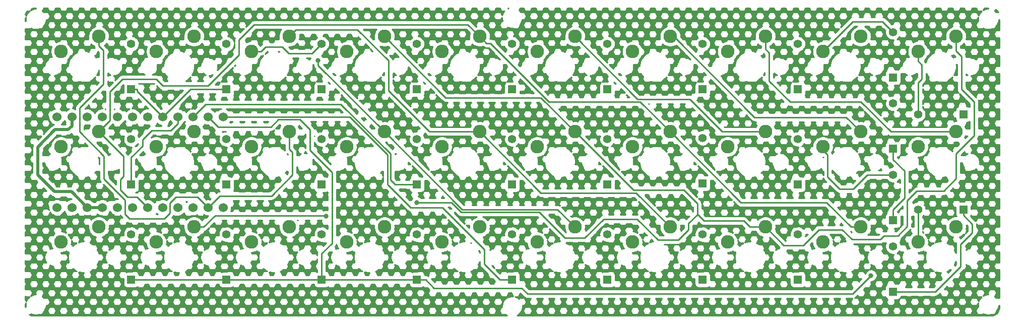
<source format=gbl>
G04 #@! TF.GenerationSoftware,KiCad,Pcbnew,(5.1.5)-3*
G04 #@! TF.CreationDate,2021-03-06T02:12:06+09:00*
G04 #@! TF.ProjectId,Kleine Gherkin,4b6c6569-6e65-4204-9768-65726b696e2e,rev?*
G04 #@! TF.SameCoordinates,Original*
G04 #@! TF.FileFunction,Copper,L2,Bot*
G04 #@! TF.FilePolarity,Positive*
%FSLAX46Y46*%
G04 Gerber Fmt 4.6, Leading zero omitted, Abs format (unit mm)*
G04 Created by KiCad (PCBNEW (5.1.5)-3) date 2021-03-06 02:12:06*
%MOMM*%
%LPD*%
G04 APERTURE LIST*
%ADD10C,1.397000*%
%ADD11R,1.397000X1.397000*%
%ADD12C,2.286000*%
%ADD13C,1.524000*%
%ADD14C,0.800000*%
%ADD15C,0.250000*%
%ADD16C,0.500000*%
%ADD17C,0.254000*%
G04 APERTURE END LIST*
D10*
X81000000Y-38190000D03*
D11*
X81000000Y-45810000D03*
D10*
X49000000Y-54190000D03*
D11*
X49000000Y-61810000D03*
D12*
X181190000Y-39460000D03*
X187540000Y-36920000D03*
X181190000Y-71460000D03*
X187540000Y-68920000D03*
X85190000Y-71460000D03*
X91540000Y-68920000D03*
X149190000Y-55460000D03*
X155540000Y-52920000D03*
X53190000Y-55460000D03*
X59540000Y-52920000D03*
X117190000Y-39460000D03*
X123540000Y-36920000D03*
X165190000Y-71460000D03*
X171540000Y-68920000D03*
X69190000Y-71460000D03*
X75540000Y-68920000D03*
X133190000Y-55460000D03*
X139540000Y-52920000D03*
X37190000Y-55460000D03*
X43540000Y-52920000D03*
X101190000Y-39460000D03*
X107540000Y-36920000D03*
X149190000Y-71460000D03*
X155540000Y-68920000D03*
X53190000Y-71460000D03*
X59540000Y-68920000D03*
X117190000Y-55460000D03*
X123540000Y-52920000D03*
X85190000Y-39460000D03*
X91540000Y-36920000D03*
X133190000Y-71460000D03*
X139540000Y-68920000D03*
X37190000Y-71460000D03*
X43540000Y-68920000D03*
X101190000Y-55460000D03*
X107540000Y-52920000D03*
X165190000Y-39460000D03*
X171540000Y-36920000D03*
X69190000Y-39460000D03*
X75540000Y-36920000D03*
X117190000Y-71460000D03*
X123540000Y-68920000D03*
X181190000Y-55460000D03*
X187540000Y-52920000D03*
X85190000Y-55460000D03*
X91540000Y-52920000D03*
X149190000Y-39460000D03*
X155540000Y-36920000D03*
X53190000Y-39460000D03*
X59540000Y-36920000D03*
X101190000Y-71460000D03*
X107540000Y-68920000D03*
X165190000Y-55460000D03*
X171540000Y-52920000D03*
X69190000Y-55460000D03*
X75540000Y-52920000D03*
X133190000Y-39460000D03*
X139540000Y-36920000D03*
X37190000Y-39460000D03*
X43540000Y-36920000D03*
D13*
X36522000Y-65656400D03*
X39062000Y-65656400D03*
X41602000Y-65656400D03*
X44142000Y-65656400D03*
X46682000Y-65656400D03*
X49222000Y-65656400D03*
X51762000Y-65656400D03*
X54302000Y-65656400D03*
X56842000Y-65656400D03*
X59382000Y-65656400D03*
X61922000Y-65656400D03*
X64462000Y-65656400D03*
X64462000Y-50436400D03*
X61922000Y-50436400D03*
X59382000Y-50436400D03*
X56842000Y-50436400D03*
X54302000Y-50436400D03*
X51762000Y-50436400D03*
X49222000Y-50436400D03*
X46682000Y-50436400D03*
X44142000Y-50436400D03*
X41602000Y-50436400D03*
X39062000Y-50436400D03*
X36522000Y-50436400D03*
D10*
X181190000Y-66000000D03*
D11*
X188810000Y-66000000D03*
D10*
X97000000Y-70190000D03*
D11*
X97000000Y-77810000D03*
D10*
X161000000Y-54190000D03*
D11*
X161000000Y-61810000D03*
D10*
X65000000Y-54190000D03*
D11*
X65000000Y-61810000D03*
D10*
X129000000Y-38190000D03*
D11*
X129000000Y-45810000D03*
D10*
X177000000Y-72190000D03*
D11*
X177000000Y-79810000D03*
D10*
X81000000Y-70190000D03*
D11*
X81000000Y-77810000D03*
D10*
X145000000Y-54000000D03*
D11*
X145000000Y-61620000D03*
D10*
X113000000Y-38190000D03*
D11*
X113000000Y-45810000D03*
D10*
X161000000Y-70190000D03*
D11*
X161000000Y-77810000D03*
D10*
X65000000Y-70190000D03*
D11*
X65000000Y-77810000D03*
D10*
X129000000Y-54190000D03*
D11*
X129000000Y-61810000D03*
D10*
X181190000Y-50000000D03*
D11*
X188810000Y-50000000D03*
D10*
X97000000Y-38190000D03*
D11*
X97000000Y-45810000D03*
D10*
X145000000Y-70190000D03*
D11*
X145000000Y-77810000D03*
D10*
X49000000Y-70190000D03*
D11*
X49000000Y-77810000D03*
D10*
X113000000Y-54190000D03*
D11*
X113000000Y-61810000D03*
D10*
X177000000Y-36190000D03*
D11*
X177000000Y-43810000D03*
D10*
X129000000Y-70190000D03*
D11*
X129000000Y-77810000D03*
D10*
X177000000Y-48190000D03*
D11*
X177000000Y-55810000D03*
D10*
X97000000Y-54190000D03*
D11*
X97000000Y-61810000D03*
D10*
X161000000Y-38190000D03*
D11*
X161000000Y-45810000D03*
D10*
X65000000Y-38190000D03*
D11*
X65000000Y-45810000D03*
D10*
X113000000Y-70190000D03*
D11*
X113000000Y-77810000D03*
D10*
X177000000Y-60190000D03*
D11*
X177000000Y-67810000D03*
D10*
X81000000Y-54190000D03*
D11*
X81000000Y-61810000D03*
D10*
X145000000Y-38190000D03*
D11*
X145000000Y-45810000D03*
D10*
X49000000Y-38190000D03*
D11*
X49000000Y-45810000D03*
D14*
X173300000Y-77085000D03*
X80400000Y-41000000D03*
X81700000Y-67100000D03*
X97000000Y-64800000D03*
D15*
X49000000Y-45810000D02*
X50023800Y-45810000D01*
X50023800Y-45810000D02*
X50023800Y-46158200D01*
X50023800Y-46158200D02*
X54302000Y-50436400D01*
X65000000Y-45810000D02*
X58928400Y-45810000D01*
X58928400Y-45810000D02*
X54302000Y-50436400D01*
X56842000Y-51514030D02*
X55631030Y-52725000D01*
X56842000Y-50436400D02*
X56842000Y-51514030D01*
X55631030Y-52725000D02*
X52425000Y-52725000D01*
X52425000Y-52725000D02*
X50925000Y-54225000D01*
X50925000Y-54225000D02*
X50925000Y-55325000D01*
X49000000Y-57250000D02*
X49000000Y-61810000D01*
X50925000Y-55325000D02*
X49000000Y-57250000D01*
X59382000Y-50436400D02*
X61518400Y-48300000D01*
X84236410Y-48300000D02*
X92550010Y-56613600D01*
X61518400Y-48300000D02*
X84236410Y-48300000D01*
X92550010Y-56613600D02*
X92550010Y-61050010D01*
X93310000Y-61810000D02*
X97000000Y-61810000D01*
X92550010Y-61050010D02*
X93310000Y-61810000D01*
X172660000Y-60190000D02*
X177000000Y-60190000D01*
X170325000Y-62525000D02*
X172660000Y-60190000D01*
X165190000Y-55460000D02*
X165190000Y-55990000D01*
X166025000Y-56825000D02*
X166025000Y-60525000D01*
X166025000Y-60525000D02*
X168025000Y-62525000D01*
X165190000Y-55990000D02*
X166025000Y-56825000D01*
X168025000Y-62525000D02*
X170325000Y-62525000D01*
X177000000Y-55810000D02*
X177000000Y-57600000D01*
X177000000Y-57600000D02*
X178900000Y-59500000D01*
X178900000Y-59500000D02*
X178900000Y-64100000D01*
X177000000Y-66000000D02*
X177000000Y-67810000D01*
X178900000Y-64100000D02*
X177000000Y-66000000D01*
X173300000Y-77085000D02*
X170185000Y-80200000D01*
X115600000Y-80200000D02*
X114600000Y-79200000D01*
X170185000Y-80200000D02*
X115600000Y-80200000D01*
X114600000Y-79200000D02*
X99900000Y-79200000D01*
X98510000Y-77810000D02*
X97000000Y-77810000D01*
X99900000Y-79200000D02*
X98510000Y-77810000D01*
X61922000Y-50436400D02*
X63585600Y-52100000D01*
X63585600Y-52100000D02*
X72500000Y-52100000D01*
X72500000Y-52100000D02*
X73700000Y-50900000D01*
X73700000Y-50900000D02*
X77300000Y-50900000D01*
X77300000Y-50900000D02*
X79000000Y-52600000D01*
X79000000Y-52600000D02*
X79000000Y-56000000D01*
X82744999Y-59744999D02*
X82744999Y-71655001D01*
X79000000Y-56000000D02*
X82744999Y-59744999D01*
X81000000Y-73400000D02*
X81000000Y-77810000D01*
X82744999Y-71655001D02*
X81000000Y-73400000D01*
X81948500Y-77810000D02*
X97000000Y-77810000D01*
X81000000Y-77810000D02*
X81948500Y-77810000D01*
X65000000Y-77810000D02*
X81000000Y-77810000D01*
X65000000Y-77810000D02*
X49000000Y-77810000D01*
X188810000Y-66948500D02*
X190300000Y-68438500D01*
X188810000Y-66000000D02*
X188810000Y-66948500D01*
X190300000Y-68438500D02*
X190300000Y-69900000D01*
X190300000Y-69900000D02*
X188300000Y-71900000D01*
X188300000Y-71900000D02*
X188300000Y-75600000D01*
X184090000Y-79810000D02*
X177000000Y-79810000D01*
X188300000Y-75600000D02*
X184090000Y-79810000D01*
X101267750Y-65667750D02*
X108300000Y-72700000D01*
X108300000Y-72700000D02*
X108300000Y-75200000D01*
X110910000Y-77810000D02*
X113000000Y-77810000D01*
X108300000Y-75200000D02*
X110910000Y-77810000D01*
X64462000Y-50436400D02*
X85736400Y-50436400D01*
X85736400Y-50436400D02*
X92100000Y-56800000D01*
X92100000Y-56800000D02*
X92100000Y-61800000D01*
X95967750Y-65667750D02*
X101267750Y-65667750D01*
X92100000Y-61800000D02*
X95967750Y-65667750D01*
X70806446Y-39460000D02*
X71566446Y-38700000D01*
X69190000Y-39460000D02*
X70806446Y-39460000D01*
X71566446Y-38700000D02*
X74400000Y-38700000D01*
X74400000Y-38700000D02*
X75500000Y-39800000D01*
X79390000Y-39800000D02*
X81000000Y-38190000D01*
X75500000Y-39800000D02*
X79390000Y-39800000D01*
X177000000Y-36190000D02*
X175210000Y-34400000D01*
X170250000Y-34400000D02*
X165190000Y-39460000D01*
X175210000Y-34400000D02*
X170250000Y-34400000D01*
X181190000Y-41076446D02*
X181800000Y-41686446D01*
X181190000Y-39460000D02*
X181190000Y-41076446D01*
X181800000Y-41686446D02*
X181800000Y-44100000D01*
X181190000Y-44710000D02*
X181190000Y-50000000D01*
X181800000Y-44100000D02*
X181190000Y-44710000D01*
X181190000Y-66000000D02*
X181190000Y-71460000D01*
X65024400Y-63701400D02*
X63877000Y-63701400D01*
X63877000Y-63701400D02*
X61922000Y-65656400D01*
X139540000Y-36920000D02*
X140177000Y-36920000D01*
X140177000Y-36920000D02*
X153747000Y-50490000D01*
X153747000Y-50490000D02*
X169110000Y-50490000D01*
X169110000Y-50490000D02*
X171540000Y-52920000D01*
X61922000Y-65656400D02*
X63878400Y-63700000D01*
X65024400Y-63701400D02*
X72598600Y-63701400D01*
X72598600Y-63701400D02*
X76100000Y-60200000D01*
X75540000Y-55840000D02*
X76100000Y-56400000D01*
X75540000Y-52920000D02*
X75540000Y-55840000D01*
X76100000Y-56400000D02*
X76100000Y-60200000D01*
X43540000Y-38536446D02*
X43540000Y-36920000D01*
X44325000Y-44925000D02*
X44325000Y-39325000D01*
X55500000Y-64900000D02*
X55500000Y-66600000D01*
X44300000Y-39296446D02*
X43540000Y-38536446D01*
X56500000Y-63900000D02*
X55500000Y-64900000D01*
X47952000Y-64371200D02*
X44407200Y-60826400D01*
X55500000Y-66600000D02*
X54550010Y-67549990D01*
X60165600Y-63900000D02*
X56500000Y-63900000D01*
X44325000Y-39325000D02*
X44300000Y-39296446D01*
X61922000Y-65656400D02*
X60165600Y-63900000D01*
X40325000Y-52925000D02*
X40325000Y-48925000D01*
X54550010Y-67549990D02*
X48749990Y-67549990D01*
X40325000Y-48925000D02*
X44325000Y-44925000D01*
X47952000Y-66752000D02*
X47952000Y-64371200D01*
X44407200Y-57007200D02*
X40325000Y-52925000D01*
X48749990Y-67549990D02*
X47952000Y-66752000D01*
X44407200Y-60826400D02*
X44407200Y-57007200D01*
X187540000Y-52920000D02*
X176620000Y-52920000D01*
X176620000Y-52920000D02*
X171600000Y-47900000D01*
X171600000Y-47900000D02*
X159700000Y-47900000D01*
X159700000Y-47900000D02*
X156200000Y-44400000D01*
X156200000Y-44400000D02*
X156200000Y-39700000D01*
X155540000Y-39040000D02*
X155540000Y-36920000D01*
X156200000Y-39700000D02*
X155540000Y-39040000D01*
X91540000Y-52920000D02*
X104620000Y-66000000D01*
X120620000Y-66000000D02*
X123540000Y-68920000D01*
X104620000Y-66000000D02*
X120620000Y-66000000D01*
X80400000Y-41780000D02*
X91540000Y-52920000D01*
X80400000Y-41000000D02*
X80400000Y-41780000D01*
X107540000Y-52920000D02*
X117826400Y-63206400D01*
X117826400Y-63206400D02*
X133826400Y-63206400D01*
X133826400Y-63206400D02*
X139540000Y-68920000D01*
X99120000Y-52920000D02*
X107540000Y-52920000D01*
X76682999Y-35777001D02*
X86977001Y-35777001D01*
X75540000Y-36920000D02*
X76682999Y-35777001D01*
X86977001Y-35777001D02*
X92200000Y-41000000D01*
X92200000Y-41000000D02*
X92200000Y-46000000D01*
X92200000Y-46000000D02*
X99120000Y-52920000D01*
X123540000Y-52920000D02*
X133376000Y-62756000D01*
X91540000Y-36920000D02*
X101822700Y-47202700D01*
X101822700Y-47202700D02*
X117822700Y-47202700D01*
X117822700Y-47202700D02*
X123540000Y-52920000D01*
X188500000Y-40300000D02*
X187540000Y-39340000D01*
X188500000Y-45800000D02*
X188500000Y-40300000D01*
X190600000Y-47900000D02*
X188500000Y-45800000D01*
X187599799Y-60800201D02*
X187599799Y-56600201D01*
X185500000Y-62900000D02*
X187599799Y-60800201D01*
X161900000Y-72000000D02*
X164529990Y-69370010D01*
X190600000Y-53600000D02*
X190600000Y-47900000D01*
X164529990Y-69370010D02*
X168470010Y-69370010D01*
X158620000Y-72000000D02*
X161900000Y-72000000D01*
X168470010Y-69370010D02*
X170109990Y-71009990D01*
X174890010Y-71009990D02*
X175500000Y-70400000D01*
X187540000Y-39340000D02*
X187540000Y-36920000D01*
X170109990Y-71009990D02*
X174890010Y-71009990D01*
X155540000Y-68920000D02*
X158620000Y-72000000D01*
X175500000Y-70400000D02*
X177800000Y-70400000D01*
X181000000Y-62900000D02*
X185500000Y-62900000D01*
X179400000Y-64500000D02*
X181000000Y-62900000D01*
X187599799Y-56600201D02*
X190600000Y-53600000D01*
X177800000Y-70400000D02*
X179400000Y-68800000D01*
X179400000Y-68800000D02*
X179400000Y-64500000D01*
X61156446Y-68920000D02*
X63076446Y-67000000D01*
X59540000Y-68920000D02*
X61156446Y-68920000D01*
X63076446Y-67000000D02*
X81600000Y-67000000D01*
X81600000Y-67000000D02*
X81700000Y-67100000D01*
X102783590Y-64800000D02*
X104433600Y-66450010D01*
X97000000Y-64800000D02*
X102783590Y-64800000D01*
X104433600Y-66450010D02*
X117550010Y-66450010D01*
X117550010Y-66450010D02*
X121900000Y-70800000D01*
X121900000Y-70800000D02*
X125200000Y-70800000D01*
X125200000Y-70800000D02*
X128400000Y-67600000D01*
X128400000Y-67600000D02*
X134000000Y-67600000D01*
X134000000Y-67600000D02*
X137500000Y-71100000D01*
X137500000Y-71100000D02*
X140900000Y-71100000D01*
X152920000Y-68920000D02*
X155540000Y-68920000D01*
X151900000Y-67900000D02*
X152920000Y-68920000D01*
X141856000Y-62756000D02*
X133376000Y-62756000D01*
X144100000Y-65000000D02*
X141856000Y-62756000D01*
X144100000Y-66450000D02*
X144100000Y-66800000D01*
X144100000Y-66450000D02*
X144100000Y-65000000D01*
X145200000Y-67900000D02*
X151900000Y-67900000D01*
X144100000Y-66800000D02*
X145200000Y-67900000D01*
X144100000Y-66800000D02*
X144100000Y-66850000D01*
X144100000Y-66850000D02*
X142625000Y-68325000D01*
X142625000Y-69375000D02*
X140900000Y-71100000D01*
X142625000Y-68325000D02*
X142625000Y-69375000D01*
X43540000Y-52920000D02*
X45412000Y-51048000D01*
X45412000Y-51048000D02*
X45412000Y-47526800D01*
X105561800Y-34941800D02*
X107540000Y-36920000D01*
X139540000Y-52920000D02*
X134520000Y-47900000D01*
X134520000Y-47900000D02*
X119156410Y-47900000D01*
X43540000Y-52920000D02*
X47700000Y-57080000D01*
X47700000Y-57080000D02*
X47700000Y-60400000D01*
X47700000Y-60400000D02*
X47200000Y-60900000D01*
X47200000Y-60900000D02*
X47200000Y-62700000D01*
X47200000Y-62700000D02*
X48400000Y-63900000D01*
X50005600Y-63900000D02*
X51762000Y-65656400D01*
X48400000Y-63900000D02*
X50005600Y-63900000D01*
X109362999Y-38062999D02*
X113600000Y-42300000D01*
X107540000Y-36920000D02*
X108682999Y-38062999D01*
X108682999Y-38062999D02*
X109362999Y-38062999D01*
X119156410Y-47900000D02*
X113600000Y-42300000D01*
X45412000Y-47526800D02*
X45412000Y-46188000D01*
X45412000Y-46188000D02*
X47500000Y-44100000D01*
X47500000Y-44100000D02*
X53200000Y-44100000D01*
X53200000Y-44100000D02*
X54300000Y-45200000D01*
X60500000Y-45200000D02*
X61900000Y-45200000D01*
X54300000Y-45200000D02*
X60500000Y-45200000D01*
X61900000Y-45200000D02*
X67100000Y-40000000D01*
X67100000Y-40000000D02*
X67100000Y-37500000D01*
X69658200Y-34941800D02*
X105561800Y-34941800D01*
X67100000Y-37500000D02*
X69658200Y-34941800D01*
X165803554Y-64800000D02*
X151420000Y-64800000D01*
X169923554Y-68920000D02*
X165803554Y-64800000D01*
X151420000Y-64800000D02*
X139540000Y-52920000D01*
X171540000Y-68920000D02*
X169923554Y-68920000D01*
X142849990Y-47449990D02*
X148320000Y-52920000D01*
X148320000Y-52920000D02*
X155540000Y-52920000D01*
X123540000Y-36920000D02*
X134069990Y-47449990D01*
X134069990Y-47449990D02*
X142849990Y-47449990D01*
D16*
X41602000Y-65656400D02*
X44142000Y-65656400D01*
X41602000Y-65656400D02*
X38945600Y-63000000D01*
X38945600Y-63000000D02*
X36100000Y-63000000D01*
X36100000Y-63000000D02*
X33300000Y-60200000D01*
X33300000Y-60200000D02*
X33300000Y-55500000D01*
X33300000Y-55500000D02*
X36200000Y-52600000D01*
X36200000Y-52600000D02*
X38400000Y-52600000D01*
X39062000Y-51938000D02*
X39062000Y-50436400D01*
X38400000Y-52600000D02*
X39062000Y-51938000D01*
D17*
G36*
X35136408Y-32556796D02*
G01*
X35144403Y-32570557D01*
X35160197Y-32589803D01*
X35179443Y-32605597D01*
X35201399Y-32617333D01*
X35225224Y-32624560D01*
X35250000Y-32627000D01*
X36000000Y-32627000D01*
X36015884Y-32626003D01*
X36040161Y-32620483D01*
X36062894Y-32610333D01*
X36083211Y-32595943D01*
X36100329Y-32577866D01*
X36113592Y-32556796D01*
X36299490Y-32185000D01*
X36950510Y-32185000D01*
X37136408Y-32556796D01*
X37144403Y-32570557D01*
X37160197Y-32589803D01*
X37179443Y-32605597D01*
X37201399Y-32617333D01*
X37225224Y-32624560D01*
X37250000Y-32627000D01*
X38000000Y-32627000D01*
X38015884Y-32626003D01*
X38040161Y-32620483D01*
X38062894Y-32610333D01*
X38083211Y-32595943D01*
X38100329Y-32577866D01*
X38113592Y-32556796D01*
X38299490Y-32185000D01*
X38950510Y-32185000D01*
X39136408Y-32556796D01*
X39144403Y-32570557D01*
X39160197Y-32589803D01*
X39179443Y-32605597D01*
X39201399Y-32617333D01*
X39225224Y-32624560D01*
X39250000Y-32627000D01*
X40000000Y-32627000D01*
X40015884Y-32626003D01*
X40040161Y-32620483D01*
X40062894Y-32610333D01*
X40083211Y-32595943D01*
X40100329Y-32577866D01*
X40113592Y-32556796D01*
X40299490Y-32185000D01*
X40950510Y-32185000D01*
X41136408Y-32556796D01*
X41144403Y-32570557D01*
X41160197Y-32589803D01*
X41179443Y-32605597D01*
X41201399Y-32617333D01*
X41225224Y-32624560D01*
X41250000Y-32627000D01*
X42000000Y-32627000D01*
X42015884Y-32626003D01*
X42040161Y-32620483D01*
X42062894Y-32610333D01*
X42083211Y-32595943D01*
X42100329Y-32577866D01*
X42113592Y-32556796D01*
X42299490Y-32185000D01*
X42950510Y-32185000D01*
X43136408Y-32556796D01*
X43144403Y-32570557D01*
X43160197Y-32589803D01*
X43179443Y-32605597D01*
X43201399Y-32617333D01*
X43225224Y-32624560D01*
X43250000Y-32627000D01*
X44000000Y-32627000D01*
X44015884Y-32626003D01*
X44040161Y-32620483D01*
X44062894Y-32610333D01*
X44083211Y-32595943D01*
X44100329Y-32577866D01*
X44113592Y-32556796D01*
X44299490Y-32185000D01*
X44950510Y-32185000D01*
X45136408Y-32556796D01*
X45144403Y-32570557D01*
X45160197Y-32589803D01*
X45179443Y-32605597D01*
X45201399Y-32617333D01*
X45225224Y-32624560D01*
X45250000Y-32627000D01*
X46000000Y-32627000D01*
X46015884Y-32626003D01*
X46040161Y-32620483D01*
X46062894Y-32610333D01*
X46083211Y-32595943D01*
X46100329Y-32577866D01*
X46113592Y-32556796D01*
X46299490Y-32185000D01*
X46950510Y-32185000D01*
X47136408Y-32556796D01*
X47144403Y-32570557D01*
X47160197Y-32589803D01*
X47179443Y-32605597D01*
X47201399Y-32617333D01*
X47225224Y-32624560D01*
X47250000Y-32627000D01*
X48000000Y-32627000D01*
X48015884Y-32626003D01*
X48040161Y-32620483D01*
X48062894Y-32610333D01*
X48083211Y-32595943D01*
X48100329Y-32577866D01*
X48113592Y-32556796D01*
X48299490Y-32185000D01*
X48950510Y-32185000D01*
X49136408Y-32556796D01*
X49144403Y-32570557D01*
X49160197Y-32589803D01*
X49179443Y-32605597D01*
X49201399Y-32617333D01*
X49225224Y-32624560D01*
X49250000Y-32627000D01*
X50000000Y-32627000D01*
X50015884Y-32626003D01*
X50040161Y-32620483D01*
X50062894Y-32610333D01*
X50083211Y-32595943D01*
X50100329Y-32577866D01*
X50113592Y-32556796D01*
X50299490Y-32185000D01*
X50950510Y-32185000D01*
X51136408Y-32556796D01*
X51144403Y-32570557D01*
X51160197Y-32589803D01*
X51179443Y-32605597D01*
X51201399Y-32617333D01*
X51225224Y-32624560D01*
X51250000Y-32627000D01*
X52000000Y-32627000D01*
X52015884Y-32626003D01*
X52040161Y-32620483D01*
X52062894Y-32610333D01*
X52083211Y-32595943D01*
X52100329Y-32577866D01*
X52113592Y-32556796D01*
X52299490Y-32185000D01*
X52950510Y-32185000D01*
X53136408Y-32556796D01*
X53144403Y-32570557D01*
X53160197Y-32589803D01*
X53179443Y-32605597D01*
X53201399Y-32617333D01*
X53225224Y-32624560D01*
X53250000Y-32627000D01*
X54000000Y-32627000D01*
X54015884Y-32626003D01*
X54040161Y-32620483D01*
X54062894Y-32610333D01*
X54083211Y-32595943D01*
X54100329Y-32577866D01*
X54113592Y-32556796D01*
X54299490Y-32185000D01*
X54950510Y-32185000D01*
X55136408Y-32556796D01*
X55144403Y-32570557D01*
X55160197Y-32589803D01*
X55179443Y-32605597D01*
X55201399Y-32617333D01*
X55225224Y-32624560D01*
X55250000Y-32627000D01*
X56000000Y-32627000D01*
X56015884Y-32626003D01*
X56040161Y-32620483D01*
X56062894Y-32610333D01*
X56083211Y-32595943D01*
X56100329Y-32577866D01*
X56113592Y-32556796D01*
X56299490Y-32185000D01*
X56950510Y-32185000D01*
X57136408Y-32556796D01*
X57144403Y-32570557D01*
X57160197Y-32589803D01*
X57179443Y-32605597D01*
X57201399Y-32617333D01*
X57225224Y-32624560D01*
X57250000Y-32627000D01*
X58000000Y-32627000D01*
X58015884Y-32626003D01*
X58040161Y-32620483D01*
X58062894Y-32610333D01*
X58083211Y-32595943D01*
X58100329Y-32577866D01*
X58113592Y-32556796D01*
X58299490Y-32185000D01*
X58950510Y-32185000D01*
X59136408Y-32556796D01*
X59144403Y-32570557D01*
X59160197Y-32589803D01*
X59179443Y-32605597D01*
X59201399Y-32617333D01*
X59225224Y-32624560D01*
X59250000Y-32627000D01*
X60000000Y-32627000D01*
X60015884Y-32626003D01*
X60040161Y-32620483D01*
X60062894Y-32610333D01*
X60083211Y-32595943D01*
X60100329Y-32577866D01*
X60113592Y-32556796D01*
X60299490Y-32185000D01*
X60950510Y-32185000D01*
X61136408Y-32556796D01*
X61144403Y-32570557D01*
X61160197Y-32589803D01*
X61179443Y-32605597D01*
X61201399Y-32617333D01*
X61225224Y-32624560D01*
X61250000Y-32627000D01*
X62000000Y-32627000D01*
X62015884Y-32626003D01*
X62040161Y-32620483D01*
X62062894Y-32610333D01*
X62083211Y-32595943D01*
X62100329Y-32577866D01*
X62113592Y-32556796D01*
X62299490Y-32185000D01*
X62950510Y-32185000D01*
X63136408Y-32556796D01*
X63144403Y-32570557D01*
X63160197Y-32589803D01*
X63179443Y-32605597D01*
X63201399Y-32617333D01*
X63225224Y-32624560D01*
X63250000Y-32627000D01*
X64000000Y-32627000D01*
X64015884Y-32626003D01*
X64040161Y-32620483D01*
X64062894Y-32610333D01*
X64083211Y-32595943D01*
X64100329Y-32577866D01*
X64113592Y-32556796D01*
X64299490Y-32185000D01*
X64950510Y-32185000D01*
X65136408Y-32556796D01*
X65144403Y-32570557D01*
X65160197Y-32589803D01*
X65179443Y-32605597D01*
X65201399Y-32617333D01*
X65225224Y-32624560D01*
X65250000Y-32627000D01*
X66000000Y-32627000D01*
X66015884Y-32626003D01*
X66040161Y-32620483D01*
X66062894Y-32610333D01*
X66083211Y-32595943D01*
X66100329Y-32577866D01*
X66113592Y-32556796D01*
X66299490Y-32185000D01*
X66950510Y-32185000D01*
X67136408Y-32556796D01*
X67144403Y-32570557D01*
X67160197Y-32589803D01*
X67179443Y-32605597D01*
X67201399Y-32617333D01*
X67225224Y-32624560D01*
X67250000Y-32627000D01*
X68000000Y-32627000D01*
X68015884Y-32626003D01*
X68040161Y-32620483D01*
X68062894Y-32610333D01*
X68083211Y-32595943D01*
X68100329Y-32577866D01*
X68113592Y-32556796D01*
X68299490Y-32185000D01*
X68950510Y-32185000D01*
X69136408Y-32556796D01*
X69144403Y-32570557D01*
X69160197Y-32589803D01*
X69179443Y-32605597D01*
X69201399Y-32617333D01*
X69225224Y-32624560D01*
X69250000Y-32627000D01*
X70000000Y-32627000D01*
X70015884Y-32626003D01*
X70040161Y-32620483D01*
X70062894Y-32610333D01*
X70083211Y-32595943D01*
X70100329Y-32577866D01*
X70113592Y-32556796D01*
X70299490Y-32185000D01*
X70950510Y-32185000D01*
X71136408Y-32556796D01*
X71144403Y-32570557D01*
X71160197Y-32589803D01*
X71179443Y-32605597D01*
X71201399Y-32617333D01*
X71225224Y-32624560D01*
X71250000Y-32627000D01*
X72000000Y-32627000D01*
X72015884Y-32626003D01*
X72040161Y-32620483D01*
X72062894Y-32610333D01*
X72083211Y-32595943D01*
X72100329Y-32577866D01*
X72113592Y-32556796D01*
X72299490Y-32185000D01*
X72950510Y-32185000D01*
X73136408Y-32556796D01*
X73144403Y-32570557D01*
X73160197Y-32589803D01*
X73179443Y-32605597D01*
X73201399Y-32617333D01*
X73225224Y-32624560D01*
X73250000Y-32627000D01*
X74000000Y-32627000D01*
X74015884Y-32626003D01*
X74040161Y-32620483D01*
X74062894Y-32610333D01*
X74083211Y-32595943D01*
X74100329Y-32577866D01*
X74113592Y-32556796D01*
X74299490Y-32185000D01*
X74950510Y-32185000D01*
X75136408Y-32556796D01*
X75144403Y-32570557D01*
X75160197Y-32589803D01*
X75179443Y-32605597D01*
X75201399Y-32617333D01*
X75225224Y-32624560D01*
X75250000Y-32627000D01*
X76000000Y-32627000D01*
X76015884Y-32626003D01*
X76040161Y-32620483D01*
X76062894Y-32610333D01*
X76083211Y-32595943D01*
X76100329Y-32577866D01*
X76113592Y-32556796D01*
X76299490Y-32185000D01*
X76950510Y-32185000D01*
X77136408Y-32556796D01*
X77144403Y-32570557D01*
X77160197Y-32589803D01*
X77179443Y-32605597D01*
X77201399Y-32617333D01*
X77225224Y-32624560D01*
X77250000Y-32627000D01*
X78000000Y-32627000D01*
X78015884Y-32626003D01*
X78040161Y-32620483D01*
X78062894Y-32610333D01*
X78083211Y-32595943D01*
X78100329Y-32577866D01*
X78113592Y-32556796D01*
X78299490Y-32185000D01*
X78950510Y-32185000D01*
X79136408Y-32556796D01*
X79144403Y-32570557D01*
X79160197Y-32589803D01*
X79179443Y-32605597D01*
X79201399Y-32617333D01*
X79225224Y-32624560D01*
X79250000Y-32627000D01*
X80000000Y-32627000D01*
X80015884Y-32626003D01*
X80040161Y-32620483D01*
X80062894Y-32610333D01*
X80083211Y-32595943D01*
X80100329Y-32577866D01*
X80113592Y-32556796D01*
X80299490Y-32185000D01*
X80950510Y-32185000D01*
X81136408Y-32556796D01*
X81144403Y-32570557D01*
X81160197Y-32589803D01*
X81179443Y-32605597D01*
X81201399Y-32617333D01*
X81225224Y-32624560D01*
X81250000Y-32627000D01*
X82000000Y-32627000D01*
X82015884Y-32626003D01*
X82040161Y-32620483D01*
X82062894Y-32610333D01*
X82083211Y-32595943D01*
X82100329Y-32577866D01*
X82113592Y-32556796D01*
X82299490Y-32185000D01*
X82950510Y-32185000D01*
X83136408Y-32556796D01*
X83144403Y-32570557D01*
X83160197Y-32589803D01*
X83179443Y-32605597D01*
X83201399Y-32617333D01*
X83225224Y-32624560D01*
X83250000Y-32627000D01*
X84000000Y-32627000D01*
X84015884Y-32626003D01*
X84040161Y-32620483D01*
X84062894Y-32610333D01*
X84083211Y-32595943D01*
X84100329Y-32577866D01*
X84113592Y-32556796D01*
X84299490Y-32185000D01*
X84950510Y-32185000D01*
X85136408Y-32556796D01*
X85144403Y-32570557D01*
X85160197Y-32589803D01*
X85179443Y-32605597D01*
X85201399Y-32617333D01*
X85225224Y-32624560D01*
X85250000Y-32627000D01*
X86000000Y-32627000D01*
X86015884Y-32626003D01*
X86040161Y-32620483D01*
X86062894Y-32610333D01*
X86083211Y-32595943D01*
X86100329Y-32577866D01*
X86113592Y-32556796D01*
X86299490Y-32185000D01*
X86950510Y-32185000D01*
X87136408Y-32556796D01*
X87144403Y-32570557D01*
X87160197Y-32589803D01*
X87179443Y-32605597D01*
X87201399Y-32617333D01*
X87225224Y-32624560D01*
X87250000Y-32627000D01*
X88000000Y-32627000D01*
X88015884Y-32626003D01*
X88040161Y-32620483D01*
X88062894Y-32610333D01*
X88083211Y-32595943D01*
X88100329Y-32577866D01*
X88113592Y-32556796D01*
X88299490Y-32185000D01*
X88950510Y-32185000D01*
X89136408Y-32556796D01*
X89144403Y-32570557D01*
X89160197Y-32589803D01*
X89179443Y-32605597D01*
X89201399Y-32617333D01*
X89225224Y-32624560D01*
X89250000Y-32627000D01*
X90000000Y-32627000D01*
X90015884Y-32626003D01*
X90040161Y-32620483D01*
X90062894Y-32610333D01*
X90083211Y-32595943D01*
X90100329Y-32577866D01*
X90113592Y-32556796D01*
X90299490Y-32185000D01*
X90950510Y-32185000D01*
X91136408Y-32556796D01*
X91144403Y-32570557D01*
X91160197Y-32589803D01*
X91179443Y-32605597D01*
X91201399Y-32617333D01*
X91225224Y-32624560D01*
X91250000Y-32627000D01*
X92000000Y-32627000D01*
X92015884Y-32626003D01*
X92040161Y-32620483D01*
X92062894Y-32610333D01*
X92083211Y-32595943D01*
X92100329Y-32577866D01*
X92113592Y-32556796D01*
X92299490Y-32185000D01*
X92950510Y-32185000D01*
X93136408Y-32556796D01*
X93144403Y-32570557D01*
X93160197Y-32589803D01*
X93179443Y-32605597D01*
X93201399Y-32617333D01*
X93225224Y-32624560D01*
X93250000Y-32627000D01*
X94000000Y-32627000D01*
X94015884Y-32626003D01*
X94040161Y-32620483D01*
X94062894Y-32610333D01*
X94083211Y-32595943D01*
X94100329Y-32577866D01*
X94113592Y-32556796D01*
X94299490Y-32185000D01*
X94950510Y-32185000D01*
X95136408Y-32556796D01*
X95144403Y-32570557D01*
X95160197Y-32589803D01*
X95179443Y-32605597D01*
X95201399Y-32617333D01*
X95225224Y-32624560D01*
X95250000Y-32627000D01*
X96000000Y-32627000D01*
X96015884Y-32626003D01*
X96040161Y-32620483D01*
X96062894Y-32610333D01*
X96083211Y-32595943D01*
X96100329Y-32577866D01*
X96113592Y-32556796D01*
X96299490Y-32185000D01*
X96950510Y-32185000D01*
X97136408Y-32556796D01*
X97144403Y-32570557D01*
X97160197Y-32589803D01*
X97179443Y-32605597D01*
X97201399Y-32617333D01*
X97225224Y-32624560D01*
X97250000Y-32627000D01*
X98000000Y-32627000D01*
X98015884Y-32626003D01*
X98040161Y-32620483D01*
X98062894Y-32610333D01*
X98083211Y-32595943D01*
X98100329Y-32577866D01*
X98113592Y-32556796D01*
X98299490Y-32185000D01*
X98950510Y-32185000D01*
X99136408Y-32556796D01*
X99144403Y-32570557D01*
X99160197Y-32589803D01*
X99179443Y-32605597D01*
X99201399Y-32617333D01*
X99225224Y-32624560D01*
X99250000Y-32627000D01*
X100000000Y-32627000D01*
X100015884Y-32626003D01*
X100040161Y-32620483D01*
X100062894Y-32610333D01*
X100083211Y-32595943D01*
X100100329Y-32577866D01*
X100113592Y-32556796D01*
X100299490Y-32185000D01*
X100950510Y-32185000D01*
X101136408Y-32556796D01*
X101144403Y-32570557D01*
X101160197Y-32589803D01*
X101179443Y-32605597D01*
X101201399Y-32617333D01*
X101225224Y-32624560D01*
X101250000Y-32627000D01*
X102000000Y-32627000D01*
X102015884Y-32626003D01*
X102040161Y-32620483D01*
X102062894Y-32610333D01*
X102083211Y-32595943D01*
X102100329Y-32577866D01*
X102113592Y-32556796D01*
X102299490Y-32185000D01*
X102950510Y-32185000D01*
X103136408Y-32556796D01*
X103144403Y-32570557D01*
X103160197Y-32589803D01*
X103179443Y-32605597D01*
X103201399Y-32617333D01*
X103225224Y-32624560D01*
X103250000Y-32627000D01*
X104000000Y-32627000D01*
X104015884Y-32626003D01*
X104040161Y-32620483D01*
X104062894Y-32610333D01*
X104083211Y-32595943D01*
X104100329Y-32577866D01*
X104113592Y-32556796D01*
X104299490Y-32185000D01*
X104950510Y-32185000D01*
X105136408Y-32556796D01*
X105144403Y-32570557D01*
X105160197Y-32589803D01*
X105179443Y-32605597D01*
X105201399Y-32617333D01*
X105225224Y-32624560D01*
X105250000Y-32627000D01*
X106000000Y-32627000D01*
X106015884Y-32626003D01*
X106040161Y-32620483D01*
X106062894Y-32610333D01*
X106083211Y-32595943D01*
X106100329Y-32577866D01*
X106113592Y-32556796D01*
X106299490Y-32185000D01*
X106950510Y-32185000D01*
X107136408Y-32556796D01*
X107144403Y-32570557D01*
X107160197Y-32589803D01*
X107179443Y-32605597D01*
X107201399Y-32617333D01*
X107225224Y-32624560D01*
X107250000Y-32627000D01*
X108000000Y-32627000D01*
X108015884Y-32626003D01*
X108040161Y-32620483D01*
X108062894Y-32610333D01*
X108083211Y-32595943D01*
X108100329Y-32577866D01*
X108113592Y-32556796D01*
X108299490Y-32185000D01*
X108950510Y-32185000D01*
X109136408Y-32556796D01*
X109144403Y-32570557D01*
X109160197Y-32589803D01*
X109179443Y-32605597D01*
X109201399Y-32617333D01*
X109225224Y-32624560D01*
X109250000Y-32627000D01*
X110000000Y-32627000D01*
X110015884Y-32626003D01*
X110040161Y-32620483D01*
X110062894Y-32610333D01*
X110083211Y-32595943D01*
X110100329Y-32577866D01*
X110113592Y-32556796D01*
X110299490Y-32185000D01*
X110950510Y-32185000D01*
X111136408Y-32556796D01*
X111144403Y-32570557D01*
X111160197Y-32589803D01*
X111179443Y-32605597D01*
X111201399Y-32617333D01*
X111225224Y-32624560D01*
X111250000Y-32627000D01*
X111719339Y-32627000D01*
X111652337Y-32694002D01*
X111462463Y-32978169D01*
X111331675Y-33293919D01*
X111319515Y-33355050D01*
X111113592Y-32943204D01*
X111105597Y-32929443D01*
X111089803Y-32910197D01*
X111070557Y-32894403D01*
X111048601Y-32882667D01*
X111024776Y-32875440D01*
X111000000Y-32873000D01*
X110250000Y-32873000D01*
X110234116Y-32873997D01*
X110209839Y-32879517D01*
X110187106Y-32889667D01*
X110166789Y-32904057D01*
X110149671Y-32922134D01*
X110136408Y-32943204D01*
X109886408Y-33443204D01*
X109879517Y-33459839D01*
X109873997Y-33484116D01*
X109873320Y-33509003D01*
X109877510Y-33533544D01*
X109886408Y-33556796D01*
X110136408Y-34056796D01*
X110144403Y-34070557D01*
X110160197Y-34089803D01*
X110179443Y-34105597D01*
X110201399Y-34117333D01*
X110225224Y-34124560D01*
X110250000Y-34127000D01*
X111000000Y-34127000D01*
X111015884Y-34126003D01*
X111040161Y-34120483D01*
X111062894Y-34110333D01*
X111083211Y-34095943D01*
X111100329Y-34077866D01*
X111113592Y-34056796D01*
X111265000Y-33753980D01*
X111265000Y-33970883D01*
X111331675Y-34306081D01*
X111359394Y-34373000D01*
X111250000Y-34373000D01*
X111234116Y-34373997D01*
X111209839Y-34379517D01*
X111187106Y-34389667D01*
X111166789Y-34404057D01*
X111149671Y-34422134D01*
X111136408Y-34443204D01*
X110886408Y-34943204D01*
X110879517Y-34959839D01*
X110873997Y-34984116D01*
X110873320Y-35009003D01*
X110877510Y-35033544D01*
X110886408Y-35056796D01*
X111136408Y-35556796D01*
X111144403Y-35570557D01*
X111160197Y-35589803D01*
X111179443Y-35605597D01*
X111201399Y-35617333D01*
X111225224Y-35624560D01*
X111250000Y-35627000D01*
X112000000Y-35627000D01*
X112015884Y-35626003D01*
X112040161Y-35620483D01*
X112062894Y-35610333D01*
X112083211Y-35595943D01*
X112100329Y-35577866D01*
X112113592Y-35556796D01*
X112215492Y-35352997D01*
X112493919Y-35468325D01*
X112829117Y-35535000D01*
X113125510Y-35535000D01*
X113136408Y-35556796D01*
X113144403Y-35570557D01*
X113160197Y-35589803D01*
X113179443Y-35605597D01*
X113201399Y-35617333D01*
X113225224Y-35624560D01*
X113250000Y-35627000D01*
X114000000Y-35627000D01*
X114015884Y-35626003D01*
X114040161Y-35620483D01*
X114062894Y-35610333D01*
X114083211Y-35595943D01*
X114100329Y-35577866D01*
X114113592Y-35556796D01*
X114363592Y-35056796D01*
X114370483Y-35040161D01*
X114376003Y-35015884D01*
X114376190Y-35009003D01*
X114873320Y-35009003D01*
X114877510Y-35033544D01*
X114886408Y-35056796D01*
X115136408Y-35556796D01*
X115144403Y-35570557D01*
X115160197Y-35589803D01*
X115179443Y-35605597D01*
X115201399Y-35617333D01*
X115225224Y-35624560D01*
X115250000Y-35627000D01*
X116000000Y-35627000D01*
X116015884Y-35626003D01*
X116040161Y-35620483D01*
X116062894Y-35610333D01*
X116083211Y-35595943D01*
X116100329Y-35577866D01*
X116113592Y-35556796D01*
X116363592Y-35056796D01*
X116370483Y-35040161D01*
X116376003Y-35015884D01*
X116376190Y-35009003D01*
X116873320Y-35009003D01*
X116877510Y-35033544D01*
X116886408Y-35056796D01*
X117136408Y-35556796D01*
X117144403Y-35570557D01*
X117160197Y-35589803D01*
X117179443Y-35605597D01*
X117201399Y-35617333D01*
X117225224Y-35624560D01*
X117250000Y-35627000D01*
X118000000Y-35627000D01*
X118015884Y-35626003D01*
X118040161Y-35620483D01*
X118062894Y-35610333D01*
X118083211Y-35595943D01*
X118100329Y-35577866D01*
X118113592Y-35556796D01*
X118363592Y-35056796D01*
X118370483Y-35040161D01*
X118376003Y-35015884D01*
X118376190Y-35009003D01*
X118873320Y-35009003D01*
X118877510Y-35033544D01*
X118886408Y-35056796D01*
X119136408Y-35556796D01*
X119144403Y-35570557D01*
X119160197Y-35589803D01*
X119179443Y-35605597D01*
X119201399Y-35617333D01*
X119225224Y-35624560D01*
X119250000Y-35627000D01*
X120000000Y-35627000D01*
X120015884Y-35626003D01*
X120040161Y-35620483D01*
X120062894Y-35610333D01*
X120083211Y-35595943D01*
X120100329Y-35577866D01*
X120113592Y-35556796D01*
X120363592Y-35056796D01*
X120370483Y-35040161D01*
X120376003Y-35015884D01*
X120376190Y-35009003D01*
X120873320Y-35009003D01*
X120877510Y-35033544D01*
X120886408Y-35056796D01*
X121136408Y-35556796D01*
X121144403Y-35570557D01*
X121160197Y-35589803D01*
X121179443Y-35605597D01*
X121201399Y-35617333D01*
X121225224Y-35624560D01*
X121250000Y-35627000D01*
X122000000Y-35627000D01*
X122015884Y-35626003D01*
X122040161Y-35620483D01*
X122062894Y-35610333D01*
X122083211Y-35595943D01*
X122100329Y-35577866D01*
X122113592Y-35556796D01*
X122363592Y-35056796D01*
X122370483Y-35040161D01*
X122376003Y-35015884D01*
X122376680Y-34990997D01*
X122372490Y-34966456D01*
X122363592Y-34943204D01*
X122113592Y-34443204D01*
X122105597Y-34429443D01*
X122089803Y-34410197D01*
X122070557Y-34394403D01*
X122048601Y-34382667D01*
X122024776Y-34375440D01*
X122000000Y-34373000D01*
X121250000Y-34373000D01*
X121234116Y-34373997D01*
X121209839Y-34379517D01*
X121187106Y-34389667D01*
X121166789Y-34404057D01*
X121149671Y-34422134D01*
X121136408Y-34443204D01*
X120886408Y-34943204D01*
X120879517Y-34959839D01*
X120873997Y-34984116D01*
X120873320Y-35009003D01*
X120376190Y-35009003D01*
X120376680Y-34990997D01*
X120372490Y-34966456D01*
X120363592Y-34943204D01*
X120113592Y-34443204D01*
X120105597Y-34429443D01*
X120089803Y-34410197D01*
X120070557Y-34394403D01*
X120048601Y-34382667D01*
X120024776Y-34375440D01*
X120000000Y-34373000D01*
X119250000Y-34373000D01*
X119234116Y-34373997D01*
X119209839Y-34379517D01*
X119187106Y-34389667D01*
X119166789Y-34404057D01*
X119149671Y-34422134D01*
X119136408Y-34443204D01*
X118886408Y-34943204D01*
X118879517Y-34959839D01*
X118873997Y-34984116D01*
X118873320Y-35009003D01*
X118376190Y-35009003D01*
X118376680Y-34990997D01*
X118372490Y-34966456D01*
X118363592Y-34943204D01*
X118113592Y-34443204D01*
X118105597Y-34429443D01*
X118089803Y-34410197D01*
X118070557Y-34394403D01*
X118048601Y-34382667D01*
X118024776Y-34375440D01*
X118000000Y-34373000D01*
X117250000Y-34373000D01*
X117234116Y-34373997D01*
X117209839Y-34379517D01*
X117187106Y-34389667D01*
X117166789Y-34404057D01*
X117149671Y-34422134D01*
X117136408Y-34443204D01*
X116886408Y-34943204D01*
X116879517Y-34959839D01*
X116873997Y-34984116D01*
X116873320Y-35009003D01*
X116376190Y-35009003D01*
X116376680Y-34990997D01*
X116372490Y-34966456D01*
X116363592Y-34943204D01*
X116113592Y-34443204D01*
X116105597Y-34429443D01*
X116089803Y-34410197D01*
X116070557Y-34394403D01*
X116048601Y-34382667D01*
X116024776Y-34375440D01*
X116000000Y-34373000D01*
X115250000Y-34373000D01*
X115234116Y-34373997D01*
X115209839Y-34379517D01*
X115187106Y-34389667D01*
X115166789Y-34404057D01*
X115149671Y-34422134D01*
X115136408Y-34443204D01*
X114886408Y-34943204D01*
X114879517Y-34959839D01*
X114873997Y-34984116D01*
X114873320Y-35009003D01*
X114376190Y-35009003D01*
X114376680Y-34990997D01*
X114372490Y-34966456D01*
X114363592Y-34943204D01*
X114345880Y-34907781D01*
X114347663Y-34905998D01*
X114537537Y-34621831D01*
X114668325Y-34306081D01*
X114703946Y-34127000D01*
X115000000Y-34127000D01*
X115015884Y-34126003D01*
X115040161Y-34120483D01*
X115062894Y-34110333D01*
X115083211Y-34095943D01*
X115100329Y-34077866D01*
X115113592Y-34056796D01*
X115363592Y-33556796D01*
X115370483Y-33540161D01*
X115376003Y-33515884D01*
X115376190Y-33509003D01*
X115873320Y-33509003D01*
X115877510Y-33533544D01*
X115886408Y-33556796D01*
X116136408Y-34056796D01*
X116144403Y-34070557D01*
X116160197Y-34089803D01*
X116179443Y-34105597D01*
X116201399Y-34117333D01*
X116225224Y-34124560D01*
X116250000Y-34127000D01*
X117000000Y-34127000D01*
X117015884Y-34126003D01*
X117040161Y-34120483D01*
X117062894Y-34110333D01*
X117083211Y-34095943D01*
X117100329Y-34077866D01*
X117113592Y-34056796D01*
X117363592Y-33556796D01*
X117370483Y-33540161D01*
X117376003Y-33515884D01*
X117376190Y-33509003D01*
X117873320Y-33509003D01*
X117877510Y-33533544D01*
X117886408Y-33556796D01*
X118136408Y-34056796D01*
X118144403Y-34070557D01*
X118160197Y-34089803D01*
X118179443Y-34105597D01*
X118201399Y-34117333D01*
X118225224Y-34124560D01*
X118250000Y-34127000D01*
X119000000Y-34127000D01*
X119015884Y-34126003D01*
X119040161Y-34120483D01*
X119062894Y-34110333D01*
X119083211Y-34095943D01*
X119100329Y-34077866D01*
X119113592Y-34056796D01*
X119363592Y-33556796D01*
X119370483Y-33540161D01*
X119376003Y-33515884D01*
X119376190Y-33509003D01*
X119873320Y-33509003D01*
X119877510Y-33533544D01*
X119886408Y-33556796D01*
X120136408Y-34056796D01*
X120144403Y-34070557D01*
X120160197Y-34089803D01*
X120179443Y-34105597D01*
X120201399Y-34117333D01*
X120225224Y-34124560D01*
X120250000Y-34127000D01*
X121000000Y-34127000D01*
X121015884Y-34126003D01*
X121040161Y-34120483D01*
X121062894Y-34110333D01*
X121083211Y-34095943D01*
X121100329Y-34077866D01*
X121113592Y-34056796D01*
X121363592Y-33556796D01*
X121370483Y-33540161D01*
X121376003Y-33515884D01*
X121376190Y-33509003D01*
X121873320Y-33509003D01*
X121877510Y-33533544D01*
X121886408Y-33556796D01*
X122136408Y-34056796D01*
X122144403Y-34070557D01*
X122160197Y-34089803D01*
X122179443Y-34105597D01*
X122201399Y-34117333D01*
X122225224Y-34124560D01*
X122250000Y-34127000D01*
X123000000Y-34127000D01*
X123015884Y-34126003D01*
X123040161Y-34120483D01*
X123062894Y-34110333D01*
X123083211Y-34095943D01*
X123100329Y-34077866D01*
X123113592Y-34056796D01*
X123363592Y-33556796D01*
X123370483Y-33540161D01*
X123376003Y-33515884D01*
X123376190Y-33509003D01*
X123873320Y-33509003D01*
X123877510Y-33533544D01*
X123886408Y-33556796D01*
X124136408Y-34056796D01*
X124144403Y-34070557D01*
X124160197Y-34089803D01*
X124179443Y-34105597D01*
X124201399Y-34117333D01*
X124225224Y-34124560D01*
X124250000Y-34127000D01*
X125000000Y-34127000D01*
X125015884Y-34126003D01*
X125040161Y-34120483D01*
X125062894Y-34110333D01*
X125083211Y-34095943D01*
X125100329Y-34077866D01*
X125113592Y-34056796D01*
X125363592Y-33556796D01*
X125370483Y-33540161D01*
X125376003Y-33515884D01*
X125376190Y-33509003D01*
X125873320Y-33509003D01*
X125877510Y-33533544D01*
X125886408Y-33556796D01*
X126136408Y-34056796D01*
X126144403Y-34070557D01*
X126160197Y-34089803D01*
X126179443Y-34105597D01*
X126201399Y-34117333D01*
X126225224Y-34124560D01*
X126250000Y-34127000D01*
X127000000Y-34127000D01*
X127015884Y-34126003D01*
X127040161Y-34120483D01*
X127062894Y-34110333D01*
X127083211Y-34095943D01*
X127100329Y-34077866D01*
X127113592Y-34056796D01*
X127363592Y-33556796D01*
X127370483Y-33540161D01*
X127376003Y-33515884D01*
X127376190Y-33509003D01*
X127873320Y-33509003D01*
X127877510Y-33533544D01*
X127886408Y-33556796D01*
X128136408Y-34056796D01*
X128144403Y-34070557D01*
X128160197Y-34089803D01*
X128179443Y-34105597D01*
X128201399Y-34117333D01*
X128225224Y-34124560D01*
X128250000Y-34127000D01*
X129000000Y-34127000D01*
X129015884Y-34126003D01*
X129040161Y-34120483D01*
X129062894Y-34110333D01*
X129083211Y-34095943D01*
X129100329Y-34077866D01*
X129113592Y-34056796D01*
X129363592Y-33556796D01*
X129370483Y-33540161D01*
X129376003Y-33515884D01*
X129376190Y-33509003D01*
X129873320Y-33509003D01*
X129877510Y-33533544D01*
X129886408Y-33556796D01*
X130136408Y-34056796D01*
X130144403Y-34070557D01*
X130160197Y-34089803D01*
X130179443Y-34105597D01*
X130201399Y-34117333D01*
X130225224Y-34124560D01*
X130250000Y-34127000D01*
X131000000Y-34127000D01*
X131015884Y-34126003D01*
X131040161Y-34120483D01*
X131062894Y-34110333D01*
X131083211Y-34095943D01*
X131100329Y-34077866D01*
X131113592Y-34056796D01*
X131363592Y-33556796D01*
X131370483Y-33540161D01*
X131376003Y-33515884D01*
X131376190Y-33509003D01*
X131873320Y-33509003D01*
X131877510Y-33533544D01*
X131886408Y-33556796D01*
X132136408Y-34056796D01*
X132144403Y-34070557D01*
X132160197Y-34089803D01*
X132179443Y-34105597D01*
X132201399Y-34117333D01*
X132225224Y-34124560D01*
X132250000Y-34127000D01*
X133000000Y-34127000D01*
X133015884Y-34126003D01*
X133040161Y-34120483D01*
X133062894Y-34110333D01*
X133083211Y-34095943D01*
X133100329Y-34077866D01*
X133113592Y-34056796D01*
X133363592Y-33556796D01*
X133370483Y-33540161D01*
X133376003Y-33515884D01*
X133376190Y-33509003D01*
X133873320Y-33509003D01*
X133877510Y-33533544D01*
X133886408Y-33556796D01*
X134136408Y-34056796D01*
X134144403Y-34070557D01*
X134160197Y-34089803D01*
X134179443Y-34105597D01*
X134201399Y-34117333D01*
X134225224Y-34124560D01*
X134250000Y-34127000D01*
X135000000Y-34127000D01*
X135015884Y-34126003D01*
X135040161Y-34120483D01*
X135062894Y-34110333D01*
X135083211Y-34095943D01*
X135100329Y-34077866D01*
X135113592Y-34056796D01*
X135363592Y-33556796D01*
X135370483Y-33540161D01*
X135376003Y-33515884D01*
X135376190Y-33509003D01*
X135873320Y-33509003D01*
X135877510Y-33533544D01*
X135886408Y-33556796D01*
X136136408Y-34056796D01*
X136144403Y-34070557D01*
X136160197Y-34089803D01*
X136179443Y-34105597D01*
X136201399Y-34117333D01*
X136225224Y-34124560D01*
X136250000Y-34127000D01*
X137000000Y-34127000D01*
X137015884Y-34126003D01*
X137040161Y-34120483D01*
X137062894Y-34110333D01*
X137083211Y-34095943D01*
X137100329Y-34077866D01*
X137113592Y-34056796D01*
X137363592Y-33556796D01*
X137370483Y-33540161D01*
X137376003Y-33515884D01*
X137376190Y-33509003D01*
X137873320Y-33509003D01*
X137877510Y-33533544D01*
X137886408Y-33556796D01*
X138136408Y-34056796D01*
X138144403Y-34070557D01*
X138160197Y-34089803D01*
X138179443Y-34105597D01*
X138201399Y-34117333D01*
X138225224Y-34124560D01*
X138250000Y-34127000D01*
X139000000Y-34127000D01*
X139015884Y-34126003D01*
X139040161Y-34120483D01*
X139062894Y-34110333D01*
X139083211Y-34095943D01*
X139100329Y-34077866D01*
X139113592Y-34056796D01*
X139363592Y-33556796D01*
X139370483Y-33540161D01*
X139376003Y-33515884D01*
X139376190Y-33509003D01*
X139873320Y-33509003D01*
X139877510Y-33533544D01*
X139886408Y-33556796D01*
X140136408Y-34056796D01*
X140144403Y-34070557D01*
X140160197Y-34089803D01*
X140179443Y-34105597D01*
X140201399Y-34117333D01*
X140225224Y-34124560D01*
X140250000Y-34127000D01*
X141000000Y-34127000D01*
X141015884Y-34126003D01*
X141040161Y-34120483D01*
X141062894Y-34110333D01*
X141083211Y-34095943D01*
X141100329Y-34077866D01*
X141113592Y-34056796D01*
X141363592Y-33556796D01*
X141370483Y-33540161D01*
X141376003Y-33515884D01*
X141376190Y-33509003D01*
X141873320Y-33509003D01*
X141877510Y-33533544D01*
X141886408Y-33556796D01*
X142136408Y-34056796D01*
X142144403Y-34070557D01*
X142160197Y-34089803D01*
X142179443Y-34105597D01*
X142201399Y-34117333D01*
X142225224Y-34124560D01*
X142250000Y-34127000D01*
X143000000Y-34127000D01*
X143015884Y-34126003D01*
X143040161Y-34120483D01*
X143062894Y-34110333D01*
X143083211Y-34095943D01*
X143100329Y-34077866D01*
X143113592Y-34056796D01*
X143363592Y-33556796D01*
X143370483Y-33540161D01*
X143376003Y-33515884D01*
X143376190Y-33509003D01*
X143873320Y-33509003D01*
X143877510Y-33533544D01*
X143886408Y-33556796D01*
X144136408Y-34056796D01*
X144144403Y-34070557D01*
X144160197Y-34089803D01*
X144179443Y-34105597D01*
X144201399Y-34117333D01*
X144225224Y-34124560D01*
X144250000Y-34127000D01*
X145000000Y-34127000D01*
X145015884Y-34126003D01*
X145040161Y-34120483D01*
X145062894Y-34110333D01*
X145083211Y-34095943D01*
X145100329Y-34077866D01*
X145113592Y-34056796D01*
X145363592Y-33556796D01*
X145370483Y-33540161D01*
X145376003Y-33515884D01*
X145376190Y-33509003D01*
X145873320Y-33509003D01*
X145877510Y-33533544D01*
X145886408Y-33556796D01*
X146136408Y-34056796D01*
X146144403Y-34070557D01*
X146160197Y-34089803D01*
X146179443Y-34105597D01*
X146201399Y-34117333D01*
X146225224Y-34124560D01*
X146250000Y-34127000D01*
X147000000Y-34127000D01*
X147015884Y-34126003D01*
X147040161Y-34120483D01*
X147062894Y-34110333D01*
X147083211Y-34095943D01*
X147100329Y-34077866D01*
X147113592Y-34056796D01*
X147363592Y-33556796D01*
X147370483Y-33540161D01*
X147376003Y-33515884D01*
X147376190Y-33509003D01*
X147873320Y-33509003D01*
X147877510Y-33533544D01*
X147886408Y-33556796D01*
X148136408Y-34056796D01*
X148144403Y-34070557D01*
X148160197Y-34089803D01*
X148179443Y-34105597D01*
X148201399Y-34117333D01*
X148225224Y-34124560D01*
X148250000Y-34127000D01*
X149000000Y-34127000D01*
X149015884Y-34126003D01*
X149040161Y-34120483D01*
X149062894Y-34110333D01*
X149083211Y-34095943D01*
X149100329Y-34077866D01*
X149113592Y-34056796D01*
X149363592Y-33556796D01*
X149370483Y-33540161D01*
X149376003Y-33515884D01*
X149376190Y-33509003D01*
X149873320Y-33509003D01*
X149877510Y-33533544D01*
X149886408Y-33556796D01*
X150136408Y-34056796D01*
X150144403Y-34070557D01*
X150160197Y-34089803D01*
X150179443Y-34105597D01*
X150201399Y-34117333D01*
X150225224Y-34124560D01*
X150250000Y-34127000D01*
X151000000Y-34127000D01*
X151015884Y-34126003D01*
X151040161Y-34120483D01*
X151062894Y-34110333D01*
X151083211Y-34095943D01*
X151100329Y-34077866D01*
X151113592Y-34056796D01*
X151363592Y-33556796D01*
X151370483Y-33540161D01*
X151376003Y-33515884D01*
X151376190Y-33509003D01*
X151873320Y-33509003D01*
X151877510Y-33533544D01*
X151886408Y-33556796D01*
X152136408Y-34056796D01*
X152144403Y-34070557D01*
X152160197Y-34089803D01*
X152179443Y-34105597D01*
X152201399Y-34117333D01*
X152225224Y-34124560D01*
X152250000Y-34127000D01*
X153000000Y-34127000D01*
X153015884Y-34126003D01*
X153040161Y-34120483D01*
X153062894Y-34110333D01*
X153083211Y-34095943D01*
X153100329Y-34077866D01*
X153113592Y-34056796D01*
X153363592Y-33556796D01*
X153370483Y-33540161D01*
X153376003Y-33515884D01*
X153376190Y-33509003D01*
X153873320Y-33509003D01*
X153877510Y-33533544D01*
X153886408Y-33556796D01*
X154136408Y-34056796D01*
X154144403Y-34070557D01*
X154160197Y-34089803D01*
X154179443Y-34105597D01*
X154201399Y-34117333D01*
X154225224Y-34124560D01*
X154250000Y-34127000D01*
X155000000Y-34127000D01*
X155015884Y-34126003D01*
X155040161Y-34120483D01*
X155062894Y-34110333D01*
X155083211Y-34095943D01*
X155100329Y-34077866D01*
X155113592Y-34056796D01*
X155363592Y-33556796D01*
X155370483Y-33540161D01*
X155376003Y-33515884D01*
X155376190Y-33509003D01*
X155873320Y-33509003D01*
X155877510Y-33533544D01*
X155886408Y-33556796D01*
X156136408Y-34056796D01*
X156144403Y-34070557D01*
X156160197Y-34089803D01*
X156179443Y-34105597D01*
X156201399Y-34117333D01*
X156225224Y-34124560D01*
X156250000Y-34127000D01*
X157000000Y-34127000D01*
X157015884Y-34126003D01*
X157040161Y-34120483D01*
X157062894Y-34110333D01*
X157083211Y-34095943D01*
X157100329Y-34077866D01*
X157113592Y-34056796D01*
X157363592Y-33556796D01*
X157370483Y-33540161D01*
X157376003Y-33515884D01*
X157376190Y-33509003D01*
X157873320Y-33509003D01*
X157877510Y-33533544D01*
X157886408Y-33556796D01*
X158136408Y-34056796D01*
X158144403Y-34070557D01*
X158160197Y-34089803D01*
X158179443Y-34105597D01*
X158201399Y-34117333D01*
X158225224Y-34124560D01*
X158250000Y-34127000D01*
X159000000Y-34127000D01*
X159015884Y-34126003D01*
X159040161Y-34120483D01*
X159062894Y-34110333D01*
X159083211Y-34095943D01*
X159100329Y-34077866D01*
X159113592Y-34056796D01*
X159363592Y-33556796D01*
X159370483Y-33540161D01*
X159376003Y-33515884D01*
X159376190Y-33509003D01*
X159873320Y-33509003D01*
X159877510Y-33533544D01*
X159886408Y-33556796D01*
X160136408Y-34056796D01*
X160144403Y-34070557D01*
X160160197Y-34089803D01*
X160179443Y-34105597D01*
X160201399Y-34117333D01*
X160225224Y-34124560D01*
X160250000Y-34127000D01*
X161000000Y-34127000D01*
X161015884Y-34126003D01*
X161040161Y-34120483D01*
X161062894Y-34110333D01*
X161083211Y-34095943D01*
X161100329Y-34077866D01*
X161113592Y-34056796D01*
X161363592Y-33556796D01*
X161370483Y-33540161D01*
X161376003Y-33515884D01*
X161376190Y-33509003D01*
X161873320Y-33509003D01*
X161877510Y-33533544D01*
X161886408Y-33556796D01*
X162136408Y-34056796D01*
X162144403Y-34070557D01*
X162160197Y-34089803D01*
X162179443Y-34105597D01*
X162201399Y-34117333D01*
X162225224Y-34124560D01*
X162250000Y-34127000D01*
X163000000Y-34127000D01*
X163015884Y-34126003D01*
X163040161Y-34120483D01*
X163062894Y-34110333D01*
X163083211Y-34095943D01*
X163100329Y-34077866D01*
X163113592Y-34056796D01*
X163363592Y-33556796D01*
X163370483Y-33540161D01*
X163376003Y-33515884D01*
X163376190Y-33509003D01*
X163873320Y-33509003D01*
X163877510Y-33533544D01*
X163886408Y-33556796D01*
X164136408Y-34056796D01*
X164144403Y-34070557D01*
X164160197Y-34089803D01*
X164179443Y-34105597D01*
X164201399Y-34117333D01*
X164225224Y-34124560D01*
X164250000Y-34127000D01*
X165000000Y-34127000D01*
X165015884Y-34126003D01*
X165040161Y-34120483D01*
X165062894Y-34110333D01*
X165083211Y-34095943D01*
X165100329Y-34077866D01*
X165113592Y-34056796D01*
X165363592Y-33556796D01*
X165370483Y-33540161D01*
X165376003Y-33515884D01*
X165376190Y-33509003D01*
X165873320Y-33509003D01*
X165877510Y-33533544D01*
X165886408Y-33556796D01*
X166136408Y-34056796D01*
X166144403Y-34070557D01*
X166160197Y-34089803D01*
X166179443Y-34105597D01*
X166201399Y-34117333D01*
X166225224Y-34124560D01*
X166250000Y-34127000D01*
X167000000Y-34127000D01*
X167015884Y-34126003D01*
X167040161Y-34120483D01*
X167062894Y-34110333D01*
X167083211Y-34095943D01*
X167100329Y-34077866D01*
X167113592Y-34056796D01*
X167363592Y-33556796D01*
X167370483Y-33540161D01*
X167376003Y-33515884D01*
X167376190Y-33509003D01*
X167873320Y-33509003D01*
X167877510Y-33533544D01*
X167886408Y-33556796D01*
X168136408Y-34056796D01*
X168144403Y-34070557D01*
X168160197Y-34089803D01*
X168179443Y-34105597D01*
X168201399Y-34117333D01*
X168225224Y-34124560D01*
X168250000Y-34127000D01*
X169000000Y-34127000D01*
X169015884Y-34126003D01*
X169040161Y-34120483D01*
X169062894Y-34110333D01*
X169083211Y-34095943D01*
X169100329Y-34077866D01*
X169113592Y-34056796D01*
X169363592Y-33556796D01*
X169370483Y-33540161D01*
X169376003Y-33515884D01*
X169376680Y-33490997D01*
X169372490Y-33466456D01*
X169363592Y-33443204D01*
X169113592Y-32943204D01*
X169105597Y-32929443D01*
X169089803Y-32910197D01*
X169070557Y-32894403D01*
X169048601Y-32882667D01*
X169024776Y-32875440D01*
X169000000Y-32873000D01*
X168250000Y-32873000D01*
X168234116Y-32873997D01*
X168209839Y-32879517D01*
X168187106Y-32889667D01*
X168166789Y-32904057D01*
X168149671Y-32922134D01*
X168136408Y-32943204D01*
X167886408Y-33443204D01*
X167879517Y-33459839D01*
X167873997Y-33484116D01*
X167873320Y-33509003D01*
X167376190Y-33509003D01*
X167376680Y-33490997D01*
X167372490Y-33466456D01*
X167363592Y-33443204D01*
X167113592Y-32943204D01*
X167105597Y-32929443D01*
X167089803Y-32910197D01*
X167070557Y-32894403D01*
X167048601Y-32882667D01*
X167024776Y-32875440D01*
X167000000Y-32873000D01*
X166250000Y-32873000D01*
X166234116Y-32873997D01*
X166209839Y-32879517D01*
X166187106Y-32889667D01*
X166166789Y-32904057D01*
X166149671Y-32922134D01*
X166136408Y-32943204D01*
X165886408Y-33443204D01*
X165879517Y-33459839D01*
X165873997Y-33484116D01*
X165873320Y-33509003D01*
X165376190Y-33509003D01*
X165376680Y-33490997D01*
X165372490Y-33466456D01*
X165363592Y-33443204D01*
X165113592Y-32943204D01*
X165105597Y-32929443D01*
X165089803Y-32910197D01*
X165070557Y-32894403D01*
X165048601Y-32882667D01*
X165024776Y-32875440D01*
X165000000Y-32873000D01*
X164250000Y-32873000D01*
X164234116Y-32873997D01*
X164209839Y-32879517D01*
X164187106Y-32889667D01*
X164166789Y-32904057D01*
X164149671Y-32922134D01*
X164136408Y-32943204D01*
X163886408Y-33443204D01*
X163879517Y-33459839D01*
X163873997Y-33484116D01*
X163873320Y-33509003D01*
X163376190Y-33509003D01*
X163376680Y-33490997D01*
X163372490Y-33466456D01*
X163363592Y-33443204D01*
X163113592Y-32943204D01*
X163105597Y-32929443D01*
X163089803Y-32910197D01*
X163070557Y-32894403D01*
X163048601Y-32882667D01*
X163024776Y-32875440D01*
X163000000Y-32873000D01*
X162250000Y-32873000D01*
X162234116Y-32873997D01*
X162209839Y-32879517D01*
X162187106Y-32889667D01*
X162166789Y-32904057D01*
X162149671Y-32922134D01*
X162136408Y-32943204D01*
X161886408Y-33443204D01*
X161879517Y-33459839D01*
X161873997Y-33484116D01*
X161873320Y-33509003D01*
X161376190Y-33509003D01*
X161376680Y-33490997D01*
X161372490Y-33466456D01*
X161363592Y-33443204D01*
X161113592Y-32943204D01*
X161105597Y-32929443D01*
X161089803Y-32910197D01*
X161070557Y-32894403D01*
X161048601Y-32882667D01*
X161024776Y-32875440D01*
X161000000Y-32873000D01*
X160250000Y-32873000D01*
X160234116Y-32873997D01*
X160209839Y-32879517D01*
X160187106Y-32889667D01*
X160166789Y-32904057D01*
X160149671Y-32922134D01*
X160136408Y-32943204D01*
X159886408Y-33443204D01*
X159879517Y-33459839D01*
X159873997Y-33484116D01*
X159873320Y-33509003D01*
X159376190Y-33509003D01*
X159376680Y-33490997D01*
X159372490Y-33466456D01*
X159363592Y-33443204D01*
X159113592Y-32943204D01*
X159105597Y-32929443D01*
X159089803Y-32910197D01*
X159070557Y-32894403D01*
X159048601Y-32882667D01*
X159024776Y-32875440D01*
X159000000Y-32873000D01*
X158250000Y-32873000D01*
X158234116Y-32873997D01*
X158209839Y-32879517D01*
X158187106Y-32889667D01*
X158166789Y-32904057D01*
X158149671Y-32922134D01*
X158136408Y-32943204D01*
X157886408Y-33443204D01*
X157879517Y-33459839D01*
X157873997Y-33484116D01*
X157873320Y-33509003D01*
X157376190Y-33509003D01*
X157376680Y-33490997D01*
X157372490Y-33466456D01*
X157363592Y-33443204D01*
X157113592Y-32943204D01*
X157105597Y-32929443D01*
X157089803Y-32910197D01*
X157070557Y-32894403D01*
X157048601Y-32882667D01*
X157024776Y-32875440D01*
X157000000Y-32873000D01*
X156250000Y-32873000D01*
X156234116Y-32873997D01*
X156209839Y-32879517D01*
X156187106Y-32889667D01*
X156166789Y-32904057D01*
X156149671Y-32922134D01*
X156136408Y-32943204D01*
X155886408Y-33443204D01*
X155879517Y-33459839D01*
X155873997Y-33484116D01*
X155873320Y-33509003D01*
X155376190Y-33509003D01*
X155376680Y-33490997D01*
X155372490Y-33466456D01*
X155363592Y-33443204D01*
X155113592Y-32943204D01*
X155105597Y-32929443D01*
X155089803Y-32910197D01*
X155070557Y-32894403D01*
X155048601Y-32882667D01*
X155024776Y-32875440D01*
X155000000Y-32873000D01*
X154250000Y-32873000D01*
X154234116Y-32873997D01*
X154209839Y-32879517D01*
X154187106Y-32889667D01*
X154166789Y-32904057D01*
X154149671Y-32922134D01*
X154136408Y-32943204D01*
X153886408Y-33443204D01*
X153879517Y-33459839D01*
X153873997Y-33484116D01*
X153873320Y-33509003D01*
X153376190Y-33509003D01*
X153376680Y-33490997D01*
X153372490Y-33466456D01*
X153363592Y-33443204D01*
X153113592Y-32943204D01*
X153105597Y-32929443D01*
X153089803Y-32910197D01*
X153070557Y-32894403D01*
X153048601Y-32882667D01*
X153024776Y-32875440D01*
X153000000Y-32873000D01*
X152250000Y-32873000D01*
X152234116Y-32873997D01*
X152209839Y-32879517D01*
X152187106Y-32889667D01*
X152166789Y-32904057D01*
X152149671Y-32922134D01*
X152136408Y-32943204D01*
X151886408Y-33443204D01*
X151879517Y-33459839D01*
X151873997Y-33484116D01*
X151873320Y-33509003D01*
X151376190Y-33509003D01*
X151376680Y-33490997D01*
X151372490Y-33466456D01*
X151363592Y-33443204D01*
X151113592Y-32943204D01*
X151105597Y-32929443D01*
X151089803Y-32910197D01*
X151070557Y-32894403D01*
X151048601Y-32882667D01*
X151024776Y-32875440D01*
X151000000Y-32873000D01*
X150250000Y-32873000D01*
X150234116Y-32873997D01*
X150209839Y-32879517D01*
X150187106Y-32889667D01*
X150166789Y-32904057D01*
X150149671Y-32922134D01*
X150136408Y-32943204D01*
X149886408Y-33443204D01*
X149879517Y-33459839D01*
X149873997Y-33484116D01*
X149873320Y-33509003D01*
X149376190Y-33509003D01*
X149376680Y-33490997D01*
X149372490Y-33466456D01*
X149363592Y-33443204D01*
X149113592Y-32943204D01*
X149105597Y-32929443D01*
X149089803Y-32910197D01*
X149070557Y-32894403D01*
X149048601Y-32882667D01*
X149024776Y-32875440D01*
X149000000Y-32873000D01*
X148250000Y-32873000D01*
X148234116Y-32873997D01*
X148209839Y-32879517D01*
X148187106Y-32889667D01*
X148166789Y-32904057D01*
X148149671Y-32922134D01*
X148136408Y-32943204D01*
X147886408Y-33443204D01*
X147879517Y-33459839D01*
X147873997Y-33484116D01*
X147873320Y-33509003D01*
X147376190Y-33509003D01*
X147376680Y-33490997D01*
X147372490Y-33466456D01*
X147363592Y-33443204D01*
X147113592Y-32943204D01*
X147105597Y-32929443D01*
X147089803Y-32910197D01*
X147070557Y-32894403D01*
X147048601Y-32882667D01*
X147024776Y-32875440D01*
X147000000Y-32873000D01*
X146250000Y-32873000D01*
X146234116Y-32873997D01*
X146209839Y-32879517D01*
X146187106Y-32889667D01*
X146166789Y-32904057D01*
X146149671Y-32922134D01*
X146136408Y-32943204D01*
X145886408Y-33443204D01*
X145879517Y-33459839D01*
X145873997Y-33484116D01*
X145873320Y-33509003D01*
X145376190Y-33509003D01*
X145376680Y-33490997D01*
X145372490Y-33466456D01*
X145363592Y-33443204D01*
X145113592Y-32943204D01*
X145105597Y-32929443D01*
X145089803Y-32910197D01*
X145070557Y-32894403D01*
X145048601Y-32882667D01*
X145024776Y-32875440D01*
X145000000Y-32873000D01*
X144250000Y-32873000D01*
X144234116Y-32873997D01*
X144209839Y-32879517D01*
X144187106Y-32889667D01*
X144166789Y-32904057D01*
X144149671Y-32922134D01*
X144136408Y-32943204D01*
X143886408Y-33443204D01*
X143879517Y-33459839D01*
X143873997Y-33484116D01*
X143873320Y-33509003D01*
X143376190Y-33509003D01*
X143376680Y-33490997D01*
X143372490Y-33466456D01*
X143363592Y-33443204D01*
X143113592Y-32943204D01*
X143105597Y-32929443D01*
X143089803Y-32910197D01*
X143070557Y-32894403D01*
X143048601Y-32882667D01*
X143024776Y-32875440D01*
X143000000Y-32873000D01*
X142250000Y-32873000D01*
X142234116Y-32873997D01*
X142209839Y-32879517D01*
X142187106Y-32889667D01*
X142166789Y-32904057D01*
X142149671Y-32922134D01*
X142136408Y-32943204D01*
X141886408Y-33443204D01*
X141879517Y-33459839D01*
X141873997Y-33484116D01*
X141873320Y-33509003D01*
X141376190Y-33509003D01*
X141376680Y-33490997D01*
X141372490Y-33466456D01*
X141363592Y-33443204D01*
X141113592Y-32943204D01*
X141105597Y-32929443D01*
X141089803Y-32910197D01*
X141070557Y-32894403D01*
X141048601Y-32882667D01*
X141024776Y-32875440D01*
X141000000Y-32873000D01*
X140250000Y-32873000D01*
X140234116Y-32873997D01*
X140209839Y-32879517D01*
X140187106Y-32889667D01*
X140166789Y-32904057D01*
X140149671Y-32922134D01*
X140136408Y-32943204D01*
X139886408Y-33443204D01*
X139879517Y-33459839D01*
X139873997Y-33484116D01*
X139873320Y-33509003D01*
X139376190Y-33509003D01*
X139376680Y-33490997D01*
X139372490Y-33466456D01*
X139363592Y-33443204D01*
X139113592Y-32943204D01*
X139105597Y-32929443D01*
X139089803Y-32910197D01*
X139070557Y-32894403D01*
X139048601Y-32882667D01*
X139024776Y-32875440D01*
X139000000Y-32873000D01*
X138250000Y-32873000D01*
X138234116Y-32873997D01*
X138209839Y-32879517D01*
X138187106Y-32889667D01*
X138166789Y-32904057D01*
X138149671Y-32922134D01*
X138136408Y-32943204D01*
X137886408Y-33443204D01*
X137879517Y-33459839D01*
X137873997Y-33484116D01*
X137873320Y-33509003D01*
X137376190Y-33509003D01*
X137376680Y-33490997D01*
X137372490Y-33466456D01*
X137363592Y-33443204D01*
X137113592Y-32943204D01*
X137105597Y-32929443D01*
X137089803Y-32910197D01*
X137070557Y-32894403D01*
X137048601Y-32882667D01*
X137024776Y-32875440D01*
X137000000Y-32873000D01*
X136250000Y-32873000D01*
X136234116Y-32873997D01*
X136209839Y-32879517D01*
X136187106Y-32889667D01*
X136166789Y-32904057D01*
X136149671Y-32922134D01*
X136136408Y-32943204D01*
X135886408Y-33443204D01*
X135879517Y-33459839D01*
X135873997Y-33484116D01*
X135873320Y-33509003D01*
X135376190Y-33509003D01*
X135376680Y-33490997D01*
X135372490Y-33466456D01*
X135363592Y-33443204D01*
X135113592Y-32943204D01*
X135105597Y-32929443D01*
X135089803Y-32910197D01*
X135070557Y-32894403D01*
X135048601Y-32882667D01*
X135024776Y-32875440D01*
X135000000Y-32873000D01*
X134250000Y-32873000D01*
X134234116Y-32873997D01*
X134209839Y-32879517D01*
X134187106Y-32889667D01*
X134166789Y-32904057D01*
X134149671Y-32922134D01*
X134136408Y-32943204D01*
X133886408Y-33443204D01*
X133879517Y-33459839D01*
X133873997Y-33484116D01*
X133873320Y-33509003D01*
X133376190Y-33509003D01*
X133376680Y-33490997D01*
X133372490Y-33466456D01*
X133363592Y-33443204D01*
X133113592Y-32943204D01*
X133105597Y-32929443D01*
X133089803Y-32910197D01*
X133070557Y-32894403D01*
X133048601Y-32882667D01*
X133024776Y-32875440D01*
X133000000Y-32873000D01*
X132250000Y-32873000D01*
X132234116Y-32873997D01*
X132209839Y-32879517D01*
X132187106Y-32889667D01*
X132166789Y-32904057D01*
X132149671Y-32922134D01*
X132136408Y-32943204D01*
X131886408Y-33443204D01*
X131879517Y-33459839D01*
X131873997Y-33484116D01*
X131873320Y-33509003D01*
X131376190Y-33509003D01*
X131376680Y-33490997D01*
X131372490Y-33466456D01*
X131363592Y-33443204D01*
X131113592Y-32943204D01*
X131105597Y-32929443D01*
X131089803Y-32910197D01*
X131070557Y-32894403D01*
X131048601Y-32882667D01*
X131024776Y-32875440D01*
X131000000Y-32873000D01*
X130250000Y-32873000D01*
X130234116Y-32873997D01*
X130209839Y-32879517D01*
X130187106Y-32889667D01*
X130166789Y-32904057D01*
X130149671Y-32922134D01*
X130136408Y-32943204D01*
X129886408Y-33443204D01*
X129879517Y-33459839D01*
X129873997Y-33484116D01*
X129873320Y-33509003D01*
X129376190Y-33509003D01*
X129376680Y-33490997D01*
X129372490Y-33466456D01*
X129363592Y-33443204D01*
X129113592Y-32943204D01*
X129105597Y-32929443D01*
X129089803Y-32910197D01*
X129070557Y-32894403D01*
X129048601Y-32882667D01*
X129024776Y-32875440D01*
X129000000Y-32873000D01*
X128250000Y-32873000D01*
X128234116Y-32873997D01*
X128209839Y-32879517D01*
X128187106Y-32889667D01*
X128166789Y-32904057D01*
X128149671Y-32922134D01*
X128136408Y-32943204D01*
X127886408Y-33443204D01*
X127879517Y-33459839D01*
X127873997Y-33484116D01*
X127873320Y-33509003D01*
X127376190Y-33509003D01*
X127376680Y-33490997D01*
X127372490Y-33466456D01*
X127363592Y-33443204D01*
X127113592Y-32943204D01*
X127105597Y-32929443D01*
X127089803Y-32910197D01*
X127070557Y-32894403D01*
X127048601Y-32882667D01*
X127024776Y-32875440D01*
X127000000Y-32873000D01*
X126250000Y-32873000D01*
X126234116Y-32873997D01*
X126209839Y-32879517D01*
X126187106Y-32889667D01*
X126166789Y-32904057D01*
X126149671Y-32922134D01*
X126136408Y-32943204D01*
X125886408Y-33443204D01*
X125879517Y-33459839D01*
X125873997Y-33484116D01*
X125873320Y-33509003D01*
X125376190Y-33509003D01*
X125376680Y-33490997D01*
X125372490Y-33466456D01*
X125363592Y-33443204D01*
X125113592Y-32943204D01*
X125105597Y-32929443D01*
X125089803Y-32910197D01*
X125070557Y-32894403D01*
X125048601Y-32882667D01*
X125024776Y-32875440D01*
X125000000Y-32873000D01*
X124250000Y-32873000D01*
X124234116Y-32873997D01*
X124209839Y-32879517D01*
X124187106Y-32889667D01*
X124166789Y-32904057D01*
X124149671Y-32922134D01*
X124136408Y-32943204D01*
X123886408Y-33443204D01*
X123879517Y-33459839D01*
X123873997Y-33484116D01*
X123873320Y-33509003D01*
X123376190Y-33509003D01*
X123376680Y-33490997D01*
X123372490Y-33466456D01*
X123363592Y-33443204D01*
X123113592Y-32943204D01*
X123105597Y-32929443D01*
X123089803Y-32910197D01*
X123070557Y-32894403D01*
X123048601Y-32882667D01*
X123024776Y-32875440D01*
X123000000Y-32873000D01*
X122250000Y-32873000D01*
X122234116Y-32873997D01*
X122209839Y-32879517D01*
X122187106Y-32889667D01*
X122166789Y-32904057D01*
X122149671Y-32922134D01*
X122136408Y-32943204D01*
X121886408Y-33443204D01*
X121879517Y-33459839D01*
X121873997Y-33484116D01*
X121873320Y-33509003D01*
X121376190Y-33509003D01*
X121376680Y-33490997D01*
X121372490Y-33466456D01*
X121363592Y-33443204D01*
X121113592Y-32943204D01*
X121105597Y-32929443D01*
X121089803Y-32910197D01*
X121070557Y-32894403D01*
X121048601Y-32882667D01*
X121024776Y-32875440D01*
X121000000Y-32873000D01*
X120250000Y-32873000D01*
X120234116Y-32873997D01*
X120209839Y-32879517D01*
X120187106Y-32889667D01*
X120166789Y-32904057D01*
X120149671Y-32922134D01*
X120136408Y-32943204D01*
X119886408Y-33443204D01*
X119879517Y-33459839D01*
X119873997Y-33484116D01*
X119873320Y-33509003D01*
X119376190Y-33509003D01*
X119376680Y-33490997D01*
X119372490Y-33466456D01*
X119363592Y-33443204D01*
X119113592Y-32943204D01*
X119105597Y-32929443D01*
X119089803Y-32910197D01*
X119070557Y-32894403D01*
X119048601Y-32882667D01*
X119024776Y-32875440D01*
X119000000Y-32873000D01*
X118250000Y-32873000D01*
X118234116Y-32873997D01*
X118209839Y-32879517D01*
X118187106Y-32889667D01*
X118166789Y-32904057D01*
X118149671Y-32922134D01*
X118136408Y-32943204D01*
X117886408Y-33443204D01*
X117879517Y-33459839D01*
X117873997Y-33484116D01*
X117873320Y-33509003D01*
X117376190Y-33509003D01*
X117376680Y-33490997D01*
X117372490Y-33466456D01*
X117363592Y-33443204D01*
X117113592Y-32943204D01*
X117105597Y-32929443D01*
X117089803Y-32910197D01*
X117070557Y-32894403D01*
X117048601Y-32882667D01*
X117024776Y-32875440D01*
X117000000Y-32873000D01*
X116250000Y-32873000D01*
X116234116Y-32873997D01*
X116209839Y-32879517D01*
X116187106Y-32889667D01*
X116166789Y-32904057D01*
X116149671Y-32922134D01*
X116136408Y-32943204D01*
X115886408Y-33443204D01*
X115879517Y-33459839D01*
X115873997Y-33484116D01*
X115873320Y-33509003D01*
X115376190Y-33509003D01*
X115376680Y-33490997D01*
X115372490Y-33466456D01*
X115363592Y-33443204D01*
X115113592Y-32943204D01*
X115105597Y-32929443D01*
X115089803Y-32910197D01*
X115070557Y-32894403D01*
X115048601Y-32882667D01*
X115024776Y-32875440D01*
X115000000Y-32873000D01*
X114467265Y-32873000D01*
X114347663Y-32694002D01*
X114145880Y-32492219D01*
X114299490Y-32185000D01*
X114950510Y-32185000D01*
X115136408Y-32556796D01*
X115144403Y-32570557D01*
X115160197Y-32589803D01*
X115179443Y-32605597D01*
X115201399Y-32617333D01*
X115225224Y-32624560D01*
X115250000Y-32627000D01*
X116000000Y-32627000D01*
X116015884Y-32626003D01*
X116040161Y-32620483D01*
X116062894Y-32610333D01*
X116083211Y-32595943D01*
X116100329Y-32577866D01*
X116113592Y-32556796D01*
X116299490Y-32185000D01*
X116950510Y-32185000D01*
X117136408Y-32556796D01*
X117144403Y-32570557D01*
X117160197Y-32589803D01*
X117179443Y-32605597D01*
X117201399Y-32617333D01*
X117225224Y-32624560D01*
X117250000Y-32627000D01*
X118000000Y-32627000D01*
X118015884Y-32626003D01*
X118040161Y-32620483D01*
X118062894Y-32610333D01*
X118083211Y-32595943D01*
X118100329Y-32577866D01*
X118113592Y-32556796D01*
X118299490Y-32185000D01*
X118950510Y-32185000D01*
X119136408Y-32556796D01*
X119144403Y-32570557D01*
X119160197Y-32589803D01*
X119179443Y-32605597D01*
X119201399Y-32617333D01*
X119225224Y-32624560D01*
X119250000Y-32627000D01*
X120000000Y-32627000D01*
X120015884Y-32626003D01*
X120040161Y-32620483D01*
X120062894Y-32610333D01*
X120083211Y-32595943D01*
X120100329Y-32577866D01*
X120113592Y-32556796D01*
X120299490Y-32185000D01*
X120950510Y-32185000D01*
X121136408Y-32556796D01*
X121144403Y-32570557D01*
X121160197Y-32589803D01*
X121179443Y-32605597D01*
X121201399Y-32617333D01*
X121225224Y-32624560D01*
X121250000Y-32627000D01*
X122000000Y-32627000D01*
X122015884Y-32626003D01*
X122040161Y-32620483D01*
X122062894Y-32610333D01*
X122083211Y-32595943D01*
X122100329Y-32577866D01*
X122113592Y-32556796D01*
X122299490Y-32185000D01*
X122950510Y-32185000D01*
X123136408Y-32556796D01*
X123144403Y-32570557D01*
X123160197Y-32589803D01*
X123179443Y-32605597D01*
X123201399Y-32617333D01*
X123225224Y-32624560D01*
X123250000Y-32627000D01*
X124000000Y-32627000D01*
X124015884Y-32626003D01*
X124040161Y-32620483D01*
X124062894Y-32610333D01*
X124083211Y-32595943D01*
X124100329Y-32577866D01*
X124113592Y-32556796D01*
X124299490Y-32185000D01*
X124950510Y-32185000D01*
X125136408Y-32556796D01*
X125144403Y-32570557D01*
X125160197Y-32589803D01*
X125179443Y-32605597D01*
X125201399Y-32617333D01*
X125225224Y-32624560D01*
X125250000Y-32627000D01*
X126000000Y-32627000D01*
X126015884Y-32626003D01*
X126040161Y-32620483D01*
X126062894Y-32610333D01*
X126083211Y-32595943D01*
X126100329Y-32577866D01*
X126113592Y-32556796D01*
X126299490Y-32185000D01*
X126950510Y-32185000D01*
X127136408Y-32556796D01*
X127144403Y-32570557D01*
X127160197Y-32589803D01*
X127179443Y-32605597D01*
X127201399Y-32617333D01*
X127225224Y-32624560D01*
X127250000Y-32627000D01*
X128000000Y-32627000D01*
X128015884Y-32626003D01*
X128040161Y-32620483D01*
X128062894Y-32610333D01*
X128083211Y-32595943D01*
X128100329Y-32577866D01*
X128113592Y-32556796D01*
X128299490Y-32185000D01*
X128950510Y-32185000D01*
X129136408Y-32556796D01*
X129144403Y-32570557D01*
X129160197Y-32589803D01*
X129179443Y-32605597D01*
X129201399Y-32617333D01*
X129225224Y-32624560D01*
X129250000Y-32627000D01*
X130000000Y-32627000D01*
X130015884Y-32626003D01*
X130040161Y-32620483D01*
X130062894Y-32610333D01*
X130083211Y-32595943D01*
X130100329Y-32577866D01*
X130113592Y-32556796D01*
X130299490Y-32185000D01*
X130950510Y-32185000D01*
X131136408Y-32556796D01*
X131144403Y-32570557D01*
X131160197Y-32589803D01*
X131179443Y-32605597D01*
X131201399Y-32617333D01*
X131225224Y-32624560D01*
X131250000Y-32627000D01*
X132000000Y-32627000D01*
X132015884Y-32626003D01*
X132040161Y-32620483D01*
X132062894Y-32610333D01*
X132083211Y-32595943D01*
X132100329Y-32577866D01*
X132113592Y-32556796D01*
X132299490Y-32185000D01*
X132950510Y-32185000D01*
X133136408Y-32556796D01*
X133144403Y-32570557D01*
X133160197Y-32589803D01*
X133179443Y-32605597D01*
X133201399Y-32617333D01*
X133225224Y-32624560D01*
X133250000Y-32627000D01*
X134000000Y-32627000D01*
X134015884Y-32626003D01*
X134040161Y-32620483D01*
X134062894Y-32610333D01*
X134083211Y-32595943D01*
X134100329Y-32577866D01*
X134113592Y-32556796D01*
X134299490Y-32185000D01*
X134950510Y-32185000D01*
X135136408Y-32556796D01*
X135144403Y-32570557D01*
X135160197Y-32589803D01*
X135179443Y-32605597D01*
X135201399Y-32617333D01*
X135225224Y-32624560D01*
X135250000Y-32627000D01*
X136000000Y-32627000D01*
X136015884Y-32626003D01*
X136040161Y-32620483D01*
X136062894Y-32610333D01*
X136083211Y-32595943D01*
X136100329Y-32577866D01*
X136113592Y-32556796D01*
X136299490Y-32185000D01*
X136950510Y-32185000D01*
X137136408Y-32556796D01*
X137144403Y-32570557D01*
X137160197Y-32589803D01*
X137179443Y-32605597D01*
X137201399Y-32617333D01*
X137225224Y-32624560D01*
X137250000Y-32627000D01*
X138000000Y-32627000D01*
X138015884Y-32626003D01*
X138040161Y-32620483D01*
X138062894Y-32610333D01*
X138083211Y-32595943D01*
X138100329Y-32577866D01*
X138113592Y-32556796D01*
X138299490Y-32185000D01*
X138950510Y-32185000D01*
X139136408Y-32556796D01*
X139144403Y-32570557D01*
X139160197Y-32589803D01*
X139179443Y-32605597D01*
X139201399Y-32617333D01*
X139225224Y-32624560D01*
X139250000Y-32627000D01*
X140000000Y-32627000D01*
X140015884Y-32626003D01*
X140040161Y-32620483D01*
X140062894Y-32610333D01*
X140083211Y-32595943D01*
X140100329Y-32577866D01*
X140113592Y-32556796D01*
X140299490Y-32185000D01*
X140950510Y-32185000D01*
X141136408Y-32556796D01*
X141144403Y-32570557D01*
X141160197Y-32589803D01*
X141179443Y-32605597D01*
X141201399Y-32617333D01*
X141225224Y-32624560D01*
X141250000Y-32627000D01*
X142000000Y-32627000D01*
X142015884Y-32626003D01*
X142040161Y-32620483D01*
X142062894Y-32610333D01*
X142083211Y-32595943D01*
X142100329Y-32577866D01*
X142113592Y-32556796D01*
X142299490Y-32185000D01*
X142950510Y-32185000D01*
X143136408Y-32556796D01*
X143144403Y-32570557D01*
X143160197Y-32589803D01*
X143179443Y-32605597D01*
X143201399Y-32617333D01*
X143225224Y-32624560D01*
X143250000Y-32627000D01*
X144000000Y-32627000D01*
X144015884Y-32626003D01*
X144040161Y-32620483D01*
X144062894Y-32610333D01*
X144083211Y-32595943D01*
X144100329Y-32577866D01*
X144113592Y-32556796D01*
X144299490Y-32185000D01*
X144950510Y-32185000D01*
X145136408Y-32556796D01*
X145144403Y-32570557D01*
X145160197Y-32589803D01*
X145179443Y-32605597D01*
X145201399Y-32617333D01*
X145225224Y-32624560D01*
X145250000Y-32627000D01*
X146000000Y-32627000D01*
X146015884Y-32626003D01*
X146040161Y-32620483D01*
X146062894Y-32610333D01*
X146083211Y-32595943D01*
X146100329Y-32577866D01*
X146113592Y-32556796D01*
X146299490Y-32185000D01*
X146950510Y-32185000D01*
X147136408Y-32556796D01*
X147144403Y-32570557D01*
X147160197Y-32589803D01*
X147179443Y-32605597D01*
X147201399Y-32617333D01*
X147225224Y-32624560D01*
X147250000Y-32627000D01*
X148000000Y-32627000D01*
X148015884Y-32626003D01*
X148040161Y-32620483D01*
X148062894Y-32610333D01*
X148083211Y-32595943D01*
X148100329Y-32577866D01*
X148113592Y-32556796D01*
X148299490Y-32185000D01*
X148950510Y-32185000D01*
X149136408Y-32556796D01*
X149144403Y-32570557D01*
X149160197Y-32589803D01*
X149179443Y-32605597D01*
X149201399Y-32617333D01*
X149225224Y-32624560D01*
X149250000Y-32627000D01*
X150000000Y-32627000D01*
X150015884Y-32626003D01*
X150040161Y-32620483D01*
X150062894Y-32610333D01*
X150083211Y-32595943D01*
X150100329Y-32577866D01*
X150113592Y-32556796D01*
X150299490Y-32185000D01*
X150950510Y-32185000D01*
X151136408Y-32556796D01*
X151144403Y-32570557D01*
X151160197Y-32589803D01*
X151179443Y-32605597D01*
X151201399Y-32617333D01*
X151225224Y-32624560D01*
X151250000Y-32627000D01*
X152000000Y-32627000D01*
X152015884Y-32626003D01*
X152040161Y-32620483D01*
X152062894Y-32610333D01*
X152083211Y-32595943D01*
X152100329Y-32577866D01*
X152113592Y-32556796D01*
X152299490Y-32185000D01*
X152950510Y-32185000D01*
X153136408Y-32556796D01*
X153144403Y-32570557D01*
X153160197Y-32589803D01*
X153179443Y-32605597D01*
X153201399Y-32617333D01*
X153225224Y-32624560D01*
X153250000Y-32627000D01*
X154000000Y-32627000D01*
X154015884Y-32626003D01*
X154040161Y-32620483D01*
X154062894Y-32610333D01*
X154083211Y-32595943D01*
X154100329Y-32577866D01*
X154113592Y-32556796D01*
X154299490Y-32185000D01*
X154950510Y-32185000D01*
X155136408Y-32556796D01*
X155144403Y-32570557D01*
X155160197Y-32589803D01*
X155179443Y-32605597D01*
X155201399Y-32617333D01*
X155225224Y-32624560D01*
X155250000Y-32627000D01*
X156000000Y-32627000D01*
X156015884Y-32626003D01*
X156040161Y-32620483D01*
X156062894Y-32610333D01*
X156083211Y-32595943D01*
X156100329Y-32577866D01*
X156113592Y-32556796D01*
X156299490Y-32185000D01*
X156950510Y-32185000D01*
X157136408Y-32556796D01*
X157144403Y-32570557D01*
X157160197Y-32589803D01*
X157179443Y-32605597D01*
X157201399Y-32617333D01*
X157225224Y-32624560D01*
X157250000Y-32627000D01*
X158000000Y-32627000D01*
X158015884Y-32626003D01*
X158040161Y-32620483D01*
X158062894Y-32610333D01*
X158083211Y-32595943D01*
X158100329Y-32577866D01*
X158113592Y-32556796D01*
X158299490Y-32185000D01*
X158950510Y-32185000D01*
X159136408Y-32556796D01*
X159144403Y-32570557D01*
X159160197Y-32589803D01*
X159179443Y-32605597D01*
X159201399Y-32617333D01*
X159225224Y-32624560D01*
X159250000Y-32627000D01*
X160000000Y-32627000D01*
X160015884Y-32626003D01*
X160040161Y-32620483D01*
X160062894Y-32610333D01*
X160083211Y-32595943D01*
X160100329Y-32577866D01*
X160113592Y-32556796D01*
X160299490Y-32185000D01*
X160950510Y-32185000D01*
X161136408Y-32556796D01*
X161144403Y-32570557D01*
X161160197Y-32589803D01*
X161179443Y-32605597D01*
X161201399Y-32617333D01*
X161225224Y-32624560D01*
X161250000Y-32627000D01*
X162000000Y-32627000D01*
X162015884Y-32626003D01*
X162040161Y-32620483D01*
X162062894Y-32610333D01*
X162083211Y-32595943D01*
X162100329Y-32577866D01*
X162113592Y-32556796D01*
X162299490Y-32185000D01*
X162950510Y-32185000D01*
X163136408Y-32556796D01*
X163144403Y-32570557D01*
X163160197Y-32589803D01*
X163179443Y-32605597D01*
X163201399Y-32617333D01*
X163225224Y-32624560D01*
X163250000Y-32627000D01*
X164000000Y-32627000D01*
X164015884Y-32626003D01*
X164040161Y-32620483D01*
X164062894Y-32610333D01*
X164083211Y-32595943D01*
X164100329Y-32577866D01*
X164113592Y-32556796D01*
X164299490Y-32185000D01*
X164950510Y-32185000D01*
X165136408Y-32556796D01*
X165144403Y-32570557D01*
X165160197Y-32589803D01*
X165179443Y-32605597D01*
X165201399Y-32617333D01*
X165225224Y-32624560D01*
X165250000Y-32627000D01*
X166000000Y-32627000D01*
X166015884Y-32626003D01*
X166040161Y-32620483D01*
X166062894Y-32610333D01*
X166083211Y-32595943D01*
X166100329Y-32577866D01*
X166113592Y-32556796D01*
X166299490Y-32185000D01*
X166950510Y-32185000D01*
X167136408Y-32556796D01*
X167144403Y-32570557D01*
X167160197Y-32589803D01*
X167179443Y-32605597D01*
X167201399Y-32617333D01*
X167225224Y-32624560D01*
X167250000Y-32627000D01*
X168000000Y-32627000D01*
X168015884Y-32626003D01*
X168040161Y-32620483D01*
X168062894Y-32610333D01*
X168083211Y-32595943D01*
X168100329Y-32577866D01*
X168113592Y-32556796D01*
X168299490Y-32185000D01*
X168950510Y-32185000D01*
X169136408Y-32556796D01*
X169144403Y-32570557D01*
X169160197Y-32589803D01*
X169179443Y-32605597D01*
X169201399Y-32617333D01*
X169225224Y-32624560D01*
X169250000Y-32627000D01*
X170000000Y-32627000D01*
X170015884Y-32626003D01*
X170040161Y-32620483D01*
X170062894Y-32610333D01*
X170083211Y-32595943D01*
X170100329Y-32577866D01*
X170113592Y-32556796D01*
X170299490Y-32185000D01*
X170950510Y-32185000D01*
X171136408Y-32556796D01*
X171144403Y-32570557D01*
X171160197Y-32589803D01*
X171179443Y-32605597D01*
X171201399Y-32617333D01*
X171225224Y-32624560D01*
X171250000Y-32627000D01*
X172000000Y-32627000D01*
X172015884Y-32626003D01*
X172040161Y-32620483D01*
X172062894Y-32610333D01*
X172083211Y-32595943D01*
X172100329Y-32577866D01*
X172113592Y-32556796D01*
X172299490Y-32185000D01*
X172950510Y-32185000D01*
X173136408Y-32556796D01*
X173144403Y-32570557D01*
X173160197Y-32589803D01*
X173179443Y-32605597D01*
X173201399Y-32617333D01*
X173225224Y-32624560D01*
X173250000Y-32627000D01*
X174000000Y-32627000D01*
X174015884Y-32626003D01*
X174040161Y-32620483D01*
X174062894Y-32610333D01*
X174083211Y-32595943D01*
X174100329Y-32577866D01*
X174113592Y-32556796D01*
X174299490Y-32185000D01*
X174950510Y-32185000D01*
X175136408Y-32556796D01*
X175144403Y-32570557D01*
X175160197Y-32589803D01*
X175179443Y-32605597D01*
X175201399Y-32617333D01*
X175225224Y-32624560D01*
X175250000Y-32627000D01*
X176000000Y-32627000D01*
X176015884Y-32626003D01*
X176040161Y-32620483D01*
X176062894Y-32610333D01*
X176083211Y-32595943D01*
X176100329Y-32577866D01*
X176113592Y-32556796D01*
X176299490Y-32185000D01*
X176950510Y-32185000D01*
X177136408Y-32556796D01*
X177144403Y-32570557D01*
X177160197Y-32589803D01*
X177179443Y-32605597D01*
X177201399Y-32617333D01*
X177225224Y-32624560D01*
X177250000Y-32627000D01*
X178000000Y-32627000D01*
X178015884Y-32626003D01*
X178040161Y-32620483D01*
X178062894Y-32610333D01*
X178083211Y-32595943D01*
X178100329Y-32577866D01*
X178113592Y-32556796D01*
X178299490Y-32185000D01*
X178950510Y-32185000D01*
X179136408Y-32556796D01*
X179144403Y-32570557D01*
X179160197Y-32589803D01*
X179179443Y-32605597D01*
X179201399Y-32617333D01*
X179225224Y-32624560D01*
X179250000Y-32627000D01*
X180000000Y-32627000D01*
X180015884Y-32626003D01*
X180040161Y-32620483D01*
X180062894Y-32610333D01*
X180083211Y-32595943D01*
X180100329Y-32577866D01*
X180113592Y-32556796D01*
X180299490Y-32185000D01*
X180950510Y-32185000D01*
X181136408Y-32556796D01*
X181144403Y-32570557D01*
X181160197Y-32589803D01*
X181179443Y-32605597D01*
X181201399Y-32617333D01*
X181225224Y-32624560D01*
X181250000Y-32627000D01*
X182000000Y-32627000D01*
X182015884Y-32626003D01*
X182040161Y-32620483D01*
X182062894Y-32610333D01*
X182083211Y-32595943D01*
X182100329Y-32577866D01*
X182113592Y-32556796D01*
X182299490Y-32185000D01*
X182950510Y-32185000D01*
X183136408Y-32556796D01*
X183144403Y-32570557D01*
X183160197Y-32589803D01*
X183179443Y-32605597D01*
X183201399Y-32617333D01*
X183225224Y-32624560D01*
X183250000Y-32627000D01*
X184000000Y-32627000D01*
X184015884Y-32626003D01*
X184040161Y-32620483D01*
X184062894Y-32610333D01*
X184083211Y-32595943D01*
X184100329Y-32577866D01*
X184113592Y-32556796D01*
X184299490Y-32185000D01*
X184950510Y-32185000D01*
X185136408Y-32556796D01*
X185144403Y-32570557D01*
X185160197Y-32589803D01*
X185179443Y-32605597D01*
X185201399Y-32617333D01*
X185225224Y-32624560D01*
X185250000Y-32627000D01*
X186000000Y-32627000D01*
X186015884Y-32626003D01*
X186040161Y-32620483D01*
X186062894Y-32610333D01*
X186083211Y-32595943D01*
X186100329Y-32577866D01*
X186113592Y-32556796D01*
X186299490Y-32185000D01*
X186950510Y-32185000D01*
X187136408Y-32556796D01*
X187144403Y-32570557D01*
X187160197Y-32589803D01*
X187179443Y-32605597D01*
X187201399Y-32617333D01*
X187225224Y-32624560D01*
X187250000Y-32627000D01*
X188000000Y-32627000D01*
X188015884Y-32626003D01*
X188040161Y-32620483D01*
X188062894Y-32610333D01*
X188083211Y-32595943D01*
X188100329Y-32577866D01*
X188113592Y-32556796D01*
X188299490Y-32185000D01*
X188950510Y-32185000D01*
X189136408Y-32556796D01*
X189144403Y-32570557D01*
X189160197Y-32589803D01*
X189179443Y-32605597D01*
X189201399Y-32617333D01*
X189225224Y-32624560D01*
X189250000Y-32627000D01*
X190000000Y-32627000D01*
X190015884Y-32626003D01*
X190040161Y-32620483D01*
X190062894Y-32610333D01*
X190083211Y-32595943D01*
X190100329Y-32577866D01*
X190113592Y-32556796D01*
X190299490Y-32185000D01*
X190950510Y-32185000D01*
X191136408Y-32556796D01*
X191144403Y-32570557D01*
X191160197Y-32589803D01*
X191179443Y-32605597D01*
X191201399Y-32617333D01*
X191225224Y-32624560D01*
X191250000Y-32627000D01*
X191931922Y-32627000D01*
X191894002Y-32652337D01*
X191652337Y-32894002D01*
X191462463Y-33178169D01*
X191357625Y-33431270D01*
X191113592Y-32943204D01*
X191105597Y-32929443D01*
X191089803Y-32910197D01*
X191070557Y-32894403D01*
X191048601Y-32882667D01*
X191024776Y-32875440D01*
X191000000Y-32873000D01*
X190250000Y-32873000D01*
X190234116Y-32873997D01*
X190209839Y-32879517D01*
X190187106Y-32889667D01*
X190166789Y-32904057D01*
X190149671Y-32922134D01*
X190136408Y-32943204D01*
X189886408Y-33443204D01*
X189879517Y-33459839D01*
X189873997Y-33484116D01*
X189873320Y-33509003D01*
X189877510Y-33533544D01*
X189886408Y-33556796D01*
X190136408Y-34056796D01*
X190144403Y-34070557D01*
X190160197Y-34089803D01*
X190179443Y-34105597D01*
X190201399Y-34117333D01*
X190225224Y-34124560D01*
X190250000Y-34127000D01*
X191000000Y-34127000D01*
X191015884Y-34126003D01*
X191040161Y-34120483D01*
X191062894Y-34110333D01*
X191083211Y-34095943D01*
X191100329Y-34077866D01*
X191113592Y-34056796D01*
X191289819Y-33704341D01*
X191265000Y-33829117D01*
X191265000Y-34170883D01*
X191305204Y-34373000D01*
X191250000Y-34373000D01*
X191234116Y-34373997D01*
X191209839Y-34379517D01*
X191187106Y-34389667D01*
X191166789Y-34404057D01*
X191149671Y-34422134D01*
X191136408Y-34443204D01*
X190886408Y-34943204D01*
X190879517Y-34959839D01*
X190873997Y-34984116D01*
X190873320Y-35009003D01*
X190877510Y-35033544D01*
X190886408Y-35056796D01*
X191136408Y-35556796D01*
X191144403Y-35570557D01*
X191160197Y-35589803D01*
X191179443Y-35605597D01*
X191201399Y-35617333D01*
X191225224Y-35624560D01*
X191250000Y-35627000D01*
X192000000Y-35627000D01*
X192015884Y-35626003D01*
X192040161Y-35620483D01*
X192062894Y-35610333D01*
X192083211Y-35595943D01*
X192100329Y-35577866D01*
X192113592Y-35556796D01*
X192136982Y-35510017D01*
X192178169Y-35537537D01*
X192493919Y-35668325D01*
X192829117Y-35735000D01*
X193170883Y-35735000D01*
X193506081Y-35668325D01*
X193605848Y-35627000D01*
X194000000Y-35627000D01*
X194015884Y-35626003D01*
X194040161Y-35620483D01*
X194062894Y-35610333D01*
X194083211Y-35595943D01*
X194100329Y-35577866D01*
X194113592Y-35556796D01*
X194330319Y-35123342D01*
X194347663Y-35105998D01*
X194537537Y-34821831D01*
X194668325Y-34506081D01*
X194735000Y-34170883D01*
X194735000Y-34127000D01*
X194815000Y-34127000D01*
X194815000Y-35873000D01*
X194250000Y-35873000D01*
X194234116Y-35873997D01*
X194209839Y-35879517D01*
X194187106Y-35889667D01*
X194166789Y-35904057D01*
X194149671Y-35922134D01*
X194136408Y-35943204D01*
X193886408Y-36443204D01*
X193879517Y-36459839D01*
X193873997Y-36484116D01*
X193873320Y-36509003D01*
X193877510Y-36533544D01*
X193886408Y-36556796D01*
X194136408Y-37056796D01*
X194144403Y-37070557D01*
X194160197Y-37089803D01*
X194179443Y-37105597D01*
X194201399Y-37117333D01*
X194225224Y-37124560D01*
X194250000Y-37127000D01*
X194815000Y-37127000D01*
X194815000Y-38873000D01*
X194250000Y-38873000D01*
X194234116Y-38873997D01*
X194209839Y-38879517D01*
X194187106Y-38889667D01*
X194166789Y-38904057D01*
X194149671Y-38922134D01*
X194136408Y-38943204D01*
X193886408Y-39443204D01*
X193879517Y-39459839D01*
X193873997Y-39484116D01*
X193873320Y-39509003D01*
X193877510Y-39533544D01*
X193886408Y-39556796D01*
X194136408Y-40056796D01*
X194144403Y-40070557D01*
X194160197Y-40089803D01*
X194179443Y-40105597D01*
X194201399Y-40117333D01*
X194225224Y-40124560D01*
X194250000Y-40127000D01*
X194815000Y-40127000D01*
X194815000Y-41873000D01*
X194250000Y-41873000D01*
X194234116Y-41873997D01*
X194209839Y-41879517D01*
X194187106Y-41889667D01*
X194166789Y-41904057D01*
X194149671Y-41922134D01*
X194136408Y-41943204D01*
X193886408Y-42443204D01*
X193879517Y-42459839D01*
X193873997Y-42484116D01*
X193873320Y-42509003D01*
X193877510Y-42533544D01*
X193886408Y-42556796D01*
X194136408Y-43056796D01*
X194144403Y-43070557D01*
X194160197Y-43089803D01*
X194179443Y-43105597D01*
X194201399Y-43117333D01*
X194225224Y-43124560D01*
X194250000Y-43127000D01*
X194815000Y-43127000D01*
X194815000Y-44873000D01*
X194250000Y-44873000D01*
X194234116Y-44873997D01*
X194209839Y-44879517D01*
X194187106Y-44889667D01*
X194166789Y-44904057D01*
X194149671Y-44922134D01*
X194136408Y-44943204D01*
X193886408Y-45443204D01*
X193879517Y-45459839D01*
X193873997Y-45484116D01*
X193873320Y-45509003D01*
X193877510Y-45533544D01*
X193886408Y-45556796D01*
X194136408Y-46056796D01*
X194144403Y-46070557D01*
X194160197Y-46089803D01*
X194179443Y-46105597D01*
X194201399Y-46117333D01*
X194225224Y-46124560D01*
X194250000Y-46127000D01*
X194815000Y-46127000D01*
X194815000Y-47873000D01*
X194250000Y-47873000D01*
X194234116Y-47873997D01*
X194209839Y-47879517D01*
X194187106Y-47889667D01*
X194166789Y-47904057D01*
X194149671Y-47922134D01*
X194136408Y-47943204D01*
X193886408Y-48443204D01*
X193879517Y-48459839D01*
X193873997Y-48484116D01*
X193873320Y-48509003D01*
X193877510Y-48533544D01*
X193886408Y-48556796D01*
X194136408Y-49056796D01*
X194144403Y-49070557D01*
X194160197Y-49089803D01*
X194179443Y-49105597D01*
X194201399Y-49117333D01*
X194225224Y-49124560D01*
X194250000Y-49127000D01*
X194815000Y-49127000D01*
X194815000Y-50873000D01*
X194250000Y-50873000D01*
X194234116Y-50873997D01*
X194209839Y-50879517D01*
X194187106Y-50889667D01*
X194166789Y-50904057D01*
X194149671Y-50922134D01*
X194136408Y-50943204D01*
X193886408Y-51443204D01*
X193879517Y-51459839D01*
X193873997Y-51484116D01*
X193873320Y-51509003D01*
X193877510Y-51533544D01*
X193886408Y-51556796D01*
X194136408Y-52056796D01*
X194144403Y-52070557D01*
X194160197Y-52089803D01*
X194179443Y-52105597D01*
X194201399Y-52117333D01*
X194225224Y-52124560D01*
X194250000Y-52127000D01*
X194815000Y-52127000D01*
X194815000Y-53873000D01*
X194250000Y-53873000D01*
X194234116Y-53873997D01*
X194209839Y-53879517D01*
X194187106Y-53889667D01*
X194166789Y-53904057D01*
X194149671Y-53922134D01*
X194136408Y-53943204D01*
X193886408Y-54443204D01*
X193879517Y-54459839D01*
X193873997Y-54484116D01*
X193873320Y-54509003D01*
X193877510Y-54533544D01*
X193886408Y-54556796D01*
X194136408Y-55056796D01*
X194144403Y-55070557D01*
X194160197Y-55089803D01*
X194179443Y-55105597D01*
X194201399Y-55117333D01*
X194225224Y-55124560D01*
X194250000Y-55127000D01*
X194815000Y-55127000D01*
X194815000Y-56873000D01*
X194250000Y-56873000D01*
X194234116Y-56873997D01*
X194209839Y-56879517D01*
X194187106Y-56889667D01*
X194166789Y-56904057D01*
X194149671Y-56922134D01*
X194136408Y-56943204D01*
X193886408Y-57443204D01*
X193879517Y-57459839D01*
X193873997Y-57484116D01*
X193873320Y-57509003D01*
X193877510Y-57533544D01*
X193886408Y-57556796D01*
X194136408Y-58056796D01*
X194144403Y-58070557D01*
X194160197Y-58089803D01*
X194179443Y-58105597D01*
X194201399Y-58117333D01*
X194225224Y-58124560D01*
X194250000Y-58127000D01*
X194815001Y-58127000D01*
X194815001Y-59873000D01*
X194250000Y-59873000D01*
X194234116Y-59873997D01*
X194209839Y-59879517D01*
X194187106Y-59889667D01*
X194166789Y-59904057D01*
X194149671Y-59922134D01*
X194136408Y-59943204D01*
X193886408Y-60443204D01*
X193879517Y-60459839D01*
X193873997Y-60484116D01*
X193873320Y-60509003D01*
X193877510Y-60533544D01*
X193886408Y-60556796D01*
X194136408Y-61056796D01*
X194144403Y-61070557D01*
X194160197Y-61089803D01*
X194179443Y-61105597D01*
X194201399Y-61117333D01*
X194225224Y-61124560D01*
X194250000Y-61127000D01*
X194815001Y-61127000D01*
X194815001Y-62873000D01*
X194250000Y-62873000D01*
X194234116Y-62873997D01*
X194209839Y-62879517D01*
X194187106Y-62889667D01*
X194166789Y-62904057D01*
X194149671Y-62922134D01*
X194136408Y-62943204D01*
X193886408Y-63443204D01*
X193879517Y-63459839D01*
X193873997Y-63484116D01*
X193873320Y-63509003D01*
X193877510Y-63533544D01*
X193886408Y-63556796D01*
X194136408Y-64056796D01*
X194144403Y-64070557D01*
X194160197Y-64089803D01*
X194179443Y-64105597D01*
X194201399Y-64117333D01*
X194225224Y-64124560D01*
X194250000Y-64127000D01*
X194815001Y-64127000D01*
X194815001Y-65873000D01*
X194250000Y-65873000D01*
X194234116Y-65873997D01*
X194209839Y-65879517D01*
X194187106Y-65889667D01*
X194166789Y-65904057D01*
X194149671Y-65922134D01*
X194136408Y-65943204D01*
X193886408Y-66443204D01*
X193879517Y-66459839D01*
X193873997Y-66484116D01*
X193873320Y-66509003D01*
X193877510Y-66533544D01*
X193886408Y-66556796D01*
X194136408Y-67056796D01*
X194144403Y-67070557D01*
X194160197Y-67089803D01*
X194179443Y-67105597D01*
X194201399Y-67117333D01*
X194225224Y-67124560D01*
X194250000Y-67127000D01*
X194815001Y-67127000D01*
X194815001Y-68873000D01*
X194250000Y-68873000D01*
X194234116Y-68873997D01*
X194209839Y-68879517D01*
X194187106Y-68889667D01*
X194166789Y-68904057D01*
X194149671Y-68922134D01*
X194136408Y-68943204D01*
X193886408Y-69443204D01*
X193879517Y-69459839D01*
X193873997Y-69484116D01*
X193873320Y-69509003D01*
X193877510Y-69533544D01*
X193886408Y-69556796D01*
X194136408Y-70056796D01*
X194144403Y-70070557D01*
X194160197Y-70089803D01*
X194179443Y-70105597D01*
X194201399Y-70117333D01*
X194225224Y-70124560D01*
X194250000Y-70127000D01*
X194815001Y-70127000D01*
X194815001Y-71873000D01*
X194250000Y-71873000D01*
X194234116Y-71873997D01*
X194209839Y-71879517D01*
X194187106Y-71889667D01*
X194166789Y-71904057D01*
X194149671Y-71922134D01*
X194136408Y-71943204D01*
X193886408Y-72443204D01*
X193879517Y-72459839D01*
X193873997Y-72484116D01*
X193873320Y-72509003D01*
X193877510Y-72533544D01*
X193886408Y-72556796D01*
X194136408Y-73056796D01*
X194144403Y-73070557D01*
X194160197Y-73089803D01*
X194179443Y-73105597D01*
X194201399Y-73117333D01*
X194225224Y-73124560D01*
X194250000Y-73127000D01*
X194815001Y-73127000D01*
X194815001Y-74873000D01*
X194250000Y-74873000D01*
X194234116Y-74873997D01*
X194209839Y-74879517D01*
X194187106Y-74889667D01*
X194166789Y-74904057D01*
X194149671Y-74922134D01*
X194136408Y-74943204D01*
X193886408Y-75443204D01*
X193879517Y-75459839D01*
X193873997Y-75484116D01*
X193873320Y-75509003D01*
X193877510Y-75533544D01*
X193886408Y-75556796D01*
X194136408Y-76056796D01*
X194144403Y-76070557D01*
X194160197Y-76089803D01*
X194179443Y-76105597D01*
X194201399Y-76117333D01*
X194225224Y-76124560D01*
X194250000Y-76127000D01*
X194815001Y-76127000D01*
X194815001Y-77873000D01*
X194250000Y-77873000D01*
X194234116Y-77873997D01*
X194209839Y-77879517D01*
X194187106Y-77889667D01*
X194166789Y-77904057D01*
X194149671Y-77922134D01*
X194136408Y-77943204D01*
X193886408Y-78443204D01*
X193879517Y-78459839D01*
X193873997Y-78484116D01*
X193873320Y-78509003D01*
X193877510Y-78533544D01*
X193886408Y-78556796D01*
X194136408Y-79056796D01*
X194144403Y-79070557D01*
X194160197Y-79089803D01*
X194179443Y-79105597D01*
X194201399Y-79117333D01*
X194225224Y-79124560D01*
X194250000Y-79127000D01*
X194815001Y-79127000D01*
X194815001Y-80873000D01*
X194326661Y-80873000D01*
X194105998Y-80652337D01*
X194051049Y-80615622D01*
X194062894Y-80610333D01*
X194083211Y-80595943D01*
X194100329Y-80577866D01*
X194113592Y-80556796D01*
X194363592Y-80056796D01*
X194370483Y-80040161D01*
X194376003Y-80015884D01*
X194376680Y-79990997D01*
X194372490Y-79966456D01*
X194363592Y-79943204D01*
X194113592Y-79443204D01*
X194105597Y-79429443D01*
X194089803Y-79410197D01*
X194070557Y-79394403D01*
X194048601Y-79382667D01*
X194024776Y-79375440D01*
X194000000Y-79373000D01*
X193250000Y-79373000D01*
X193234116Y-79373997D01*
X193209839Y-79379517D01*
X193187106Y-79389667D01*
X193166789Y-79404057D01*
X193149671Y-79422134D01*
X193136408Y-79443204D01*
X192886408Y-79943204D01*
X192879517Y-79959839D01*
X192873997Y-79984116D01*
X192873320Y-80009003D01*
X192877510Y-80033544D01*
X192886408Y-80056796D01*
X192990510Y-80265000D01*
X192829117Y-80265000D01*
X192493919Y-80331675D01*
X192178169Y-80462463D01*
X192152024Y-80479933D01*
X192363592Y-80056796D01*
X192370483Y-80040161D01*
X192376003Y-80015884D01*
X192376680Y-79990997D01*
X192372490Y-79966456D01*
X192363592Y-79943204D01*
X192113592Y-79443204D01*
X192105597Y-79429443D01*
X192089803Y-79410197D01*
X192070557Y-79394403D01*
X192048601Y-79382667D01*
X192024776Y-79375440D01*
X192000000Y-79373000D01*
X191250000Y-79373000D01*
X191234116Y-79373997D01*
X191209839Y-79379517D01*
X191187106Y-79389667D01*
X191166789Y-79404057D01*
X191149671Y-79422134D01*
X191136408Y-79443204D01*
X190886408Y-79943204D01*
X190879517Y-79959839D01*
X190873997Y-79984116D01*
X190873320Y-80009003D01*
X190877510Y-80033544D01*
X190886408Y-80056796D01*
X191136408Y-80556796D01*
X191144403Y-80570557D01*
X191160197Y-80589803D01*
X191179443Y-80605597D01*
X191201399Y-80617333D01*
X191225224Y-80624560D01*
X191250000Y-80627000D01*
X191931922Y-80627000D01*
X191894002Y-80652337D01*
X191652337Y-80894002D01*
X191462463Y-81178169D01*
X191357625Y-81431270D01*
X191113592Y-80943204D01*
X191105597Y-80929443D01*
X191089803Y-80910197D01*
X191070557Y-80894403D01*
X191048601Y-80882667D01*
X191024776Y-80875440D01*
X191000000Y-80873000D01*
X190250000Y-80873000D01*
X190234116Y-80873997D01*
X190209839Y-80879517D01*
X190187106Y-80889667D01*
X190166789Y-80904057D01*
X190149671Y-80922134D01*
X190136408Y-80943204D01*
X189886408Y-81443204D01*
X189879517Y-81459839D01*
X189873997Y-81484116D01*
X189873320Y-81509003D01*
X189877510Y-81533544D01*
X189886408Y-81556796D01*
X190136408Y-82056796D01*
X190144403Y-82070557D01*
X190160197Y-82089803D01*
X190179443Y-82105597D01*
X190201399Y-82117333D01*
X190225224Y-82124560D01*
X190250000Y-82127000D01*
X191000000Y-82127000D01*
X191015884Y-82126003D01*
X191040161Y-82120483D01*
X191062894Y-82110333D01*
X191083211Y-82095943D01*
X191100329Y-82077866D01*
X191113592Y-82056796D01*
X191289819Y-81704341D01*
X191265000Y-81829117D01*
X191265000Y-82170883D01*
X191305204Y-82373000D01*
X191250000Y-82373000D01*
X191234116Y-82373997D01*
X191209839Y-82379517D01*
X191187106Y-82389667D01*
X191166789Y-82404057D01*
X191149671Y-82422134D01*
X191136408Y-82443204D01*
X190886408Y-82943204D01*
X190879517Y-82959839D01*
X190873997Y-82984116D01*
X190873320Y-83009003D01*
X190877510Y-83033544D01*
X190886408Y-83056796D01*
X191136408Y-83556796D01*
X191144403Y-83570557D01*
X191160197Y-83589803D01*
X191179443Y-83605597D01*
X191201399Y-83617333D01*
X191225224Y-83624560D01*
X191250000Y-83627000D01*
X192000000Y-83627000D01*
X192015884Y-83626003D01*
X192040161Y-83620483D01*
X192062894Y-83610333D01*
X192083211Y-83595943D01*
X192100329Y-83577866D01*
X192113592Y-83556796D01*
X192136982Y-83510017D01*
X192178169Y-83537537D01*
X192493919Y-83668325D01*
X192829117Y-83735000D01*
X193170883Y-83735000D01*
X193506081Y-83668325D01*
X193605848Y-83627000D01*
X194000000Y-83627000D01*
X194015884Y-83626003D01*
X194040161Y-83620483D01*
X194062894Y-83610333D01*
X194083211Y-83595943D01*
X194100329Y-83577866D01*
X194113592Y-83556796D01*
X194330319Y-83123342D01*
X194347663Y-83105998D01*
X194537537Y-82821831D01*
X194668325Y-82506081D01*
X194735000Y-82170883D01*
X194735000Y-82127000D01*
X194815001Y-82127000D01*
X194815001Y-82466484D01*
X194786733Y-82754782D01*
X194712741Y-82999855D01*
X194592554Y-83225893D01*
X194430754Y-83424279D01*
X194233503Y-83587460D01*
X194008310Y-83709221D01*
X193763753Y-83784924D01*
X193477602Y-83815000D01*
X113855560Y-83815000D01*
X114105998Y-83647663D01*
X114347663Y-83405998D01*
X114537537Y-83121831D01*
X114584271Y-83009003D01*
X114873320Y-83009003D01*
X114877510Y-83033544D01*
X114886408Y-83056796D01*
X115136408Y-83556796D01*
X115144403Y-83570557D01*
X115160197Y-83589803D01*
X115179443Y-83605597D01*
X115201399Y-83617333D01*
X115225224Y-83624560D01*
X115250000Y-83627000D01*
X116000000Y-83627000D01*
X116015884Y-83626003D01*
X116040161Y-83620483D01*
X116062894Y-83610333D01*
X116083211Y-83595943D01*
X116100329Y-83577866D01*
X116113592Y-83556796D01*
X116363592Y-83056796D01*
X116370483Y-83040161D01*
X116376003Y-83015884D01*
X116376190Y-83009003D01*
X116873320Y-83009003D01*
X116877510Y-83033544D01*
X116886408Y-83056796D01*
X117136408Y-83556796D01*
X117144403Y-83570557D01*
X117160197Y-83589803D01*
X117179443Y-83605597D01*
X117201399Y-83617333D01*
X117225224Y-83624560D01*
X117250000Y-83627000D01*
X118000000Y-83627000D01*
X118015884Y-83626003D01*
X118040161Y-83620483D01*
X118062894Y-83610333D01*
X118083211Y-83595943D01*
X118100329Y-83577866D01*
X118113592Y-83556796D01*
X118363592Y-83056796D01*
X118370483Y-83040161D01*
X118376003Y-83015884D01*
X118376190Y-83009003D01*
X118873320Y-83009003D01*
X118877510Y-83033544D01*
X118886408Y-83056796D01*
X119136408Y-83556796D01*
X119144403Y-83570557D01*
X119160197Y-83589803D01*
X119179443Y-83605597D01*
X119201399Y-83617333D01*
X119225224Y-83624560D01*
X119250000Y-83627000D01*
X120000000Y-83627000D01*
X120015884Y-83626003D01*
X120040161Y-83620483D01*
X120062894Y-83610333D01*
X120083211Y-83595943D01*
X120100329Y-83577866D01*
X120113592Y-83556796D01*
X120363592Y-83056796D01*
X120370483Y-83040161D01*
X120376003Y-83015884D01*
X120376190Y-83009003D01*
X120873320Y-83009003D01*
X120877510Y-83033544D01*
X120886408Y-83056796D01*
X121136408Y-83556796D01*
X121144403Y-83570557D01*
X121160197Y-83589803D01*
X121179443Y-83605597D01*
X121201399Y-83617333D01*
X121225224Y-83624560D01*
X121250000Y-83627000D01*
X122000000Y-83627000D01*
X122015884Y-83626003D01*
X122040161Y-83620483D01*
X122062894Y-83610333D01*
X122083211Y-83595943D01*
X122100329Y-83577866D01*
X122113592Y-83556796D01*
X122363592Y-83056796D01*
X122370483Y-83040161D01*
X122376003Y-83015884D01*
X122376190Y-83009003D01*
X122873320Y-83009003D01*
X122877510Y-83033544D01*
X122886408Y-83056796D01*
X123136408Y-83556796D01*
X123144403Y-83570557D01*
X123160197Y-83589803D01*
X123179443Y-83605597D01*
X123201399Y-83617333D01*
X123225224Y-83624560D01*
X123250000Y-83627000D01*
X124000000Y-83627000D01*
X124015884Y-83626003D01*
X124040161Y-83620483D01*
X124062894Y-83610333D01*
X124083211Y-83595943D01*
X124100329Y-83577866D01*
X124113592Y-83556796D01*
X124363592Y-83056796D01*
X124370483Y-83040161D01*
X124376003Y-83015884D01*
X124376190Y-83009003D01*
X124873320Y-83009003D01*
X124877510Y-83033544D01*
X124886408Y-83056796D01*
X125136408Y-83556796D01*
X125144403Y-83570557D01*
X125160197Y-83589803D01*
X125179443Y-83605597D01*
X125201399Y-83617333D01*
X125225224Y-83624560D01*
X125250000Y-83627000D01*
X126000000Y-83627000D01*
X126015884Y-83626003D01*
X126040161Y-83620483D01*
X126062894Y-83610333D01*
X126083211Y-83595943D01*
X126100329Y-83577866D01*
X126113592Y-83556796D01*
X126363592Y-83056796D01*
X126370483Y-83040161D01*
X126376003Y-83015884D01*
X126376190Y-83009003D01*
X126873320Y-83009003D01*
X126877510Y-83033544D01*
X126886408Y-83056796D01*
X127136408Y-83556796D01*
X127144403Y-83570557D01*
X127160197Y-83589803D01*
X127179443Y-83605597D01*
X127201399Y-83617333D01*
X127225224Y-83624560D01*
X127250000Y-83627000D01*
X128000000Y-83627000D01*
X128015884Y-83626003D01*
X128040161Y-83620483D01*
X128062894Y-83610333D01*
X128083211Y-83595943D01*
X128100329Y-83577866D01*
X128113592Y-83556796D01*
X128363592Y-83056796D01*
X128370483Y-83040161D01*
X128376003Y-83015884D01*
X128376190Y-83009003D01*
X128873320Y-83009003D01*
X128877510Y-83033544D01*
X128886408Y-83056796D01*
X129136408Y-83556796D01*
X129144403Y-83570557D01*
X129160197Y-83589803D01*
X129179443Y-83605597D01*
X129201399Y-83617333D01*
X129225224Y-83624560D01*
X129250000Y-83627000D01*
X130000000Y-83627000D01*
X130015884Y-83626003D01*
X130040161Y-83620483D01*
X130062894Y-83610333D01*
X130083211Y-83595943D01*
X130100329Y-83577866D01*
X130113592Y-83556796D01*
X130363592Y-83056796D01*
X130370483Y-83040161D01*
X130376003Y-83015884D01*
X130376190Y-83009003D01*
X130873320Y-83009003D01*
X130877510Y-83033544D01*
X130886408Y-83056796D01*
X131136408Y-83556796D01*
X131144403Y-83570557D01*
X131160197Y-83589803D01*
X131179443Y-83605597D01*
X131201399Y-83617333D01*
X131225224Y-83624560D01*
X131250000Y-83627000D01*
X132000000Y-83627000D01*
X132015884Y-83626003D01*
X132040161Y-83620483D01*
X132062894Y-83610333D01*
X132083211Y-83595943D01*
X132100329Y-83577866D01*
X132113592Y-83556796D01*
X132363592Y-83056796D01*
X132370483Y-83040161D01*
X132376003Y-83015884D01*
X132376190Y-83009003D01*
X132873320Y-83009003D01*
X132877510Y-83033544D01*
X132886408Y-83056796D01*
X133136408Y-83556796D01*
X133144403Y-83570557D01*
X133160197Y-83589803D01*
X133179443Y-83605597D01*
X133201399Y-83617333D01*
X133225224Y-83624560D01*
X133250000Y-83627000D01*
X134000000Y-83627000D01*
X134015884Y-83626003D01*
X134040161Y-83620483D01*
X134062894Y-83610333D01*
X134083211Y-83595943D01*
X134100329Y-83577866D01*
X134113592Y-83556796D01*
X134363592Y-83056796D01*
X134370483Y-83040161D01*
X134376003Y-83015884D01*
X134376190Y-83009003D01*
X134873320Y-83009003D01*
X134877510Y-83033544D01*
X134886408Y-83056796D01*
X135136408Y-83556796D01*
X135144403Y-83570557D01*
X135160197Y-83589803D01*
X135179443Y-83605597D01*
X135201399Y-83617333D01*
X135225224Y-83624560D01*
X135250000Y-83627000D01*
X136000000Y-83627000D01*
X136015884Y-83626003D01*
X136040161Y-83620483D01*
X136062894Y-83610333D01*
X136083211Y-83595943D01*
X136100329Y-83577866D01*
X136113592Y-83556796D01*
X136363592Y-83056796D01*
X136370483Y-83040161D01*
X136376003Y-83015884D01*
X136376190Y-83009003D01*
X136873320Y-83009003D01*
X136877510Y-83033544D01*
X136886408Y-83056796D01*
X137136408Y-83556796D01*
X137144403Y-83570557D01*
X137160197Y-83589803D01*
X137179443Y-83605597D01*
X137201399Y-83617333D01*
X137225224Y-83624560D01*
X137250000Y-83627000D01*
X138000000Y-83627000D01*
X138015884Y-83626003D01*
X138040161Y-83620483D01*
X138062894Y-83610333D01*
X138083211Y-83595943D01*
X138100329Y-83577866D01*
X138113592Y-83556796D01*
X138363592Y-83056796D01*
X138370483Y-83040161D01*
X138376003Y-83015884D01*
X138376190Y-83009003D01*
X138873320Y-83009003D01*
X138877510Y-83033544D01*
X138886408Y-83056796D01*
X139136408Y-83556796D01*
X139144403Y-83570557D01*
X139160197Y-83589803D01*
X139179443Y-83605597D01*
X139201399Y-83617333D01*
X139225224Y-83624560D01*
X139250000Y-83627000D01*
X140000000Y-83627000D01*
X140015884Y-83626003D01*
X140040161Y-83620483D01*
X140062894Y-83610333D01*
X140083211Y-83595943D01*
X140100329Y-83577866D01*
X140113592Y-83556796D01*
X140363592Y-83056796D01*
X140370483Y-83040161D01*
X140376003Y-83015884D01*
X140376190Y-83009003D01*
X140873320Y-83009003D01*
X140877510Y-83033544D01*
X140886408Y-83056796D01*
X141136408Y-83556796D01*
X141144403Y-83570557D01*
X141160197Y-83589803D01*
X141179443Y-83605597D01*
X141201399Y-83617333D01*
X141225224Y-83624560D01*
X141250000Y-83627000D01*
X142000000Y-83627000D01*
X142015884Y-83626003D01*
X142040161Y-83620483D01*
X142062894Y-83610333D01*
X142083211Y-83595943D01*
X142100329Y-83577866D01*
X142113592Y-83556796D01*
X142363592Y-83056796D01*
X142370483Y-83040161D01*
X142376003Y-83015884D01*
X142376190Y-83009003D01*
X142873320Y-83009003D01*
X142877510Y-83033544D01*
X142886408Y-83056796D01*
X143136408Y-83556796D01*
X143144403Y-83570557D01*
X143160197Y-83589803D01*
X143179443Y-83605597D01*
X143201399Y-83617333D01*
X143225224Y-83624560D01*
X143250000Y-83627000D01*
X144000000Y-83627000D01*
X144015884Y-83626003D01*
X144040161Y-83620483D01*
X144062894Y-83610333D01*
X144083211Y-83595943D01*
X144100329Y-83577866D01*
X144113592Y-83556796D01*
X144363592Y-83056796D01*
X144370483Y-83040161D01*
X144376003Y-83015884D01*
X144376190Y-83009003D01*
X144873320Y-83009003D01*
X144877510Y-83033544D01*
X144886408Y-83056796D01*
X145136408Y-83556796D01*
X145144403Y-83570557D01*
X145160197Y-83589803D01*
X145179443Y-83605597D01*
X145201399Y-83617333D01*
X145225224Y-83624560D01*
X145250000Y-83627000D01*
X146000000Y-83627000D01*
X146015884Y-83626003D01*
X146040161Y-83620483D01*
X146062894Y-83610333D01*
X146083211Y-83595943D01*
X146100329Y-83577866D01*
X146113592Y-83556796D01*
X146363592Y-83056796D01*
X146370483Y-83040161D01*
X146376003Y-83015884D01*
X146376190Y-83009003D01*
X146873320Y-83009003D01*
X146877510Y-83033544D01*
X146886408Y-83056796D01*
X147136408Y-83556796D01*
X147144403Y-83570557D01*
X147160197Y-83589803D01*
X147179443Y-83605597D01*
X147201399Y-83617333D01*
X147225224Y-83624560D01*
X147250000Y-83627000D01*
X148000000Y-83627000D01*
X148015884Y-83626003D01*
X148040161Y-83620483D01*
X148062894Y-83610333D01*
X148083211Y-83595943D01*
X148100329Y-83577866D01*
X148113592Y-83556796D01*
X148363592Y-83056796D01*
X148370483Y-83040161D01*
X148376003Y-83015884D01*
X148376190Y-83009003D01*
X148873320Y-83009003D01*
X148877510Y-83033544D01*
X148886408Y-83056796D01*
X149136408Y-83556796D01*
X149144403Y-83570557D01*
X149160197Y-83589803D01*
X149179443Y-83605597D01*
X149201399Y-83617333D01*
X149225224Y-83624560D01*
X149250000Y-83627000D01*
X150000000Y-83627000D01*
X150015884Y-83626003D01*
X150040161Y-83620483D01*
X150062894Y-83610333D01*
X150083211Y-83595943D01*
X150100329Y-83577866D01*
X150113592Y-83556796D01*
X150363592Y-83056796D01*
X150370483Y-83040161D01*
X150376003Y-83015884D01*
X150376190Y-83009003D01*
X150873320Y-83009003D01*
X150877510Y-83033544D01*
X150886408Y-83056796D01*
X151136408Y-83556796D01*
X151144403Y-83570557D01*
X151160197Y-83589803D01*
X151179443Y-83605597D01*
X151201399Y-83617333D01*
X151225224Y-83624560D01*
X151250000Y-83627000D01*
X152000000Y-83627000D01*
X152015884Y-83626003D01*
X152040161Y-83620483D01*
X152062894Y-83610333D01*
X152083211Y-83595943D01*
X152100329Y-83577866D01*
X152113592Y-83556796D01*
X152363592Y-83056796D01*
X152370483Y-83040161D01*
X152376003Y-83015884D01*
X152376190Y-83009003D01*
X152873320Y-83009003D01*
X152877510Y-83033544D01*
X152886408Y-83056796D01*
X153136408Y-83556796D01*
X153144403Y-83570557D01*
X153160197Y-83589803D01*
X153179443Y-83605597D01*
X153201399Y-83617333D01*
X153225224Y-83624560D01*
X153250000Y-83627000D01*
X154000000Y-83627000D01*
X154015884Y-83626003D01*
X154040161Y-83620483D01*
X154062894Y-83610333D01*
X154083211Y-83595943D01*
X154100329Y-83577866D01*
X154113592Y-83556796D01*
X154363592Y-83056796D01*
X154370483Y-83040161D01*
X154376003Y-83015884D01*
X154376190Y-83009003D01*
X154873320Y-83009003D01*
X154877510Y-83033544D01*
X154886408Y-83056796D01*
X155136408Y-83556796D01*
X155144403Y-83570557D01*
X155160197Y-83589803D01*
X155179443Y-83605597D01*
X155201399Y-83617333D01*
X155225224Y-83624560D01*
X155250000Y-83627000D01*
X156000000Y-83627000D01*
X156015884Y-83626003D01*
X156040161Y-83620483D01*
X156062894Y-83610333D01*
X156083211Y-83595943D01*
X156100329Y-83577866D01*
X156113592Y-83556796D01*
X156363592Y-83056796D01*
X156370483Y-83040161D01*
X156376003Y-83015884D01*
X156376190Y-83009003D01*
X156873320Y-83009003D01*
X156877510Y-83033544D01*
X156886408Y-83056796D01*
X157136408Y-83556796D01*
X157144403Y-83570557D01*
X157160197Y-83589803D01*
X157179443Y-83605597D01*
X157201399Y-83617333D01*
X157225224Y-83624560D01*
X157250000Y-83627000D01*
X158000000Y-83627000D01*
X158015884Y-83626003D01*
X158040161Y-83620483D01*
X158062894Y-83610333D01*
X158083211Y-83595943D01*
X158100329Y-83577866D01*
X158113592Y-83556796D01*
X158363592Y-83056796D01*
X158370483Y-83040161D01*
X158376003Y-83015884D01*
X158376190Y-83009003D01*
X158873320Y-83009003D01*
X158877510Y-83033544D01*
X158886408Y-83056796D01*
X159136408Y-83556796D01*
X159144403Y-83570557D01*
X159160197Y-83589803D01*
X159179443Y-83605597D01*
X159201399Y-83617333D01*
X159225224Y-83624560D01*
X159250000Y-83627000D01*
X160000000Y-83627000D01*
X160015884Y-83626003D01*
X160040161Y-83620483D01*
X160062894Y-83610333D01*
X160083211Y-83595943D01*
X160100329Y-83577866D01*
X160113592Y-83556796D01*
X160363592Y-83056796D01*
X160370483Y-83040161D01*
X160376003Y-83015884D01*
X160376190Y-83009003D01*
X160873320Y-83009003D01*
X160877510Y-83033544D01*
X160886408Y-83056796D01*
X161136408Y-83556796D01*
X161144403Y-83570557D01*
X161160197Y-83589803D01*
X161179443Y-83605597D01*
X161201399Y-83617333D01*
X161225224Y-83624560D01*
X161250000Y-83627000D01*
X162000000Y-83627000D01*
X162015884Y-83626003D01*
X162040161Y-83620483D01*
X162062894Y-83610333D01*
X162083211Y-83595943D01*
X162100329Y-83577866D01*
X162113592Y-83556796D01*
X162363592Y-83056796D01*
X162370483Y-83040161D01*
X162376003Y-83015884D01*
X162376190Y-83009003D01*
X162873320Y-83009003D01*
X162877510Y-83033544D01*
X162886408Y-83056796D01*
X163136408Y-83556796D01*
X163144403Y-83570557D01*
X163160197Y-83589803D01*
X163179443Y-83605597D01*
X163201399Y-83617333D01*
X163225224Y-83624560D01*
X163250000Y-83627000D01*
X164000000Y-83627000D01*
X164015884Y-83626003D01*
X164040161Y-83620483D01*
X164062894Y-83610333D01*
X164083211Y-83595943D01*
X164100329Y-83577866D01*
X164113592Y-83556796D01*
X164363592Y-83056796D01*
X164370483Y-83040161D01*
X164376003Y-83015884D01*
X164376190Y-83009003D01*
X164873320Y-83009003D01*
X164877510Y-83033544D01*
X164886408Y-83056796D01*
X165136408Y-83556796D01*
X165144403Y-83570557D01*
X165160197Y-83589803D01*
X165179443Y-83605597D01*
X165201399Y-83617333D01*
X165225224Y-83624560D01*
X165250000Y-83627000D01*
X166000000Y-83627000D01*
X166015884Y-83626003D01*
X166040161Y-83620483D01*
X166062894Y-83610333D01*
X166083211Y-83595943D01*
X166100329Y-83577866D01*
X166113592Y-83556796D01*
X166363592Y-83056796D01*
X166370483Y-83040161D01*
X166376003Y-83015884D01*
X166376190Y-83009003D01*
X166873320Y-83009003D01*
X166877510Y-83033544D01*
X166886408Y-83056796D01*
X167136408Y-83556796D01*
X167144403Y-83570557D01*
X167160197Y-83589803D01*
X167179443Y-83605597D01*
X167201399Y-83617333D01*
X167225224Y-83624560D01*
X167250000Y-83627000D01*
X168000000Y-83627000D01*
X168015884Y-83626003D01*
X168040161Y-83620483D01*
X168062894Y-83610333D01*
X168083211Y-83595943D01*
X168100329Y-83577866D01*
X168113592Y-83556796D01*
X168363592Y-83056796D01*
X168370483Y-83040161D01*
X168376003Y-83015884D01*
X168376190Y-83009003D01*
X168873320Y-83009003D01*
X168877510Y-83033544D01*
X168886408Y-83056796D01*
X169136408Y-83556796D01*
X169144403Y-83570557D01*
X169160197Y-83589803D01*
X169179443Y-83605597D01*
X169201399Y-83617333D01*
X169225224Y-83624560D01*
X169250000Y-83627000D01*
X170000000Y-83627000D01*
X170015884Y-83626003D01*
X170040161Y-83620483D01*
X170062894Y-83610333D01*
X170083211Y-83595943D01*
X170100329Y-83577866D01*
X170113592Y-83556796D01*
X170363592Y-83056796D01*
X170370483Y-83040161D01*
X170376003Y-83015884D01*
X170376190Y-83009003D01*
X170873320Y-83009003D01*
X170877510Y-83033544D01*
X170886408Y-83056796D01*
X171136408Y-83556796D01*
X171144403Y-83570557D01*
X171160197Y-83589803D01*
X171179443Y-83605597D01*
X171201399Y-83617333D01*
X171225224Y-83624560D01*
X171250000Y-83627000D01*
X172000000Y-83627000D01*
X172015884Y-83626003D01*
X172040161Y-83620483D01*
X172062894Y-83610333D01*
X172083211Y-83595943D01*
X172100329Y-83577866D01*
X172113592Y-83556796D01*
X172363592Y-83056796D01*
X172370483Y-83040161D01*
X172376003Y-83015884D01*
X172376190Y-83009003D01*
X172873320Y-83009003D01*
X172877510Y-83033544D01*
X172886408Y-83056796D01*
X173136408Y-83556796D01*
X173144403Y-83570557D01*
X173160197Y-83589803D01*
X173179443Y-83605597D01*
X173201399Y-83617333D01*
X173225224Y-83624560D01*
X173250000Y-83627000D01*
X174000000Y-83627000D01*
X174015884Y-83626003D01*
X174040161Y-83620483D01*
X174062894Y-83610333D01*
X174083211Y-83595943D01*
X174100329Y-83577866D01*
X174113592Y-83556796D01*
X174363592Y-83056796D01*
X174370483Y-83040161D01*
X174376003Y-83015884D01*
X174376190Y-83009003D01*
X174873320Y-83009003D01*
X174877510Y-83033544D01*
X174886408Y-83056796D01*
X175136408Y-83556796D01*
X175144403Y-83570557D01*
X175160197Y-83589803D01*
X175179443Y-83605597D01*
X175201399Y-83617333D01*
X175225224Y-83624560D01*
X175250000Y-83627000D01*
X176000000Y-83627000D01*
X176015884Y-83626003D01*
X176040161Y-83620483D01*
X176062894Y-83610333D01*
X176083211Y-83595943D01*
X176100329Y-83577866D01*
X176113592Y-83556796D01*
X176363592Y-83056796D01*
X176370483Y-83040161D01*
X176376003Y-83015884D01*
X176376190Y-83009003D01*
X176873320Y-83009003D01*
X176877510Y-83033544D01*
X176886408Y-83056796D01*
X177136408Y-83556796D01*
X177144403Y-83570557D01*
X177160197Y-83589803D01*
X177179443Y-83605597D01*
X177201399Y-83617333D01*
X177225224Y-83624560D01*
X177250000Y-83627000D01*
X178000000Y-83627000D01*
X178015884Y-83626003D01*
X178040161Y-83620483D01*
X178062894Y-83610333D01*
X178083211Y-83595943D01*
X178100329Y-83577866D01*
X178113592Y-83556796D01*
X178363592Y-83056796D01*
X178370483Y-83040161D01*
X178376003Y-83015884D01*
X178376190Y-83009003D01*
X178873320Y-83009003D01*
X178877510Y-83033544D01*
X178886408Y-83056796D01*
X179136408Y-83556796D01*
X179144403Y-83570557D01*
X179160197Y-83589803D01*
X179179443Y-83605597D01*
X179201399Y-83617333D01*
X179225224Y-83624560D01*
X179250000Y-83627000D01*
X180000000Y-83627000D01*
X180015884Y-83626003D01*
X180040161Y-83620483D01*
X180062894Y-83610333D01*
X180083211Y-83595943D01*
X180100329Y-83577866D01*
X180113592Y-83556796D01*
X180363592Y-83056796D01*
X180370483Y-83040161D01*
X180376003Y-83015884D01*
X180376190Y-83009003D01*
X180873320Y-83009003D01*
X180877510Y-83033544D01*
X180886408Y-83056796D01*
X181136408Y-83556796D01*
X181144403Y-83570557D01*
X181160197Y-83589803D01*
X181179443Y-83605597D01*
X181201399Y-83617333D01*
X181225224Y-83624560D01*
X181250000Y-83627000D01*
X182000000Y-83627000D01*
X182015884Y-83626003D01*
X182040161Y-83620483D01*
X182062894Y-83610333D01*
X182083211Y-83595943D01*
X182100329Y-83577866D01*
X182113592Y-83556796D01*
X182363592Y-83056796D01*
X182370483Y-83040161D01*
X182376003Y-83015884D01*
X182376190Y-83009003D01*
X182873320Y-83009003D01*
X182877510Y-83033544D01*
X182886408Y-83056796D01*
X183136408Y-83556796D01*
X183144403Y-83570557D01*
X183160197Y-83589803D01*
X183179443Y-83605597D01*
X183201399Y-83617333D01*
X183225224Y-83624560D01*
X183250000Y-83627000D01*
X184000000Y-83627000D01*
X184015884Y-83626003D01*
X184040161Y-83620483D01*
X184062894Y-83610333D01*
X184083211Y-83595943D01*
X184100329Y-83577866D01*
X184113592Y-83556796D01*
X184363592Y-83056796D01*
X184370483Y-83040161D01*
X184376003Y-83015884D01*
X184376190Y-83009003D01*
X184873320Y-83009003D01*
X184877510Y-83033544D01*
X184886408Y-83056796D01*
X185136408Y-83556796D01*
X185144403Y-83570557D01*
X185160197Y-83589803D01*
X185179443Y-83605597D01*
X185201399Y-83617333D01*
X185225224Y-83624560D01*
X185250000Y-83627000D01*
X186000000Y-83627000D01*
X186015884Y-83626003D01*
X186040161Y-83620483D01*
X186062894Y-83610333D01*
X186083211Y-83595943D01*
X186100329Y-83577866D01*
X186113592Y-83556796D01*
X186363592Y-83056796D01*
X186370483Y-83040161D01*
X186376003Y-83015884D01*
X186376190Y-83009003D01*
X186873320Y-83009003D01*
X186877510Y-83033544D01*
X186886408Y-83056796D01*
X187136408Y-83556796D01*
X187144403Y-83570557D01*
X187160197Y-83589803D01*
X187179443Y-83605597D01*
X187201399Y-83617333D01*
X187225224Y-83624560D01*
X187250000Y-83627000D01*
X188000000Y-83627000D01*
X188015884Y-83626003D01*
X188040161Y-83620483D01*
X188062894Y-83610333D01*
X188083211Y-83595943D01*
X188100329Y-83577866D01*
X188113592Y-83556796D01*
X188363592Y-83056796D01*
X188370483Y-83040161D01*
X188376003Y-83015884D01*
X188376190Y-83009003D01*
X188873320Y-83009003D01*
X188877510Y-83033544D01*
X188886408Y-83056796D01*
X189136408Y-83556796D01*
X189144403Y-83570557D01*
X189160197Y-83589803D01*
X189179443Y-83605597D01*
X189201399Y-83617333D01*
X189225224Y-83624560D01*
X189250000Y-83627000D01*
X190000000Y-83627000D01*
X190015884Y-83626003D01*
X190040161Y-83620483D01*
X190062894Y-83610333D01*
X190083211Y-83595943D01*
X190100329Y-83577866D01*
X190113592Y-83556796D01*
X190363592Y-83056796D01*
X190370483Y-83040161D01*
X190376003Y-83015884D01*
X190376680Y-82990997D01*
X190372490Y-82966456D01*
X190363592Y-82943204D01*
X190113592Y-82443204D01*
X190105597Y-82429443D01*
X190089803Y-82410197D01*
X190070557Y-82394403D01*
X190048601Y-82382667D01*
X190024776Y-82375440D01*
X190000000Y-82373000D01*
X189250000Y-82373000D01*
X189234116Y-82373997D01*
X189209839Y-82379517D01*
X189187106Y-82389667D01*
X189166789Y-82404057D01*
X189149671Y-82422134D01*
X189136408Y-82443204D01*
X188886408Y-82943204D01*
X188879517Y-82959839D01*
X188873997Y-82984116D01*
X188873320Y-83009003D01*
X188376190Y-83009003D01*
X188376680Y-82990997D01*
X188372490Y-82966456D01*
X188363592Y-82943204D01*
X188113592Y-82443204D01*
X188105597Y-82429443D01*
X188089803Y-82410197D01*
X188070557Y-82394403D01*
X188048601Y-82382667D01*
X188024776Y-82375440D01*
X188000000Y-82373000D01*
X187250000Y-82373000D01*
X187234116Y-82373997D01*
X187209839Y-82379517D01*
X187187106Y-82389667D01*
X187166789Y-82404057D01*
X187149671Y-82422134D01*
X187136408Y-82443204D01*
X186886408Y-82943204D01*
X186879517Y-82959839D01*
X186873997Y-82984116D01*
X186873320Y-83009003D01*
X186376190Y-83009003D01*
X186376680Y-82990997D01*
X186372490Y-82966456D01*
X186363592Y-82943204D01*
X186113592Y-82443204D01*
X186105597Y-82429443D01*
X186089803Y-82410197D01*
X186070557Y-82394403D01*
X186048601Y-82382667D01*
X186024776Y-82375440D01*
X186000000Y-82373000D01*
X185250000Y-82373000D01*
X185234116Y-82373997D01*
X185209839Y-82379517D01*
X185187106Y-82389667D01*
X185166789Y-82404057D01*
X185149671Y-82422134D01*
X185136408Y-82443204D01*
X184886408Y-82943204D01*
X184879517Y-82959839D01*
X184873997Y-82984116D01*
X184873320Y-83009003D01*
X184376190Y-83009003D01*
X184376680Y-82990997D01*
X184372490Y-82966456D01*
X184363592Y-82943204D01*
X184113592Y-82443204D01*
X184105597Y-82429443D01*
X184089803Y-82410197D01*
X184070557Y-82394403D01*
X184048601Y-82382667D01*
X184024776Y-82375440D01*
X184000000Y-82373000D01*
X183250000Y-82373000D01*
X183234116Y-82373997D01*
X183209839Y-82379517D01*
X183187106Y-82389667D01*
X183166789Y-82404057D01*
X183149671Y-82422134D01*
X183136408Y-82443204D01*
X182886408Y-82943204D01*
X182879517Y-82959839D01*
X182873997Y-82984116D01*
X182873320Y-83009003D01*
X182376190Y-83009003D01*
X182376680Y-82990997D01*
X182372490Y-82966456D01*
X182363592Y-82943204D01*
X182113592Y-82443204D01*
X182105597Y-82429443D01*
X182089803Y-82410197D01*
X182070557Y-82394403D01*
X182048601Y-82382667D01*
X182024776Y-82375440D01*
X182000000Y-82373000D01*
X181250000Y-82373000D01*
X181234116Y-82373997D01*
X181209839Y-82379517D01*
X181187106Y-82389667D01*
X181166789Y-82404057D01*
X181149671Y-82422134D01*
X181136408Y-82443204D01*
X180886408Y-82943204D01*
X180879517Y-82959839D01*
X180873997Y-82984116D01*
X180873320Y-83009003D01*
X180376190Y-83009003D01*
X180376680Y-82990997D01*
X180372490Y-82966456D01*
X180363592Y-82943204D01*
X180113592Y-82443204D01*
X180105597Y-82429443D01*
X180089803Y-82410197D01*
X180070557Y-82394403D01*
X180048601Y-82382667D01*
X180024776Y-82375440D01*
X180000000Y-82373000D01*
X179250000Y-82373000D01*
X179234116Y-82373997D01*
X179209839Y-82379517D01*
X179187106Y-82389667D01*
X179166789Y-82404057D01*
X179149671Y-82422134D01*
X179136408Y-82443204D01*
X178886408Y-82943204D01*
X178879517Y-82959839D01*
X178873997Y-82984116D01*
X178873320Y-83009003D01*
X178376190Y-83009003D01*
X178376680Y-82990997D01*
X178372490Y-82966456D01*
X178363592Y-82943204D01*
X178113592Y-82443204D01*
X178105597Y-82429443D01*
X178089803Y-82410197D01*
X178070557Y-82394403D01*
X178048601Y-82382667D01*
X178024776Y-82375440D01*
X178000000Y-82373000D01*
X177250000Y-82373000D01*
X177234116Y-82373997D01*
X177209839Y-82379517D01*
X177187106Y-82389667D01*
X177166789Y-82404057D01*
X177149671Y-82422134D01*
X177136408Y-82443204D01*
X176886408Y-82943204D01*
X176879517Y-82959839D01*
X176873997Y-82984116D01*
X176873320Y-83009003D01*
X176376190Y-83009003D01*
X176376680Y-82990997D01*
X176372490Y-82966456D01*
X176363592Y-82943204D01*
X176113592Y-82443204D01*
X176105597Y-82429443D01*
X176089803Y-82410197D01*
X176070557Y-82394403D01*
X176048601Y-82382667D01*
X176024776Y-82375440D01*
X176000000Y-82373000D01*
X175250000Y-82373000D01*
X175234116Y-82373997D01*
X175209839Y-82379517D01*
X175187106Y-82389667D01*
X175166789Y-82404057D01*
X175149671Y-82422134D01*
X175136408Y-82443204D01*
X174886408Y-82943204D01*
X174879517Y-82959839D01*
X174873997Y-82984116D01*
X174873320Y-83009003D01*
X174376190Y-83009003D01*
X174376680Y-82990997D01*
X174372490Y-82966456D01*
X174363592Y-82943204D01*
X174113592Y-82443204D01*
X174105597Y-82429443D01*
X174089803Y-82410197D01*
X174070557Y-82394403D01*
X174048601Y-82382667D01*
X174024776Y-82375440D01*
X174000000Y-82373000D01*
X173250000Y-82373000D01*
X173234116Y-82373997D01*
X173209839Y-82379517D01*
X173187106Y-82389667D01*
X173166789Y-82404057D01*
X173149671Y-82422134D01*
X173136408Y-82443204D01*
X172886408Y-82943204D01*
X172879517Y-82959839D01*
X172873997Y-82984116D01*
X172873320Y-83009003D01*
X172376190Y-83009003D01*
X172376680Y-82990997D01*
X172372490Y-82966456D01*
X172363592Y-82943204D01*
X172113592Y-82443204D01*
X172105597Y-82429443D01*
X172089803Y-82410197D01*
X172070557Y-82394403D01*
X172048601Y-82382667D01*
X172024776Y-82375440D01*
X172000000Y-82373000D01*
X171250000Y-82373000D01*
X171234116Y-82373997D01*
X171209839Y-82379517D01*
X171187106Y-82389667D01*
X171166789Y-82404057D01*
X171149671Y-82422134D01*
X171136408Y-82443204D01*
X170886408Y-82943204D01*
X170879517Y-82959839D01*
X170873997Y-82984116D01*
X170873320Y-83009003D01*
X170376190Y-83009003D01*
X170376680Y-82990997D01*
X170372490Y-82966456D01*
X170363592Y-82943204D01*
X170113592Y-82443204D01*
X170105597Y-82429443D01*
X170089803Y-82410197D01*
X170070557Y-82394403D01*
X170048601Y-82382667D01*
X170024776Y-82375440D01*
X170000000Y-82373000D01*
X169250000Y-82373000D01*
X169234116Y-82373997D01*
X169209839Y-82379517D01*
X169187106Y-82389667D01*
X169166789Y-82404057D01*
X169149671Y-82422134D01*
X169136408Y-82443204D01*
X168886408Y-82943204D01*
X168879517Y-82959839D01*
X168873997Y-82984116D01*
X168873320Y-83009003D01*
X168376190Y-83009003D01*
X168376680Y-82990997D01*
X168372490Y-82966456D01*
X168363592Y-82943204D01*
X168113592Y-82443204D01*
X168105597Y-82429443D01*
X168089803Y-82410197D01*
X168070557Y-82394403D01*
X168048601Y-82382667D01*
X168024776Y-82375440D01*
X168000000Y-82373000D01*
X167250000Y-82373000D01*
X167234116Y-82373997D01*
X167209839Y-82379517D01*
X167187106Y-82389667D01*
X167166789Y-82404057D01*
X167149671Y-82422134D01*
X167136408Y-82443204D01*
X166886408Y-82943204D01*
X166879517Y-82959839D01*
X166873997Y-82984116D01*
X166873320Y-83009003D01*
X166376190Y-83009003D01*
X166376680Y-82990997D01*
X166372490Y-82966456D01*
X166363592Y-82943204D01*
X166113592Y-82443204D01*
X166105597Y-82429443D01*
X166089803Y-82410197D01*
X166070557Y-82394403D01*
X166048601Y-82382667D01*
X166024776Y-82375440D01*
X166000000Y-82373000D01*
X165250000Y-82373000D01*
X165234116Y-82373997D01*
X165209839Y-82379517D01*
X165187106Y-82389667D01*
X165166789Y-82404057D01*
X165149671Y-82422134D01*
X165136408Y-82443204D01*
X164886408Y-82943204D01*
X164879517Y-82959839D01*
X164873997Y-82984116D01*
X164873320Y-83009003D01*
X164376190Y-83009003D01*
X164376680Y-82990997D01*
X164372490Y-82966456D01*
X164363592Y-82943204D01*
X164113592Y-82443204D01*
X164105597Y-82429443D01*
X164089803Y-82410197D01*
X164070557Y-82394403D01*
X164048601Y-82382667D01*
X164024776Y-82375440D01*
X164000000Y-82373000D01*
X163250000Y-82373000D01*
X163234116Y-82373997D01*
X163209839Y-82379517D01*
X163187106Y-82389667D01*
X163166789Y-82404057D01*
X163149671Y-82422134D01*
X163136408Y-82443204D01*
X162886408Y-82943204D01*
X162879517Y-82959839D01*
X162873997Y-82984116D01*
X162873320Y-83009003D01*
X162376190Y-83009003D01*
X162376680Y-82990997D01*
X162372490Y-82966456D01*
X162363592Y-82943204D01*
X162113592Y-82443204D01*
X162105597Y-82429443D01*
X162089803Y-82410197D01*
X162070557Y-82394403D01*
X162048601Y-82382667D01*
X162024776Y-82375440D01*
X162000000Y-82373000D01*
X161250000Y-82373000D01*
X161234116Y-82373997D01*
X161209839Y-82379517D01*
X161187106Y-82389667D01*
X161166789Y-82404057D01*
X161149671Y-82422134D01*
X161136408Y-82443204D01*
X160886408Y-82943204D01*
X160879517Y-82959839D01*
X160873997Y-82984116D01*
X160873320Y-83009003D01*
X160376190Y-83009003D01*
X160376680Y-82990997D01*
X160372490Y-82966456D01*
X160363592Y-82943204D01*
X160113592Y-82443204D01*
X160105597Y-82429443D01*
X160089803Y-82410197D01*
X160070557Y-82394403D01*
X160048601Y-82382667D01*
X160024776Y-82375440D01*
X160000000Y-82373000D01*
X159250000Y-82373000D01*
X159234116Y-82373997D01*
X159209839Y-82379517D01*
X159187106Y-82389667D01*
X159166789Y-82404057D01*
X159149671Y-82422134D01*
X159136408Y-82443204D01*
X158886408Y-82943204D01*
X158879517Y-82959839D01*
X158873997Y-82984116D01*
X158873320Y-83009003D01*
X158376190Y-83009003D01*
X158376680Y-82990997D01*
X158372490Y-82966456D01*
X158363592Y-82943204D01*
X158113592Y-82443204D01*
X158105597Y-82429443D01*
X158089803Y-82410197D01*
X158070557Y-82394403D01*
X158048601Y-82382667D01*
X158024776Y-82375440D01*
X158000000Y-82373000D01*
X157250000Y-82373000D01*
X157234116Y-82373997D01*
X157209839Y-82379517D01*
X157187106Y-82389667D01*
X157166789Y-82404057D01*
X157149671Y-82422134D01*
X157136408Y-82443204D01*
X156886408Y-82943204D01*
X156879517Y-82959839D01*
X156873997Y-82984116D01*
X156873320Y-83009003D01*
X156376190Y-83009003D01*
X156376680Y-82990997D01*
X156372490Y-82966456D01*
X156363592Y-82943204D01*
X156113592Y-82443204D01*
X156105597Y-82429443D01*
X156089803Y-82410197D01*
X156070557Y-82394403D01*
X156048601Y-82382667D01*
X156024776Y-82375440D01*
X156000000Y-82373000D01*
X155250000Y-82373000D01*
X155234116Y-82373997D01*
X155209839Y-82379517D01*
X155187106Y-82389667D01*
X155166789Y-82404057D01*
X155149671Y-82422134D01*
X155136408Y-82443204D01*
X154886408Y-82943204D01*
X154879517Y-82959839D01*
X154873997Y-82984116D01*
X154873320Y-83009003D01*
X154376190Y-83009003D01*
X154376680Y-82990997D01*
X154372490Y-82966456D01*
X154363592Y-82943204D01*
X154113592Y-82443204D01*
X154105597Y-82429443D01*
X154089803Y-82410197D01*
X154070557Y-82394403D01*
X154048601Y-82382667D01*
X154024776Y-82375440D01*
X154000000Y-82373000D01*
X153250000Y-82373000D01*
X153234116Y-82373997D01*
X153209839Y-82379517D01*
X153187106Y-82389667D01*
X153166789Y-82404057D01*
X153149671Y-82422134D01*
X153136408Y-82443204D01*
X152886408Y-82943204D01*
X152879517Y-82959839D01*
X152873997Y-82984116D01*
X152873320Y-83009003D01*
X152376190Y-83009003D01*
X152376680Y-82990997D01*
X152372490Y-82966456D01*
X152363592Y-82943204D01*
X152113592Y-82443204D01*
X152105597Y-82429443D01*
X152089803Y-82410197D01*
X152070557Y-82394403D01*
X152048601Y-82382667D01*
X152024776Y-82375440D01*
X152000000Y-82373000D01*
X151250000Y-82373000D01*
X151234116Y-82373997D01*
X151209839Y-82379517D01*
X151187106Y-82389667D01*
X151166789Y-82404057D01*
X151149671Y-82422134D01*
X151136408Y-82443204D01*
X150886408Y-82943204D01*
X150879517Y-82959839D01*
X150873997Y-82984116D01*
X150873320Y-83009003D01*
X150376190Y-83009003D01*
X150376680Y-82990997D01*
X150372490Y-82966456D01*
X150363592Y-82943204D01*
X150113592Y-82443204D01*
X150105597Y-82429443D01*
X150089803Y-82410197D01*
X150070557Y-82394403D01*
X150048601Y-82382667D01*
X150024776Y-82375440D01*
X150000000Y-82373000D01*
X149250000Y-82373000D01*
X149234116Y-82373997D01*
X149209839Y-82379517D01*
X149187106Y-82389667D01*
X149166789Y-82404057D01*
X149149671Y-82422134D01*
X149136408Y-82443204D01*
X148886408Y-82943204D01*
X148879517Y-82959839D01*
X148873997Y-82984116D01*
X148873320Y-83009003D01*
X148376190Y-83009003D01*
X148376680Y-82990997D01*
X148372490Y-82966456D01*
X148363592Y-82943204D01*
X148113592Y-82443204D01*
X148105597Y-82429443D01*
X148089803Y-82410197D01*
X148070557Y-82394403D01*
X148048601Y-82382667D01*
X148024776Y-82375440D01*
X148000000Y-82373000D01*
X147250000Y-82373000D01*
X147234116Y-82373997D01*
X147209839Y-82379517D01*
X147187106Y-82389667D01*
X147166789Y-82404057D01*
X147149671Y-82422134D01*
X147136408Y-82443204D01*
X146886408Y-82943204D01*
X146879517Y-82959839D01*
X146873997Y-82984116D01*
X146873320Y-83009003D01*
X146376190Y-83009003D01*
X146376680Y-82990997D01*
X146372490Y-82966456D01*
X146363592Y-82943204D01*
X146113592Y-82443204D01*
X146105597Y-82429443D01*
X146089803Y-82410197D01*
X146070557Y-82394403D01*
X146048601Y-82382667D01*
X146024776Y-82375440D01*
X146000000Y-82373000D01*
X145250000Y-82373000D01*
X145234116Y-82373997D01*
X145209839Y-82379517D01*
X145187106Y-82389667D01*
X145166789Y-82404057D01*
X145149671Y-82422134D01*
X145136408Y-82443204D01*
X144886408Y-82943204D01*
X144879517Y-82959839D01*
X144873997Y-82984116D01*
X144873320Y-83009003D01*
X144376190Y-83009003D01*
X144376680Y-82990997D01*
X144372490Y-82966456D01*
X144363592Y-82943204D01*
X144113592Y-82443204D01*
X144105597Y-82429443D01*
X144089803Y-82410197D01*
X144070557Y-82394403D01*
X144048601Y-82382667D01*
X144024776Y-82375440D01*
X144000000Y-82373000D01*
X143250000Y-82373000D01*
X143234116Y-82373997D01*
X143209839Y-82379517D01*
X143187106Y-82389667D01*
X143166789Y-82404057D01*
X143149671Y-82422134D01*
X143136408Y-82443204D01*
X142886408Y-82943204D01*
X142879517Y-82959839D01*
X142873997Y-82984116D01*
X142873320Y-83009003D01*
X142376190Y-83009003D01*
X142376680Y-82990997D01*
X142372490Y-82966456D01*
X142363592Y-82943204D01*
X142113592Y-82443204D01*
X142105597Y-82429443D01*
X142089803Y-82410197D01*
X142070557Y-82394403D01*
X142048601Y-82382667D01*
X142024776Y-82375440D01*
X142000000Y-82373000D01*
X141250000Y-82373000D01*
X141234116Y-82373997D01*
X141209839Y-82379517D01*
X141187106Y-82389667D01*
X141166789Y-82404057D01*
X141149671Y-82422134D01*
X141136408Y-82443204D01*
X140886408Y-82943204D01*
X140879517Y-82959839D01*
X140873997Y-82984116D01*
X140873320Y-83009003D01*
X140376190Y-83009003D01*
X140376680Y-82990997D01*
X140372490Y-82966456D01*
X140363592Y-82943204D01*
X140113592Y-82443204D01*
X140105597Y-82429443D01*
X140089803Y-82410197D01*
X140070557Y-82394403D01*
X140048601Y-82382667D01*
X140024776Y-82375440D01*
X140000000Y-82373000D01*
X139250000Y-82373000D01*
X139234116Y-82373997D01*
X139209839Y-82379517D01*
X139187106Y-82389667D01*
X139166789Y-82404057D01*
X139149671Y-82422134D01*
X139136408Y-82443204D01*
X138886408Y-82943204D01*
X138879517Y-82959839D01*
X138873997Y-82984116D01*
X138873320Y-83009003D01*
X138376190Y-83009003D01*
X138376680Y-82990997D01*
X138372490Y-82966456D01*
X138363592Y-82943204D01*
X138113592Y-82443204D01*
X138105597Y-82429443D01*
X138089803Y-82410197D01*
X138070557Y-82394403D01*
X138048601Y-82382667D01*
X138024776Y-82375440D01*
X138000000Y-82373000D01*
X137250000Y-82373000D01*
X137234116Y-82373997D01*
X137209839Y-82379517D01*
X137187106Y-82389667D01*
X137166789Y-82404057D01*
X137149671Y-82422134D01*
X137136408Y-82443204D01*
X136886408Y-82943204D01*
X136879517Y-82959839D01*
X136873997Y-82984116D01*
X136873320Y-83009003D01*
X136376190Y-83009003D01*
X136376680Y-82990997D01*
X136372490Y-82966456D01*
X136363592Y-82943204D01*
X136113592Y-82443204D01*
X136105597Y-82429443D01*
X136089803Y-82410197D01*
X136070557Y-82394403D01*
X136048601Y-82382667D01*
X136024776Y-82375440D01*
X136000000Y-82373000D01*
X135250000Y-82373000D01*
X135234116Y-82373997D01*
X135209839Y-82379517D01*
X135187106Y-82389667D01*
X135166789Y-82404057D01*
X135149671Y-82422134D01*
X135136408Y-82443204D01*
X134886408Y-82943204D01*
X134879517Y-82959839D01*
X134873997Y-82984116D01*
X134873320Y-83009003D01*
X134376190Y-83009003D01*
X134376680Y-82990997D01*
X134372490Y-82966456D01*
X134363592Y-82943204D01*
X134113592Y-82443204D01*
X134105597Y-82429443D01*
X134089803Y-82410197D01*
X134070557Y-82394403D01*
X134048601Y-82382667D01*
X134024776Y-82375440D01*
X134000000Y-82373000D01*
X133250000Y-82373000D01*
X133234116Y-82373997D01*
X133209839Y-82379517D01*
X133187106Y-82389667D01*
X133166789Y-82404057D01*
X133149671Y-82422134D01*
X133136408Y-82443204D01*
X132886408Y-82943204D01*
X132879517Y-82959839D01*
X132873997Y-82984116D01*
X132873320Y-83009003D01*
X132376190Y-83009003D01*
X132376680Y-82990997D01*
X132372490Y-82966456D01*
X132363592Y-82943204D01*
X132113592Y-82443204D01*
X132105597Y-82429443D01*
X132089803Y-82410197D01*
X132070557Y-82394403D01*
X132048601Y-82382667D01*
X132024776Y-82375440D01*
X132000000Y-82373000D01*
X131250000Y-82373000D01*
X131234116Y-82373997D01*
X131209839Y-82379517D01*
X131187106Y-82389667D01*
X131166789Y-82404057D01*
X131149671Y-82422134D01*
X131136408Y-82443204D01*
X130886408Y-82943204D01*
X130879517Y-82959839D01*
X130873997Y-82984116D01*
X130873320Y-83009003D01*
X130376190Y-83009003D01*
X130376680Y-82990997D01*
X130372490Y-82966456D01*
X130363592Y-82943204D01*
X130113592Y-82443204D01*
X130105597Y-82429443D01*
X130089803Y-82410197D01*
X130070557Y-82394403D01*
X130048601Y-82382667D01*
X130024776Y-82375440D01*
X130000000Y-82373000D01*
X129250000Y-82373000D01*
X129234116Y-82373997D01*
X129209839Y-82379517D01*
X129187106Y-82389667D01*
X129166789Y-82404057D01*
X129149671Y-82422134D01*
X129136408Y-82443204D01*
X128886408Y-82943204D01*
X128879517Y-82959839D01*
X128873997Y-82984116D01*
X128873320Y-83009003D01*
X128376190Y-83009003D01*
X128376680Y-82990997D01*
X128372490Y-82966456D01*
X128363592Y-82943204D01*
X128113592Y-82443204D01*
X128105597Y-82429443D01*
X128089803Y-82410197D01*
X128070557Y-82394403D01*
X128048601Y-82382667D01*
X128024776Y-82375440D01*
X128000000Y-82373000D01*
X127250000Y-82373000D01*
X127234116Y-82373997D01*
X127209839Y-82379517D01*
X127187106Y-82389667D01*
X127166789Y-82404057D01*
X127149671Y-82422134D01*
X127136408Y-82443204D01*
X126886408Y-82943204D01*
X126879517Y-82959839D01*
X126873997Y-82984116D01*
X126873320Y-83009003D01*
X126376190Y-83009003D01*
X126376680Y-82990997D01*
X126372490Y-82966456D01*
X126363592Y-82943204D01*
X126113592Y-82443204D01*
X126105597Y-82429443D01*
X126089803Y-82410197D01*
X126070557Y-82394403D01*
X126048601Y-82382667D01*
X126024776Y-82375440D01*
X126000000Y-82373000D01*
X125250000Y-82373000D01*
X125234116Y-82373997D01*
X125209839Y-82379517D01*
X125187106Y-82389667D01*
X125166789Y-82404057D01*
X125149671Y-82422134D01*
X125136408Y-82443204D01*
X124886408Y-82943204D01*
X124879517Y-82959839D01*
X124873997Y-82984116D01*
X124873320Y-83009003D01*
X124376190Y-83009003D01*
X124376680Y-82990997D01*
X124372490Y-82966456D01*
X124363592Y-82943204D01*
X124113592Y-82443204D01*
X124105597Y-82429443D01*
X124089803Y-82410197D01*
X124070557Y-82394403D01*
X124048601Y-82382667D01*
X124024776Y-82375440D01*
X124000000Y-82373000D01*
X123250000Y-82373000D01*
X123234116Y-82373997D01*
X123209839Y-82379517D01*
X123187106Y-82389667D01*
X123166789Y-82404057D01*
X123149671Y-82422134D01*
X123136408Y-82443204D01*
X122886408Y-82943204D01*
X122879517Y-82959839D01*
X122873997Y-82984116D01*
X122873320Y-83009003D01*
X122376190Y-83009003D01*
X122376680Y-82990997D01*
X122372490Y-82966456D01*
X122363592Y-82943204D01*
X122113592Y-82443204D01*
X122105597Y-82429443D01*
X122089803Y-82410197D01*
X122070557Y-82394403D01*
X122048601Y-82382667D01*
X122024776Y-82375440D01*
X122000000Y-82373000D01*
X121250000Y-82373000D01*
X121234116Y-82373997D01*
X121209839Y-82379517D01*
X121187106Y-82389667D01*
X121166789Y-82404057D01*
X121149671Y-82422134D01*
X121136408Y-82443204D01*
X120886408Y-82943204D01*
X120879517Y-82959839D01*
X120873997Y-82984116D01*
X120873320Y-83009003D01*
X120376190Y-83009003D01*
X120376680Y-82990997D01*
X120372490Y-82966456D01*
X120363592Y-82943204D01*
X120113592Y-82443204D01*
X120105597Y-82429443D01*
X120089803Y-82410197D01*
X120070557Y-82394403D01*
X120048601Y-82382667D01*
X120024776Y-82375440D01*
X120000000Y-82373000D01*
X119250000Y-82373000D01*
X119234116Y-82373997D01*
X119209839Y-82379517D01*
X119187106Y-82389667D01*
X119166789Y-82404057D01*
X119149671Y-82422134D01*
X119136408Y-82443204D01*
X118886408Y-82943204D01*
X118879517Y-82959839D01*
X118873997Y-82984116D01*
X118873320Y-83009003D01*
X118376190Y-83009003D01*
X118376680Y-82990997D01*
X118372490Y-82966456D01*
X118363592Y-82943204D01*
X118113592Y-82443204D01*
X118105597Y-82429443D01*
X118089803Y-82410197D01*
X118070557Y-82394403D01*
X118048601Y-82382667D01*
X118024776Y-82375440D01*
X118000000Y-82373000D01*
X117250000Y-82373000D01*
X117234116Y-82373997D01*
X117209839Y-82379517D01*
X117187106Y-82389667D01*
X117166789Y-82404057D01*
X117149671Y-82422134D01*
X117136408Y-82443204D01*
X116886408Y-82943204D01*
X116879517Y-82959839D01*
X116873997Y-82984116D01*
X116873320Y-83009003D01*
X116376190Y-83009003D01*
X116376680Y-82990997D01*
X116372490Y-82966456D01*
X116363592Y-82943204D01*
X116113592Y-82443204D01*
X116105597Y-82429443D01*
X116089803Y-82410197D01*
X116070557Y-82394403D01*
X116048601Y-82382667D01*
X116024776Y-82375440D01*
X116000000Y-82373000D01*
X115250000Y-82373000D01*
X115234116Y-82373997D01*
X115209839Y-82379517D01*
X115187106Y-82389667D01*
X115166789Y-82404057D01*
X115149671Y-82422134D01*
X115136408Y-82443204D01*
X114886408Y-82943204D01*
X114879517Y-82959839D01*
X114873997Y-82984116D01*
X114873320Y-83009003D01*
X114584271Y-83009003D01*
X114668325Y-82806081D01*
X114735000Y-82470883D01*
X114735000Y-82129117D01*
X114734579Y-82127000D01*
X115000000Y-82127000D01*
X115015884Y-82126003D01*
X115040161Y-82120483D01*
X115062894Y-82110333D01*
X115083211Y-82095943D01*
X115100329Y-82077866D01*
X115113592Y-82056796D01*
X115363592Y-81556796D01*
X115370483Y-81540161D01*
X115376003Y-81515884D01*
X115376680Y-81490997D01*
X115372490Y-81466456D01*
X115363592Y-81443204D01*
X115113592Y-80943204D01*
X115105597Y-80929443D01*
X115089803Y-80910197D01*
X115070557Y-80894403D01*
X115048601Y-80882667D01*
X115024776Y-80875440D01*
X115000000Y-80873000D01*
X114250000Y-80873000D01*
X114234116Y-80873997D01*
X114209839Y-80879517D01*
X114187106Y-80889667D01*
X114166789Y-80904057D01*
X114149671Y-80922134D01*
X114136408Y-80943204D01*
X114123227Y-80969566D01*
X114105998Y-80952337D01*
X113821831Y-80762463D01*
X113506081Y-80631675D01*
X113482578Y-80627000D01*
X114000000Y-80627000D01*
X114015884Y-80626003D01*
X114040161Y-80620483D01*
X114062894Y-80610333D01*
X114083211Y-80595943D01*
X114100329Y-80577866D01*
X114113592Y-80556796D01*
X114363592Y-80056796D01*
X114368982Y-80043784D01*
X115036201Y-80711003D01*
X115059999Y-80740001D01*
X115088997Y-80763799D01*
X115175724Y-80834974D01*
X115307753Y-80905546D01*
X115451014Y-80949003D01*
X115600000Y-80963677D01*
X115637333Y-80960000D01*
X116128010Y-80960000D01*
X115886408Y-81443204D01*
X115879517Y-81459839D01*
X115873997Y-81484116D01*
X115873320Y-81509003D01*
X115877510Y-81533544D01*
X115886408Y-81556796D01*
X116136408Y-82056796D01*
X116144403Y-82070557D01*
X116160197Y-82089803D01*
X116179443Y-82105597D01*
X116201399Y-82117333D01*
X116225224Y-82124560D01*
X116250000Y-82127000D01*
X117000000Y-82127000D01*
X117015884Y-82126003D01*
X117040161Y-82120483D01*
X117062894Y-82110333D01*
X117083211Y-82095943D01*
X117100329Y-82077866D01*
X117113592Y-82056796D01*
X117363592Y-81556796D01*
X117370483Y-81540161D01*
X117376003Y-81515884D01*
X117376680Y-81490997D01*
X117372490Y-81466456D01*
X117363592Y-81443204D01*
X117121990Y-80960000D01*
X118128010Y-80960000D01*
X117886408Y-81443204D01*
X117879517Y-81459839D01*
X117873997Y-81484116D01*
X117873320Y-81509003D01*
X117877510Y-81533544D01*
X117886408Y-81556796D01*
X118136408Y-82056796D01*
X118144403Y-82070557D01*
X118160197Y-82089803D01*
X118179443Y-82105597D01*
X118201399Y-82117333D01*
X118225224Y-82124560D01*
X118250000Y-82127000D01*
X119000000Y-82127000D01*
X119015884Y-82126003D01*
X119040161Y-82120483D01*
X119062894Y-82110333D01*
X119083211Y-82095943D01*
X119100329Y-82077866D01*
X119113592Y-82056796D01*
X119363592Y-81556796D01*
X119370483Y-81540161D01*
X119376003Y-81515884D01*
X119376680Y-81490997D01*
X119372490Y-81466456D01*
X119363592Y-81443204D01*
X119121990Y-80960000D01*
X120128010Y-80960000D01*
X119886408Y-81443204D01*
X119879517Y-81459839D01*
X119873997Y-81484116D01*
X119873320Y-81509003D01*
X119877510Y-81533544D01*
X119886408Y-81556796D01*
X120136408Y-82056796D01*
X120144403Y-82070557D01*
X120160197Y-82089803D01*
X120179443Y-82105597D01*
X120201399Y-82117333D01*
X120225224Y-82124560D01*
X120250000Y-82127000D01*
X121000000Y-82127000D01*
X121015884Y-82126003D01*
X121040161Y-82120483D01*
X121062894Y-82110333D01*
X121083211Y-82095943D01*
X121100329Y-82077866D01*
X121113592Y-82056796D01*
X121363592Y-81556796D01*
X121370483Y-81540161D01*
X121376003Y-81515884D01*
X121376680Y-81490997D01*
X121372490Y-81466456D01*
X121363592Y-81443204D01*
X121121990Y-80960000D01*
X122128010Y-80960000D01*
X121886408Y-81443204D01*
X121879517Y-81459839D01*
X121873997Y-81484116D01*
X121873320Y-81509003D01*
X121877510Y-81533544D01*
X121886408Y-81556796D01*
X122136408Y-82056796D01*
X122144403Y-82070557D01*
X122160197Y-82089803D01*
X122179443Y-82105597D01*
X122201399Y-82117333D01*
X122225224Y-82124560D01*
X122250000Y-82127000D01*
X123000000Y-82127000D01*
X123015884Y-82126003D01*
X123040161Y-82120483D01*
X123062894Y-82110333D01*
X123083211Y-82095943D01*
X123100329Y-82077866D01*
X123113592Y-82056796D01*
X123363592Y-81556796D01*
X123370483Y-81540161D01*
X123376003Y-81515884D01*
X123376680Y-81490997D01*
X123372490Y-81466456D01*
X123363592Y-81443204D01*
X123121990Y-80960000D01*
X124128010Y-80960000D01*
X123886408Y-81443204D01*
X123879517Y-81459839D01*
X123873997Y-81484116D01*
X123873320Y-81509003D01*
X123877510Y-81533544D01*
X123886408Y-81556796D01*
X124136408Y-82056796D01*
X124144403Y-82070557D01*
X124160197Y-82089803D01*
X124179443Y-82105597D01*
X124201399Y-82117333D01*
X124225224Y-82124560D01*
X124250000Y-82127000D01*
X125000000Y-82127000D01*
X125015884Y-82126003D01*
X125040161Y-82120483D01*
X125062894Y-82110333D01*
X125083211Y-82095943D01*
X125100329Y-82077866D01*
X125113592Y-82056796D01*
X125363592Y-81556796D01*
X125370483Y-81540161D01*
X125376003Y-81515884D01*
X125376680Y-81490997D01*
X125372490Y-81466456D01*
X125363592Y-81443204D01*
X125121990Y-80960000D01*
X126128010Y-80960000D01*
X125886408Y-81443204D01*
X125879517Y-81459839D01*
X125873997Y-81484116D01*
X125873320Y-81509003D01*
X125877510Y-81533544D01*
X125886408Y-81556796D01*
X126136408Y-82056796D01*
X126144403Y-82070557D01*
X126160197Y-82089803D01*
X126179443Y-82105597D01*
X126201399Y-82117333D01*
X126225224Y-82124560D01*
X126250000Y-82127000D01*
X127000000Y-82127000D01*
X127015884Y-82126003D01*
X127040161Y-82120483D01*
X127062894Y-82110333D01*
X127083211Y-82095943D01*
X127100329Y-82077866D01*
X127113592Y-82056796D01*
X127363592Y-81556796D01*
X127370483Y-81540161D01*
X127376003Y-81515884D01*
X127376680Y-81490997D01*
X127372490Y-81466456D01*
X127363592Y-81443204D01*
X127121990Y-80960000D01*
X128128010Y-80960000D01*
X127886408Y-81443204D01*
X127879517Y-81459839D01*
X127873997Y-81484116D01*
X127873320Y-81509003D01*
X127877510Y-81533544D01*
X127886408Y-81556796D01*
X128136408Y-82056796D01*
X128144403Y-82070557D01*
X128160197Y-82089803D01*
X128179443Y-82105597D01*
X128201399Y-82117333D01*
X128225224Y-82124560D01*
X128250000Y-82127000D01*
X129000000Y-82127000D01*
X129015884Y-82126003D01*
X129040161Y-82120483D01*
X129062894Y-82110333D01*
X129083211Y-82095943D01*
X129100329Y-82077866D01*
X129113592Y-82056796D01*
X129363592Y-81556796D01*
X129370483Y-81540161D01*
X129376003Y-81515884D01*
X129376680Y-81490997D01*
X129372490Y-81466456D01*
X129363592Y-81443204D01*
X129121990Y-80960000D01*
X130128010Y-80960000D01*
X129886408Y-81443204D01*
X129879517Y-81459839D01*
X129873997Y-81484116D01*
X129873320Y-81509003D01*
X129877510Y-81533544D01*
X129886408Y-81556796D01*
X130136408Y-82056796D01*
X130144403Y-82070557D01*
X130160197Y-82089803D01*
X130179443Y-82105597D01*
X130201399Y-82117333D01*
X130225224Y-82124560D01*
X130250000Y-82127000D01*
X131000000Y-82127000D01*
X131015884Y-82126003D01*
X131040161Y-82120483D01*
X131062894Y-82110333D01*
X131083211Y-82095943D01*
X131100329Y-82077866D01*
X131113592Y-82056796D01*
X131363592Y-81556796D01*
X131370483Y-81540161D01*
X131376003Y-81515884D01*
X131376680Y-81490997D01*
X131372490Y-81466456D01*
X131363592Y-81443204D01*
X131121990Y-80960000D01*
X132128010Y-80960000D01*
X131886408Y-81443204D01*
X131879517Y-81459839D01*
X131873997Y-81484116D01*
X131873320Y-81509003D01*
X131877510Y-81533544D01*
X131886408Y-81556796D01*
X132136408Y-82056796D01*
X132144403Y-82070557D01*
X132160197Y-82089803D01*
X132179443Y-82105597D01*
X132201399Y-82117333D01*
X132225224Y-82124560D01*
X132250000Y-82127000D01*
X133000000Y-82127000D01*
X133015884Y-82126003D01*
X133040161Y-82120483D01*
X133062894Y-82110333D01*
X133083211Y-82095943D01*
X133100329Y-82077866D01*
X133113592Y-82056796D01*
X133363592Y-81556796D01*
X133370483Y-81540161D01*
X133376003Y-81515884D01*
X133376680Y-81490997D01*
X133372490Y-81466456D01*
X133363592Y-81443204D01*
X133121990Y-80960000D01*
X134128010Y-80960000D01*
X133886408Y-81443204D01*
X133879517Y-81459839D01*
X133873997Y-81484116D01*
X133873320Y-81509003D01*
X133877510Y-81533544D01*
X133886408Y-81556796D01*
X134136408Y-82056796D01*
X134144403Y-82070557D01*
X134160197Y-82089803D01*
X134179443Y-82105597D01*
X134201399Y-82117333D01*
X134225224Y-82124560D01*
X134250000Y-82127000D01*
X135000000Y-82127000D01*
X135015884Y-82126003D01*
X135040161Y-82120483D01*
X135062894Y-82110333D01*
X135083211Y-82095943D01*
X135100329Y-82077866D01*
X135113592Y-82056796D01*
X135363592Y-81556796D01*
X135370483Y-81540161D01*
X135376003Y-81515884D01*
X135376680Y-81490997D01*
X135372490Y-81466456D01*
X135363592Y-81443204D01*
X135121990Y-80960000D01*
X136128010Y-80960000D01*
X135886408Y-81443204D01*
X135879517Y-81459839D01*
X135873997Y-81484116D01*
X135873320Y-81509003D01*
X135877510Y-81533544D01*
X135886408Y-81556796D01*
X136136408Y-82056796D01*
X136144403Y-82070557D01*
X136160197Y-82089803D01*
X136179443Y-82105597D01*
X136201399Y-82117333D01*
X136225224Y-82124560D01*
X136250000Y-82127000D01*
X137000000Y-82127000D01*
X137015884Y-82126003D01*
X137040161Y-82120483D01*
X137062894Y-82110333D01*
X137083211Y-82095943D01*
X137100329Y-82077866D01*
X137113592Y-82056796D01*
X137363592Y-81556796D01*
X137370483Y-81540161D01*
X137376003Y-81515884D01*
X137376680Y-81490997D01*
X137372490Y-81466456D01*
X137363592Y-81443204D01*
X137121990Y-80960000D01*
X138128010Y-80960000D01*
X137886408Y-81443204D01*
X137879517Y-81459839D01*
X137873997Y-81484116D01*
X137873320Y-81509003D01*
X137877510Y-81533544D01*
X137886408Y-81556796D01*
X138136408Y-82056796D01*
X138144403Y-82070557D01*
X138160197Y-82089803D01*
X138179443Y-82105597D01*
X138201399Y-82117333D01*
X138225224Y-82124560D01*
X138250000Y-82127000D01*
X139000000Y-82127000D01*
X139015884Y-82126003D01*
X139040161Y-82120483D01*
X139062894Y-82110333D01*
X139083211Y-82095943D01*
X139100329Y-82077866D01*
X139113592Y-82056796D01*
X139363592Y-81556796D01*
X139370483Y-81540161D01*
X139376003Y-81515884D01*
X139376680Y-81490997D01*
X139372490Y-81466456D01*
X139363592Y-81443204D01*
X139121990Y-80960000D01*
X140128010Y-80960000D01*
X139886408Y-81443204D01*
X139879517Y-81459839D01*
X139873997Y-81484116D01*
X139873320Y-81509003D01*
X139877510Y-81533544D01*
X139886408Y-81556796D01*
X140136408Y-82056796D01*
X140144403Y-82070557D01*
X140160197Y-82089803D01*
X140179443Y-82105597D01*
X140201399Y-82117333D01*
X140225224Y-82124560D01*
X140250000Y-82127000D01*
X141000000Y-82127000D01*
X141015884Y-82126003D01*
X141040161Y-82120483D01*
X141062894Y-82110333D01*
X141083211Y-82095943D01*
X141100329Y-82077866D01*
X141113592Y-82056796D01*
X141363592Y-81556796D01*
X141370483Y-81540161D01*
X141376003Y-81515884D01*
X141376680Y-81490997D01*
X141372490Y-81466456D01*
X141363592Y-81443204D01*
X141121990Y-80960000D01*
X142128010Y-80960000D01*
X141886408Y-81443204D01*
X141879517Y-81459839D01*
X141873997Y-81484116D01*
X141873320Y-81509003D01*
X141877510Y-81533544D01*
X141886408Y-81556796D01*
X142136408Y-82056796D01*
X142144403Y-82070557D01*
X142160197Y-82089803D01*
X142179443Y-82105597D01*
X142201399Y-82117333D01*
X142225224Y-82124560D01*
X142250000Y-82127000D01*
X143000000Y-82127000D01*
X143015884Y-82126003D01*
X143040161Y-82120483D01*
X143062894Y-82110333D01*
X143083211Y-82095943D01*
X143100329Y-82077866D01*
X143113592Y-82056796D01*
X143363592Y-81556796D01*
X143370483Y-81540161D01*
X143376003Y-81515884D01*
X143376680Y-81490997D01*
X143372490Y-81466456D01*
X143363592Y-81443204D01*
X143121990Y-80960000D01*
X144128010Y-80960000D01*
X143886408Y-81443204D01*
X143879517Y-81459839D01*
X143873997Y-81484116D01*
X143873320Y-81509003D01*
X143877510Y-81533544D01*
X143886408Y-81556796D01*
X144136408Y-82056796D01*
X144144403Y-82070557D01*
X144160197Y-82089803D01*
X144179443Y-82105597D01*
X144201399Y-82117333D01*
X144225224Y-82124560D01*
X144250000Y-82127000D01*
X145000000Y-82127000D01*
X145015884Y-82126003D01*
X145040161Y-82120483D01*
X145062894Y-82110333D01*
X145083211Y-82095943D01*
X145100329Y-82077866D01*
X145113592Y-82056796D01*
X145363592Y-81556796D01*
X145370483Y-81540161D01*
X145376003Y-81515884D01*
X145376680Y-81490997D01*
X145372490Y-81466456D01*
X145363592Y-81443204D01*
X145121990Y-80960000D01*
X146128010Y-80960000D01*
X145886408Y-81443204D01*
X145879517Y-81459839D01*
X145873997Y-81484116D01*
X145873320Y-81509003D01*
X145877510Y-81533544D01*
X145886408Y-81556796D01*
X146136408Y-82056796D01*
X146144403Y-82070557D01*
X146160197Y-82089803D01*
X146179443Y-82105597D01*
X146201399Y-82117333D01*
X146225224Y-82124560D01*
X146250000Y-82127000D01*
X147000000Y-82127000D01*
X147015884Y-82126003D01*
X147040161Y-82120483D01*
X147062894Y-82110333D01*
X147083211Y-82095943D01*
X147100329Y-82077866D01*
X147113592Y-82056796D01*
X147363592Y-81556796D01*
X147370483Y-81540161D01*
X147376003Y-81515884D01*
X147376680Y-81490997D01*
X147372490Y-81466456D01*
X147363592Y-81443204D01*
X147121990Y-80960000D01*
X148128010Y-80960000D01*
X147886408Y-81443204D01*
X147879517Y-81459839D01*
X147873997Y-81484116D01*
X147873320Y-81509003D01*
X147877510Y-81533544D01*
X147886408Y-81556796D01*
X148136408Y-82056796D01*
X148144403Y-82070557D01*
X148160197Y-82089803D01*
X148179443Y-82105597D01*
X148201399Y-82117333D01*
X148225224Y-82124560D01*
X148250000Y-82127000D01*
X149000000Y-82127000D01*
X149015884Y-82126003D01*
X149040161Y-82120483D01*
X149062894Y-82110333D01*
X149083211Y-82095943D01*
X149100329Y-82077866D01*
X149113592Y-82056796D01*
X149363592Y-81556796D01*
X149370483Y-81540161D01*
X149376003Y-81515884D01*
X149376680Y-81490997D01*
X149372490Y-81466456D01*
X149363592Y-81443204D01*
X149121990Y-80960000D01*
X150128010Y-80960000D01*
X149886408Y-81443204D01*
X149879517Y-81459839D01*
X149873997Y-81484116D01*
X149873320Y-81509003D01*
X149877510Y-81533544D01*
X149886408Y-81556796D01*
X150136408Y-82056796D01*
X150144403Y-82070557D01*
X150160197Y-82089803D01*
X150179443Y-82105597D01*
X150201399Y-82117333D01*
X150225224Y-82124560D01*
X150250000Y-82127000D01*
X151000000Y-82127000D01*
X151015884Y-82126003D01*
X151040161Y-82120483D01*
X151062894Y-82110333D01*
X151083211Y-82095943D01*
X151100329Y-82077866D01*
X151113592Y-82056796D01*
X151363592Y-81556796D01*
X151370483Y-81540161D01*
X151376003Y-81515884D01*
X151376680Y-81490997D01*
X151372490Y-81466456D01*
X151363592Y-81443204D01*
X151121990Y-80960000D01*
X152128010Y-80960000D01*
X151886408Y-81443204D01*
X151879517Y-81459839D01*
X151873997Y-81484116D01*
X151873320Y-81509003D01*
X151877510Y-81533544D01*
X151886408Y-81556796D01*
X152136408Y-82056796D01*
X152144403Y-82070557D01*
X152160197Y-82089803D01*
X152179443Y-82105597D01*
X152201399Y-82117333D01*
X152225224Y-82124560D01*
X152250000Y-82127000D01*
X153000000Y-82127000D01*
X153015884Y-82126003D01*
X153040161Y-82120483D01*
X153062894Y-82110333D01*
X153083211Y-82095943D01*
X153100329Y-82077866D01*
X153113592Y-82056796D01*
X153363592Y-81556796D01*
X153370483Y-81540161D01*
X153376003Y-81515884D01*
X153376680Y-81490997D01*
X153372490Y-81466456D01*
X153363592Y-81443204D01*
X153121990Y-80960000D01*
X154128010Y-80960000D01*
X153886408Y-81443204D01*
X153879517Y-81459839D01*
X153873997Y-81484116D01*
X153873320Y-81509003D01*
X153877510Y-81533544D01*
X153886408Y-81556796D01*
X154136408Y-82056796D01*
X154144403Y-82070557D01*
X154160197Y-82089803D01*
X154179443Y-82105597D01*
X154201399Y-82117333D01*
X154225224Y-82124560D01*
X154250000Y-82127000D01*
X155000000Y-82127000D01*
X155015884Y-82126003D01*
X155040161Y-82120483D01*
X155062894Y-82110333D01*
X155083211Y-82095943D01*
X155100329Y-82077866D01*
X155113592Y-82056796D01*
X155363592Y-81556796D01*
X155370483Y-81540161D01*
X155376003Y-81515884D01*
X155376680Y-81490997D01*
X155372490Y-81466456D01*
X155363592Y-81443204D01*
X155121990Y-80960000D01*
X156128010Y-80960000D01*
X155886408Y-81443204D01*
X155879517Y-81459839D01*
X155873997Y-81484116D01*
X155873320Y-81509003D01*
X155877510Y-81533544D01*
X155886408Y-81556796D01*
X156136408Y-82056796D01*
X156144403Y-82070557D01*
X156160197Y-82089803D01*
X156179443Y-82105597D01*
X156201399Y-82117333D01*
X156225224Y-82124560D01*
X156250000Y-82127000D01*
X157000000Y-82127000D01*
X157015884Y-82126003D01*
X157040161Y-82120483D01*
X157062894Y-82110333D01*
X157083211Y-82095943D01*
X157100329Y-82077866D01*
X157113592Y-82056796D01*
X157363592Y-81556796D01*
X157370483Y-81540161D01*
X157376003Y-81515884D01*
X157376680Y-81490997D01*
X157372490Y-81466456D01*
X157363592Y-81443204D01*
X157121990Y-80960000D01*
X158128010Y-80960000D01*
X157886408Y-81443204D01*
X157879517Y-81459839D01*
X157873997Y-81484116D01*
X157873320Y-81509003D01*
X157877510Y-81533544D01*
X157886408Y-81556796D01*
X158136408Y-82056796D01*
X158144403Y-82070557D01*
X158160197Y-82089803D01*
X158179443Y-82105597D01*
X158201399Y-82117333D01*
X158225224Y-82124560D01*
X158250000Y-82127000D01*
X159000000Y-82127000D01*
X159015884Y-82126003D01*
X159040161Y-82120483D01*
X159062894Y-82110333D01*
X159083211Y-82095943D01*
X159100329Y-82077866D01*
X159113592Y-82056796D01*
X159363592Y-81556796D01*
X159370483Y-81540161D01*
X159376003Y-81515884D01*
X159376680Y-81490997D01*
X159372490Y-81466456D01*
X159363592Y-81443204D01*
X159121990Y-80960000D01*
X160128010Y-80960000D01*
X159886408Y-81443204D01*
X159879517Y-81459839D01*
X159873997Y-81484116D01*
X159873320Y-81509003D01*
X159877510Y-81533544D01*
X159886408Y-81556796D01*
X160136408Y-82056796D01*
X160144403Y-82070557D01*
X160160197Y-82089803D01*
X160179443Y-82105597D01*
X160201399Y-82117333D01*
X160225224Y-82124560D01*
X160250000Y-82127000D01*
X161000000Y-82127000D01*
X161015884Y-82126003D01*
X161040161Y-82120483D01*
X161062894Y-82110333D01*
X161083211Y-82095943D01*
X161100329Y-82077866D01*
X161113592Y-82056796D01*
X161363592Y-81556796D01*
X161370483Y-81540161D01*
X161376003Y-81515884D01*
X161376680Y-81490997D01*
X161372490Y-81466456D01*
X161363592Y-81443204D01*
X161121990Y-80960000D01*
X162128010Y-80960000D01*
X161886408Y-81443204D01*
X161879517Y-81459839D01*
X161873997Y-81484116D01*
X161873320Y-81509003D01*
X161877510Y-81533544D01*
X161886408Y-81556796D01*
X162136408Y-82056796D01*
X162144403Y-82070557D01*
X162160197Y-82089803D01*
X162179443Y-82105597D01*
X162201399Y-82117333D01*
X162225224Y-82124560D01*
X162250000Y-82127000D01*
X163000000Y-82127000D01*
X163015884Y-82126003D01*
X163040161Y-82120483D01*
X163062894Y-82110333D01*
X163083211Y-82095943D01*
X163100329Y-82077866D01*
X163113592Y-82056796D01*
X163363592Y-81556796D01*
X163370483Y-81540161D01*
X163376003Y-81515884D01*
X163376680Y-81490997D01*
X163372490Y-81466456D01*
X163363592Y-81443204D01*
X163121990Y-80960000D01*
X164128010Y-80960000D01*
X163886408Y-81443204D01*
X163879517Y-81459839D01*
X163873997Y-81484116D01*
X163873320Y-81509003D01*
X163877510Y-81533544D01*
X163886408Y-81556796D01*
X164136408Y-82056796D01*
X164144403Y-82070557D01*
X164160197Y-82089803D01*
X164179443Y-82105597D01*
X164201399Y-82117333D01*
X164225224Y-82124560D01*
X164250000Y-82127000D01*
X165000000Y-82127000D01*
X165015884Y-82126003D01*
X165040161Y-82120483D01*
X165062894Y-82110333D01*
X165083211Y-82095943D01*
X165100329Y-82077866D01*
X165113592Y-82056796D01*
X165363592Y-81556796D01*
X165370483Y-81540161D01*
X165376003Y-81515884D01*
X165376680Y-81490997D01*
X165372490Y-81466456D01*
X165363592Y-81443204D01*
X165121990Y-80960000D01*
X166128010Y-80960000D01*
X165886408Y-81443204D01*
X165879517Y-81459839D01*
X165873997Y-81484116D01*
X165873320Y-81509003D01*
X165877510Y-81533544D01*
X165886408Y-81556796D01*
X166136408Y-82056796D01*
X166144403Y-82070557D01*
X166160197Y-82089803D01*
X166179443Y-82105597D01*
X166201399Y-82117333D01*
X166225224Y-82124560D01*
X166250000Y-82127000D01*
X167000000Y-82127000D01*
X167015884Y-82126003D01*
X167040161Y-82120483D01*
X167062894Y-82110333D01*
X167083211Y-82095943D01*
X167100329Y-82077866D01*
X167113592Y-82056796D01*
X167363592Y-81556796D01*
X167370483Y-81540161D01*
X167376003Y-81515884D01*
X167376680Y-81490997D01*
X167372490Y-81466456D01*
X167363592Y-81443204D01*
X167121990Y-80960000D01*
X168128010Y-80960000D01*
X167886408Y-81443204D01*
X167879517Y-81459839D01*
X167873997Y-81484116D01*
X167873320Y-81509003D01*
X167877510Y-81533544D01*
X167886408Y-81556796D01*
X168136408Y-82056796D01*
X168144403Y-82070557D01*
X168160197Y-82089803D01*
X168179443Y-82105597D01*
X168201399Y-82117333D01*
X168225224Y-82124560D01*
X168250000Y-82127000D01*
X169000000Y-82127000D01*
X169015884Y-82126003D01*
X169040161Y-82120483D01*
X169062894Y-82110333D01*
X169083211Y-82095943D01*
X169100329Y-82077866D01*
X169113592Y-82056796D01*
X169363592Y-81556796D01*
X169370483Y-81540161D01*
X169376003Y-81515884D01*
X169376680Y-81490997D01*
X169372490Y-81466456D01*
X169363592Y-81443204D01*
X169121990Y-80960000D01*
X170128010Y-80960000D01*
X169886408Y-81443204D01*
X169879517Y-81459839D01*
X169873997Y-81484116D01*
X169873320Y-81509003D01*
X169877510Y-81533544D01*
X169886408Y-81556796D01*
X170136408Y-82056796D01*
X170144403Y-82070557D01*
X170160197Y-82089803D01*
X170179443Y-82105597D01*
X170201399Y-82117333D01*
X170225224Y-82124560D01*
X170250000Y-82127000D01*
X171000000Y-82127000D01*
X171015884Y-82126003D01*
X171040161Y-82120483D01*
X171062894Y-82110333D01*
X171083211Y-82095943D01*
X171100329Y-82077866D01*
X171113592Y-82056796D01*
X171363592Y-81556796D01*
X171370483Y-81540161D01*
X171376003Y-81515884D01*
X171376190Y-81509003D01*
X171873320Y-81509003D01*
X171877510Y-81533544D01*
X171886408Y-81556796D01*
X172136408Y-82056796D01*
X172144403Y-82070557D01*
X172160197Y-82089803D01*
X172179443Y-82105597D01*
X172201399Y-82117333D01*
X172225224Y-82124560D01*
X172250000Y-82127000D01*
X173000000Y-82127000D01*
X173015884Y-82126003D01*
X173040161Y-82120483D01*
X173062894Y-82110333D01*
X173083211Y-82095943D01*
X173100329Y-82077866D01*
X173113592Y-82056796D01*
X173363592Y-81556796D01*
X173370483Y-81540161D01*
X173376003Y-81515884D01*
X173376190Y-81509003D01*
X173873320Y-81509003D01*
X173877510Y-81533544D01*
X173886408Y-81556796D01*
X174136408Y-82056796D01*
X174144403Y-82070557D01*
X174160197Y-82089803D01*
X174179443Y-82105597D01*
X174201399Y-82117333D01*
X174225224Y-82124560D01*
X174250000Y-82127000D01*
X175000000Y-82127000D01*
X175015884Y-82126003D01*
X175040161Y-82120483D01*
X175062894Y-82110333D01*
X175083211Y-82095943D01*
X175100329Y-82077866D01*
X175113592Y-82056796D01*
X175363592Y-81556796D01*
X175370483Y-81540161D01*
X175376003Y-81515884D01*
X175376680Y-81490997D01*
X175372490Y-81466456D01*
X175363592Y-81443204D01*
X175113592Y-80943204D01*
X175105597Y-80929443D01*
X175089803Y-80910197D01*
X175070557Y-80894403D01*
X175048601Y-80882667D01*
X175024776Y-80875440D01*
X175000000Y-80873000D01*
X174250000Y-80873000D01*
X174234116Y-80873997D01*
X174209839Y-80879517D01*
X174187106Y-80889667D01*
X174166789Y-80904057D01*
X174149671Y-80922134D01*
X174136408Y-80943204D01*
X173886408Y-81443204D01*
X173879517Y-81459839D01*
X173873997Y-81484116D01*
X173873320Y-81509003D01*
X173376190Y-81509003D01*
X173376680Y-81490997D01*
X173372490Y-81466456D01*
X173363592Y-81443204D01*
X173113592Y-80943204D01*
X173105597Y-80929443D01*
X173089803Y-80910197D01*
X173070557Y-80894403D01*
X173048601Y-80882667D01*
X173024776Y-80875440D01*
X173000000Y-80873000D01*
X172250000Y-80873000D01*
X172234116Y-80873997D01*
X172209839Y-80879517D01*
X172187106Y-80889667D01*
X172166789Y-80904057D01*
X172149671Y-80922134D01*
X172136408Y-80943204D01*
X171886408Y-81443204D01*
X171879517Y-81459839D01*
X171873997Y-81484116D01*
X171873320Y-81509003D01*
X171376190Y-81509003D01*
X171376680Y-81490997D01*
X171372490Y-81466456D01*
X171363592Y-81443204D01*
X171113592Y-80943204D01*
X171105597Y-80929443D01*
X171089803Y-80910197D01*
X171070557Y-80894403D01*
X171048601Y-80882667D01*
X171024776Y-80875440D01*
X171000000Y-80873000D01*
X170538135Y-80873000D01*
X170609276Y-80834974D01*
X170725001Y-80740001D01*
X170748804Y-80710997D01*
X171058607Y-80401194D01*
X171136408Y-80556796D01*
X171144403Y-80570557D01*
X171160197Y-80589803D01*
X171179443Y-80605597D01*
X171201399Y-80617333D01*
X171225224Y-80624560D01*
X171250000Y-80627000D01*
X172000000Y-80627000D01*
X172015884Y-80626003D01*
X172040161Y-80620483D01*
X172062894Y-80610333D01*
X172083211Y-80595943D01*
X172100329Y-80577866D01*
X172113592Y-80556796D01*
X172363592Y-80056796D01*
X172370483Y-80040161D01*
X172376003Y-80015884D01*
X172376190Y-80009003D01*
X172873320Y-80009003D01*
X172877510Y-80033544D01*
X172886408Y-80056796D01*
X173136408Y-80556796D01*
X173144403Y-80570557D01*
X173160197Y-80589803D01*
X173179443Y-80605597D01*
X173201399Y-80617333D01*
X173225224Y-80624560D01*
X173250000Y-80627000D01*
X174000000Y-80627000D01*
X174015884Y-80626003D01*
X174040161Y-80620483D01*
X174062894Y-80610333D01*
X174083211Y-80595943D01*
X174100329Y-80577866D01*
X174113592Y-80556796D01*
X174363592Y-80056796D01*
X174370483Y-80040161D01*
X174376003Y-80015884D01*
X174376680Y-79990997D01*
X174372490Y-79966456D01*
X174363592Y-79943204D01*
X174113592Y-79443204D01*
X174105597Y-79429443D01*
X174089803Y-79410197D01*
X174070557Y-79394403D01*
X174048601Y-79382667D01*
X174024776Y-79375440D01*
X174000000Y-79373000D01*
X173250000Y-79373000D01*
X173234116Y-79373997D01*
X173209839Y-79379517D01*
X173187106Y-79389667D01*
X173166789Y-79404057D01*
X173149671Y-79422134D01*
X173136408Y-79443204D01*
X172886408Y-79943204D01*
X172879517Y-79959839D01*
X172873997Y-79984116D01*
X172873320Y-80009003D01*
X172376190Y-80009003D01*
X172376680Y-79990997D01*
X172372490Y-79966456D01*
X172363592Y-79943204D01*
X172113592Y-79443204D01*
X172105597Y-79429443D01*
X172089803Y-79410197D01*
X172070557Y-79394403D01*
X172067195Y-79392606D01*
X172332802Y-79127000D01*
X173000000Y-79127000D01*
X173015884Y-79126003D01*
X173040161Y-79120483D01*
X173062894Y-79110333D01*
X173083211Y-79095943D01*
X173100329Y-79077866D01*
X173113592Y-79056796D01*
X173363592Y-78556796D01*
X173370483Y-78540161D01*
X173376003Y-78515884D01*
X173376190Y-78509003D01*
X173873320Y-78509003D01*
X173877510Y-78533544D01*
X173886408Y-78556796D01*
X174136408Y-79056796D01*
X174144403Y-79070557D01*
X174160197Y-79089803D01*
X174179443Y-79105597D01*
X174201399Y-79117333D01*
X174225224Y-79124560D01*
X174250000Y-79127000D01*
X175000000Y-79127000D01*
X175015884Y-79126003D01*
X175040161Y-79120483D01*
X175062894Y-79110333D01*
X175083211Y-79095943D01*
X175100329Y-79077866D01*
X175113592Y-79056796D01*
X175363592Y-78556796D01*
X175370483Y-78540161D01*
X175376003Y-78515884D01*
X175376680Y-78490997D01*
X175372490Y-78466456D01*
X175363592Y-78443204D01*
X175113592Y-77943204D01*
X175105597Y-77929443D01*
X175089803Y-77910197D01*
X175070557Y-77894403D01*
X175048601Y-77882667D01*
X175024776Y-77875440D01*
X175000000Y-77873000D01*
X174250000Y-77873000D01*
X174234116Y-77873997D01*
X174209839Y-77879517D01*
X174187106Y-77889667D01*
X174166789Y-77904057D01*
X174149671Y-77922134D01*
X174136408Y-77943204D01*
X173886408Y-78443204D01*
X173879517Y-78459839D01*
X173873997Y-78484116D01*
X173873320Y-78509003D01*
X173376190Y-78509003D01*
X173376680Y-78490997D01*
X173372490Y-78466456D01*
X173363592Y-78443204D01*
X173247927Y-78211875D01*
X173339802Y-78120000D01*
X173401939Y-78120000D01*
X173601898Y-78080226D01*
X173790256Y-78002205D01*
X173959774Y-77888937D01*
X174103937Y-77744774D01*
X174217205Y-77575256D01*
X174295226Y-77386898D01*
X174335000Y-77186939D01*
X174335000Y-77113980D01*
X174363592Y-77056796D01*
X174370483Y-77040161D01*
X174376003Y-77015884D01*
X174376190Y-77009003D01*
X174873320Y-77009003D01*
X174877510Y-77033544D01*
X174886408Y-77056796D01*
X175136408Y-77556796D01*
X175144403Y-77570557D01*
X175160197Y-77589803D01*
X175179443Y-77605597D01*
X175201399Y-77617333D01*
X175225224Y-77624560D01*
X175250000Y-77627000D01*
X176000000Y-77627000D01*
X176015884Y-77626003D01*
X176040161Y-77620483D01*
X176062894Y-77610333D01*
X176083211Y-77595943D01*
X176100329Y-77577866D01*
X176113592Y-77556796D01*
X176363592Y-77056796D01*
X176370483Y-77040161D01*
X176376003Y-77015884D01*
X176376190Y-77009003D01*
X176873320Y-77009003D01*
X176877510Y-77033544D01*
X176886408Y-77056796D01*
X177136408Y-77556796D01*
X177144403Y-77570557D01*
X177160197Y-77589803D01*
X177179443Y-77605597D01*
X177201399Y-77617333D01*
X177225224Y-77624560D01*
X177250000Y-77627000D01*
X178000000Y-77627000D01*
X178015884Y-77626003D01*
X178040161Y-77620483D01*
X178062894Y-77610333D01*
X178083211Y-77595943D01*
X178100329Y-77577866D01*
X178113592Y-77556796D01*
X178363592Y-77056796D01*
X178370483Y-77040161D01*
X178376003Y-77015884D01*
X178376190Y-77009003D01*
X178873320Y-77009003D01*
X178877510Y-77033544D01*
X178886408Y-77056796D01*
X179136408Y-77556796D01*
X179144403Y-77570557D01*
X179160197Y-77589803D01*
X179179443Y-77605597D01*
X179201399Y-77617333D01*
X179225224Y-77624560D01*
X179250000Y-77627000D01*
X180000000Y-77627000D01*
X180015884Y-77626003D01*
X180040161Y-77620483D01*
X180062894Y-77610333D01*
X180083211Y-77595943D01*
X180100329Y-77577866D01*
X180113592Y-77556796D01*
X180363592Y-77056796D01*
X180370483Y-77040161D01*
X180376003Y-77015884D01*
X180376190Y-77009003D01*
X180873320Y-77009003D01*
X180877510Y-77033544D01*
X180886408Y-77056796D01*
X181136408Y-77556796D01*
X181144403Y-77570557D01*
X181160197Y-77589803D01*
X181179443Y-77605597D01*
X181201399Y-77617333D01*
X181225224Y-77624560D01*
X181250000Y-77627000D01*
X182000000Y-77627000D01*
X182015884Y-77626003D01*
X182040161Y-77620483D01*
X182062894Y-77610333D01*
X182083211Y-77595943D01*
X182100329Y-77577866D01*
X182113592Y-77556796D01*
X182363592Y-77056796D01*
X182370483Y-77040161D01*
X182376003Y-77015884D01*
X182376680Y-76990997D01*
X182372490Y-76966456D01*
X182363592Y-76943204D01*
X182113592Y-76443204D01*
X182105597Y-76429443D01*
X182089803Y-76410197D01*
X182070557Y-76394403D01*
X182048601Y-76382667D01*
X182024776Y-76375440D01*
X182000000Y-76373000D01*
X181250000Y-76373000D01*
X181234116Y-76373997D01*
X181209839Y-76379517D01*
X181187106Y-76389667D01*
X181166789Y-76404057D01*
X181149671Y-76422134D01*
X181136408Y-76443204D01*
X180886408Y-76943204D01*
X180879517Y-76959839D01*
X180873997Y-76984116D01*
X180873320Y-77009003D01*
X180376190Y-77009003D01*
X180376680Y-76990997D01*
X180372490Y-76966456D01*
X180363592Y-76943204D01*
X180113592Y-76443204D01*
X180105597Y-76429443D01*
X180089803Y-76410197D01*
X180070557Y-76394403D01*
X180048601Y-76382667D01*
X180024776Y-76375440D01*
X180000000Y-76373000D01*
X179250000Y-76373000D01*
X179234116Y-76373997D01*
X179209839Y-76379517D01*
X179187106Y-76389667D01*
X179166789Y-76404057D01*
X179149671Y-76422134D01*
X179136408Y-76443204D01*
X178886408Y-76943204D01*
X178879517Y-76959839D01*
X178873997Y-76984116D01*
X178873320Y-77009003D01*
X178376190Y-77009003D01*
X178376680Y-76990997D01*
X178372490Y-76966456D01*
X178363592Y-76943204D01*
X178113592Y-76443204D01*
X178105597Y-76429443D01*
X178089803Y-76410197D01*
X178070557Y-76394403D01*
X178048601Y-76382667D01*
X178024776Y-76375440D01*
X178000000Y-76373000D01*
X177250000Y-76373000D01*
X177234116Y-76373997D01*
X177209839Y-76379517D01*
X177187106Y-76389667D01*
X177166789Y-76404057D01*
X177149671Y-76422134D01*
X177136408Y-76443204D01*
X176886408Y-76943204D01*
X176879517Y-76959839D01*
X176873997Y-76984116D01*
X176873320Y-77009003D01*
X176376190Y-77009003D01*
X176376680Y-76990997D01*
X176372490Y-76966456D01*
X176363592Y-76943204D01*
X176113592Y-76443204D01*
X176105597Y-76429443D01*
X176089803Y-76410197D01*
X176070557Y-76394403D01*
X176048601Y-76382667D01*
X176024776Y-76375440D01*
X176000000Y-76373000D01*
X175250000Y-76373000D01*
X175234116Y-76373997D01*
X175209839Y-76379517D01*
X175187106Y-76389667D01*
X175166789Y-76404057D01*
X175149671Y-76422134D01*
X175136408Y-76443204D01*
X174886408Y-76943204D01*
X174879517Y-76959839D01*
X174873997Y-76984116D01*
X174873320Y-77009003D01*
X174376190Y-77009003D01*
X174376680Y-76990997D01*
X174372490Y-76966456D01*
X174363592Y-76943204D01*
X174302946Y-76821911D01*
X174295226Y-76783102D01*
X174217205Y-76594744D01*
X174103937Y-76425226D01*
X174093898Y-76415187D01*
X174089803Y-76410197D01*
X174084813Y-76406102D01*
X173959774Y-76281063D01*
X173790256Y-76167795D01*
X173601898Y-76089774D01*
X173401939Y-76050000D01*
X173198061Y-76050000D01*
X173106392Y-76068234D01*
X173113592Y-76056796D01*
X173363592Y-75556796D01*
X173370483Y-75540161D01*
X173376003Y-75515884D01*
X173376680Y-75490997D01*
X173372490Y-75466456D01*
X173363592Y-75443204D01*
X173261553Y-75239125D01*
X173376589Y-75315990D01*
X173646842Y-75427932D01*
X173876390Y-75473592D01*
X173873997Y-75484116D01*
X173873320Y-75509003D01*
X173877510Y-75533544D01*
X173886408Y-75556796D01*
X174136408Y-76056796D01*
X174144403Y-76070557D01*
X174160197Y-76089803D01*
X174179443Y-76105597D01*
X174201399Y-76117333D01*
X174225224Y-76124560D01*
X174250000Y-76127000D01*
X175000000Y-76127000D01*
X175015884Y-76126003D01*
X175040161Y-76120483D01*
X175062894Y-76110333D01*
X175083211Y-76095943D01*
X175100329Y-76077866D01*
X175113592Y-76056796D01*
X175363592Y-75556796D01*
X175370483Y-75540161D01*
X175376003Y-75515884D01*
X175376190Y-75509003D01*
X175873320Y-75509003D01*
X175877510Y-75533544D01*
X175886408Y-75556796D01*
X176136408Y-76056796D01*
X176144403Y-76070557D01*
X176160197Y-76089803D01*
X176179443Y-76105597D01*
X176201399Y-76117333D01*
X176225224Y-76124560D01*
X176250000Y-76127000D01*
X177000000Y-76127000D01*
X177015884Y-76126003D01*
X177040161Y-76120483D01*
X177062894Y-76110333D01*
X177083211Y-76095943D01*
X177100329Y-76077866D01*
X177113592Y-76056796D01*
X177363592Y-75556796D01*
X177370483Y-75540161D01*
X177376003Y-75515884D01*
X177376680Y-75490997D01*
X177372490Y-75466456D01*
X177363592Y-75443204D01*
X177113592Y-74943204D01*
X177105597Y-74929443D01*
X177089803Y-74910197D01*
X177070557Y-74894403D01*
X177048601Y-74882667D01*
X177024776Y-74875440D01*
X177000000Y-74873000D01*
X176250000Y-74873000D01*
X176234116Y-74873997D01*
X176209839Y-74879517D01*
X176187106Y-74889667D01*
X176166789Y-74904057D01*
X176149671Y-74922134D01*
X176136408Y-74943204D01*
X175886408Y-75443204D01*
X175879517Y-75459839D01*
X175873997Y-75484116D01*
X175873320Y-75509003D01*
X175376190Y-75509003D01*
X175376680Y-75490997D01*
X175372490Y-75466456D01*
X175363592Y-75443204D01*
X175154696Y-75025411D01*
X175233475Y-74946632D01*
X175395990Y-74703411D01*
X175427640Y-74627000D01*
X176000000Y-74627000D01*
X176015884Y-74626003D01*
X176040161Y-74620483D01*
X176062894Y-74610333D01*
X176083211Y-74595943D01*
X176100329Y-74577866D01*
X176113592Y-74556796D01*
X176363592Y-74056796D01*
X176370483Y-74040161D01*
X176376003Y-74015884D01*
X176376680Y-73990997D01*
X176372490Y-73966456D01*
X176363592Y-73943204D01*
X176113592Y-73443204D01*
X176105597Y-73429443D01*
X176089803Y-73410197D01*
X176070557Y-73394403D01*
X176048601Y-73382667D01*
X176024776Y-73375440D01*
X176000000Y-73373000D01*
X175427640Y-73373000D01*
X175395990Y-73296589D01*
X175233475Y-73053368D01*
X175154696Y-72974589D01*
X175363592Y-72556796D01*
X175370483Y-72540161D01*
X175376003Y-72515884D01*
X175376680Y-72490997D01*
X175372490Y-72466456D01*
X175363592Y-72443204D01*
X175113592Y-71943204D01*
X175105597Y-71929443D01*
X175089803Y-71910197D01*
X175070557Y-71894403D01*
X175048601Y-71882667D01*
X175024776Y-71875440D01*
X175000000Y-71873000D01*
X174250000Y-71873000D01*
X174234116Y-71873997D01*
X174209839Y-71879517D01*
X174187106Y-71889667D01*
X174166789Y-71904057D01*
X174149671Y-71922134D01*
X174136408Y-71943204D01*
X173886408Y-72443204D01*
X173879517Y-72459839D01*
X173873997Y-72484116D01*
X173873320Y-72509003D01*
X173876295Y-72526427D01*
X173646842Y-72572068D01*
X173376589Y-72684010D01*
X173261553Y-72760875D01*
X173363592Y-72556796D01*
X173370483Y-72540161D01*
X173376003Y-72515884D01*
X173376680Y-72490997D01*
X173372490Y-72466456D01*
X173363592Y-72443204D01*
X173113592Y-71943204D01*
X173105597Y-71929443D01*
X173089803Y-71910197D01*
X173070557Y-71894403D01*
X173048601Y-71882667D01*
X173024776Y-71875440D01*
X173000000Y-71873000D01*
X172250000Y-71873000D01*
X172234116Y-71873997D01*
X172209839Y-71879517D01*
X172187106Y-71889667D01*
X172166789Y-71904057D01*
X172149671Y-71922134D01*
X172136408Y-71943204D01*
X171886408Y-72443204D01*
X171879517Y-72459839D01*
X171873997Y-72484116D01*
X171873320Y-72509003D01*
X171877510Y-72533544D01*
X171886408Y-72556796D01*
X172136408Y-73056796D01*
X172144403Y-73070557D01*
X172160197Y-73089803D01*
X172179443Y-73105597D01*
X172201399Y-73117333D01*
X172225224Y-73124560D01*
X172250000Y-73127000D01*
X172877326Y-73127000D01*
X172764010Y-73296589D01*
X172652068Y-73566842D01*
X172595000Y-73853740D01*
X172595000Y-74146260D01*
X172652068Y-74433158D01*
X172764010Y-74703411D01*
X172877326Y-74873000D01*
X172250000Y-74873000D01*
X172234116Y-74873997D01*
X172209839Y-74879517D01*
X172187106Y-74889667D01*
X172166789Y-74904057D01*
X172149671Y-74922134D01*
X172136408Y-74943204D01*
X171886408Y-75443204D01*
X171879517Y-75459839D01*
X171873997Y-75484116D01*
X171873320Y-75509003D01*
X171877510Y-75533544D01*
X171886408Y-75556796D01*
X172136408Y-76056796D01*
X172144403Y-76070557D01*
X172160197Y-76089803D01*
X172179443Y-76105597D01*
X172201399Y-76117333D01*
X172225224Y-76124560D01*
X172250000Y-76127000D01*
X172908231Y-76127000D01*
X172809744Y-76167795D01*
X172640226Y-76281063D01*
X172496063Y-76425226D01*
X172382795Y-76594744D01*
X172304774Y-76783102D01*
X172298731Y-76813482D01*
X172113592Y-76443204D01*
X172105597Y-76429443D01*
X172089803Y-76410197D01*
X172070557Y-76394403D01*
X172048601Y-76382667D01*
X172024776Y-76375440D01*
X172000000Y-76373000D01*
X171250000Y-76373000D01*
X171234116Y-76373997D01*
X171209839Y-76379517D01*
X171187106Y-76389667D01*
X171166789Y-76404057D01*
X171149671Y-76422134D01*
X171136408Y-76443204D01*
X170886408Y-76943204D01*
X170879517Y-76959839D01*
X170873997Y-76984116D01*
X170873320Y-77009003D01*
X170877510Y-77033544D01*
X170886408Y-77056796D01*
X171136408Y-77556796D01*
X171144403Y-77570557D01*
X171160197Y-77589803D01*
X171179443Y-77605597D01*
X171201399Y-77617333D01*
X171225224Y-77624560D01*
X171250000Y-77627000D01*
X171683198Y-77627000D01*
X171198060Y-78112139D01*
X171113592Y-77943204D01*
X171105597Y-77929443D01*
X171089803Y-77910197D01*
X171070557Y-77894403D01*
X171048601Y-77882667D01*
X171024776Y-77875440D01*
X171000000Y-77873000D01*
X170250000Y-77873000D01*
X170234116Y-77873997D01*
X170209839Y-77879517D01*
X170187106Y-77889667D01*
X170166789Y-77904057D01*
X170149671Y-77922134D01*
X170136408Y-77943204D01*
X169886408Y-78443204D01*
X169879517Y-78459839D01*
X169873997Y-78484116D01*
X169873320Y-78509003D01*
X169877510Y-78533544D01*
X169886408Y-78556796D01*
X170136408Y-79056796D01*
X170144403Y-79070557D01*
X170160197Y-79089803D01*
X170179443Y-79105597D01*
X170195838Y-79114361D01*
X169937199Y-79373000D01*
X169250000Y-79373000D01*
X169234116Y-79373997D01*
X169209839Y-79379517D01*
X169187106Y-79389667D01*
X169166789Y-79404057D01*
X169149671Y-79422134D01*
X169138425Y-79440000D01*
X168111731Y-79440000D01*
X168105597Y-79429443D01*
X168089803Y-79410197D01*
X168070557Y-79394403D01*
X168048601Y-79382667D01*
X168024776Y-79375440D01*
X168000000Y-79373000D01*
X167250000Y-79373000D01*
X167234116Y-79373997D01*
X167209839Y-79379517D01*
X167187106Y-79389667D01*
X167166789Y-79404057D01*
X167149671Y-79422134D01*
X167138425Y-79440000D01*
X166111731Y-79440000D01*
X166105597Y-79429443D01*
X166089803Y-79410197D01*
X166070557Y-79394403D01*
X166048601Y-79382667D01*
X166024776Y-79375440D01*
X166000000Y-79373000D01*
X165250000Y-79373000D01*
X165234116Y-79373997D01*
X165209839Y-79379517D01*
X165187106Y-79389667D01*
X165166789Y-79404057D01*
X165149671Y-79422134D01*
X165138425Y-79440000D01*
X164111731Y-79440000D01*
X164105597Y-79429443D01*
X164089803Y-79410197D01*
X164070557Y-79394403D01*
X164048601Y-79382667D01*
X164024776Y-79375440D01*
X164000000Y-79373000D01*
X163250000Y-79373000D01*
X163234116Y-79373997D01*
X163209839Y-79379517D01*
X163187106Y-79389667D01*
X163166789Y-79404057D01*
X163149671Y-79422134D01*
X163138425Y-79440000D01*
X162111731Y-79440000D01*
X162105597Y-79429443D01*
X162089803Y-79410197D01*
X162070557Y-79394403D01*
X162048601Y-79382667D01*
X162024776Y-79375440D01*
X162000000Y-79373000D01*
X161250000Y-79373000D01*
X161234116Y-79373997D01*
X161209839Y-79379517D01*
X161187106Y-79389667D01*
X161166789Y-79404057D01*
X161149671Y-79422134D01*
X161138425Y-79440000D01*
X160111731Y-79440000D01*
X160105597Y-79429443D01*
X160089803Y-79410197D01*
X160070557Y-79394403D01*
X160048601Y-79382667D01*
X160024776Y-79375440D01*
X160000000Y-79373000D01*
X159250000Y-79373000D01*
X159234116Y-79373997D01*
X159209839Y-79379517D01*
X159187106Y-79389667D01*
X159166789Y-79404057D01*
X159149671Y-79422134D01*
X159138425Y-79440000D01*
X158111731Y-79440000D01*
X158105597Y-79429443D01*
X158089803Y-79410197D01*
X158070557Y-79394403D01*
X158048601Y-79382667D01*
X158024776Y-79375440D01*
X158000000Y-79373000D01*
X157250000Y-79373000D01*
X157234116Y-79373997D01*
X157209839Y-79379517D01*
X157187106Y-79389667D01*
X157166789Y-79404057D01*
X157149671Y-79422134D01*
X157138425Y-79440000D01*
X156111731Y-79440000D01*
X156105597Y-79429443D01*
X156089803Y-79410197D01*
X156070557Y-79394403D01*
X156048601Y-79382667D01*
X156024776Y-79375440D01*
X156000000Y-79373000D01*
X155250000Y-79373000D01*
X155234116Y-79373997D01*
X155209839Y-79379517D01*
X155187106Y-79389667D01*
X155166789Y-79404057D01*
X155149671Y-79422134D01*
X155138425Y-79440000D01*
X154111731Y-79440000D01*
X154105597Y-79429443D01*
X154089803Y-79410197D01*
X154070557Y-79394403D01*
X154048601Y-79382667D01*
X154024776Y-79375440D01*
X154000000Y-79373000D01*
X153250000Y-79373000D01*
X153234116Y-79373997D01*
X153209839Y-79379517D01*
X153187106Y-79389667D01*
X153166789Y-79404057D01*
X153149671Y-79422134D01*
X153138425Y-79440000D01*
X152111731Y-79440000D01*
X152105597Y-79429443D01*
X152089803Y-79410197D01*
X152070557Y-79394403D01*
X152048601Y-79382667D01*
X152024776Y-79375440D01*
X152000000Y-79373000D01*
X151250000Y-79373000D01*
X151234116Y-79373997D01*
X151209839Y-79379517D01*
X151187106Y-79389667D01*
X151166789Y-79404057D01*
X151149671Y-79422134D01*
X151138425Y-79440000D01*
X150111731Y-79440000D01*
X150105597Y-79429443D01*
X150089803Y-79410197D01*
X150070557Y-79394403D01*
X150048601Y-79382667D01*
X150024776Y-79375440D01*
X150000000Y-79373000D01*
X149250000Y-79373000D01*
X149234116Y-79373997D01*
X149209839Y-79379517D01*
X149187106Y-79389667D01*
X149166789Y-79404057D01*
X149149671Y-79422134D01*
X149138425Y-79440000D01*
X148111731Y-79440000D01*
X148105597Y-79429443D01*
X148089803Y-79410197D01*
X148070557Y-79394403D01*
X148048601Y-79382667D01*
X148024776Y-79375440D01*
X148000000Y-79373000D01*
X147250000Y-79373000D01*
X147234116Y-79373997D01*
X147209839Y-79379517D01*
X147187106Y-79389667D01*
X147166789Y-79404057D01*
X147149671Y-79422134D01*
X147138425Y-79440000D01*
X146111731Y-79440000D01*
X146105597Y-79429443D01*
X146089803Y-79410197D01*
X146070557Y-79394403D01*
X146048601Y-79382667D01*
X146024776Y-79375440D01*
X146000000Y-79373000D01*
X145250000Y-79373000D01*
X145234116Y-79373997D01*
X145209839Y-79379517D01*
X145187106Y-79389667D01*
X145166789Y-79404057D01*
X145149671Y-79422134D01*
X145138425Y-79440000D01*
X144111731Y-79440000D01*
X144105597Y-79429443D01*
X144089803Y-79410197D01*
X144070557Y-79394403D01*
X144048601Y-79382667D01*
X144024776Y-79375440D01*
X144000000Y-79373000D01*
X143250000Y-79373000D01*
X143234116Y-79373997D01*
X143209839Y-79379517D01*
X143187106Y-79389667D01*
X143166789Y-79404057D01*
X143149671Y-79422134D01*
X143138425Y-79440000D01*
X142111731Y-79440000D01*
X142105597Y-79429443D01*
X142089803Y-79410197D01*
X142070557Y-79394403D01*
X142048601Y-79382667D01*
X142024776Y-79375440D01*
X142000000Y-79373000D01*
X141250000Y-79373000D01*
X141234116Y-79373997D01*
X141209839Y-79379517D01*
X141187106Y-79389667D01*
X141166789Y-79404057D01*
X141149671Y-79422134D01*
X141138425Y-79440000D01*
X140111731Y-79440000D01*
X140105597Y-79429443D01*
X140089803Y-79410197D01*
X140070557Y-79394403D01*
X140048601Y-79382667D01*
X140024776Y-79375440D01*
X140000000Y-79373000D01*
X139250000Y-79373000D01*
X139234116Y-79373997D01*
X139209839Y-79379517D01*
X139187106Y-79389667D01*
X139166789Y-79404057D01*
X139149671Y-79422134D01*
X139138425Y-79440000D01*
X138111731Y-79440000D01*
X138105597Y-79429443D01*
X138089803Y-79410197D01*
X138070557Y-79394403D01*
X138048601Y-79382667D01*
X138024776Y-79375440D01*
X138000000Y-79373000D01*
X137250000Y-79373000D01*
X137234116Y-79373997D01*
X137209839Y-79379517D01*
X137187106Y-79389667D01*
X137166789Y-79404057D01*
X137149671Y-79422134D01*
X137138425Y-79440000D01*
X136111731Y-79440000D01*
X136105597Y-79429443D01*
X136089803Y-79410197D01*
X136070557Y-79394403D01*
X136048601Y-79382667D01*
X136024776Y-79375440D01*
X136000000Y-79373000D01*
X135250000Y-79373000D01*
X135234116Y-79373997D01*
X135209839Y-79379517D01*
X135187106Y-79389667D01*
X135166789Y-79404057D01*
X135149671Y-79422134D01*
X135138425Y-79440000D01*
X134111731Y-79440000D01*
X134105597Y-79429443D01*
X134089803Y-79410197D01*
X134070557Y-79394403D01*
X134048601Y-79382667D01*
X134024776Y-79375440D01*
X134000000Y-79373000D01*
X133250000Y-79373000D01*
X133234116Y-79373997D01*
X133209839Y-79379517D01*
X133187106Y-79389667D01*
X133166789Y-79404057D01*
X133149671Y-79422134D01*
X133138425Y-79440000D01*
X132111731Y-79440000D01*
X132105597Y-79429443D01*
X132089803Y-79410197D01*
X132070557Y-79394403D01*
X132048601Y-79382667D01*
X132024776Y-79375440D01*
X132000000Y-79373000D01*
X131250000Y-79373000D01*
X131234116Y-79373997D01*
X131209839Y-79379517D01*
X131187106Y-79389667D01*
X131166789Y-79404057D01*
X131149671Y-79422134D01*
X131138425Y-79440000D01*
X130111731Y-79440000D01*
X130105597Y-79429443D01*
X130089803Y-79410197D01*
X130070557Y-79394403D01*
X130048601Y-79382667D01*
X130024776Y-79375440D01*
X130000000Y-79373000D01*
X129250000Y-79373000D01*
X129234116Y-79373997D01*
X129209839Y-79379517D01*
X129187106Y-79389667D01*
X129166789Y-79404057D01*
X129149671Y-79422134D01*
X129138425Y-79440000D01*
X128111731Y-79440000D01*
X128105597Y-79429443D01*
X128089803Y-79410197D01*
X128070557Y-79394403D01*
X128048601Y-79382667D01*
X128024776Y-79375440D01*
X128000000Y-79373000D01*
X127250000Y-79373000D01*
X127234116Y-79373997D01*
X127209839Y-79379517D01*
X127187106Y-79389667D01*
X127166789Y-79404057D01*
X127149671Y-79422134D01*
X127138425Y-79440000D01*
X126111731Y-79440000D01*
X126105597Y-79429443D01*
X126089803Y-79410197D01*
X126070557Y-79394403D01*
X126048601Y-79382667D01*
X126024776Y-79375440D01*
X126000000Y-79373000D01*
X125250000Y-79373000D01*
X125234116Y-79373997D01*
X125209839Y-79379517D01*
X125187106Y-79389667D01*
X125166789Y-79404057D01*
X125149671Y-79422134D01*
X125138425Y-79440000D01*
X124111731Y-79440000D01*
X124105597Y-79429443D01*
X124089803Y-79410197D01*
X124070557Y-79394403D01*
X124048601Y-79382667D01*
X124024776Y-79375440D01*
X124000000Y-79373000D01*
X123250000Y-79373000D01*
X123234116Y-79373997D01*
X123209839Y-79379517D01*
X123187106Y-79389667D01*
X123166789Y-79404057D01*
X123149671Y-79422134D01*
X123138425Y-79440000D01*
X122111731Y-79440000D01*
X122105597Y-79429443D01*
X122089803Y-79410197D01*
X122070557Y-79394403D01*
X122048601Y-79382667D01*
X122024776Y-79375440D01*
X122000000Y-79373000D01*
X121250000Y-79373000D01*
X121234116Y-79373997D01*
X121209839Y-79379517D01*
X121187106Y-79389667D01*
X121166789Y-79404057D01*
X121149671Y-79422134D01*
X121138425Y-79440000D01*
X120111731Y-79440000D01*
X120105597Y-79429443D01*
X120089803Y-79410197D01*
X120070557Y-79394403D01*
X120048601Y-79382667D01*
X120024776Y-79375440D01*
X120000000Y-79373000D01*
X119250000Y-79373000D01*
X119234116Y-79373997D01*
X119209839Y-79379517D01*
X119187106Y-79389667D01*
X119166789Y-79404057D01*
X119149671Y-79422134D01*
X119138425Y-79440000D01*
X118111731Y-79440000D01*
X118105597Y-79429443D01*
X118089803Y-79410197D01*
X118070557Y-79394403D01*
X118048601Y-79382667D01*
X118024776Y-79375440D01*
X118000000Y-79373000D01*
X117250000Y-79373000D01*
X117234116Y-79373997D01*
X117209839Y-79379517D01*
X117187106Y-79389667D01*
X117166789Y-79404057D01*
X117149671Y-79422134D01*
X117138425Y-79440000D01*
X116111731Y-79440000D01*
X116105597Y-79429443D01*
X116089803Y-79410197D01*
X116070557Y-79394403D01*
X116048601Y-79382667D01*
X116024776Y-79375440D01*
X116000000Y-79373000D01*
X115847802Y-79373000D01*
X115252927Y-78778126D01*
X115363592Y-78556796D01*
X115370483Y-78540161D01*
X115376003Y-78515884D01*
X115376190Y-78509003D01*
X115873320Y-78509003D01*
X115877510Y-78533544D01*
X115886408Y-78556796D01*
X116136408Y-79056796D01*
X116144403Y-79070557D01*
X116160197Y-79089803D01*
X116179443Y-79105597D01*
X116201399Y-79117333D01*
X116225224Y-79124560D01*
X116250000Y-79127000D01*
X117000000Y-79127000D01*
X117015884Y-79126003D01*
X117040161Y-79120483D01*
X117062894Y-79110333D01*
X117083211Y-79095943D01*
X117100329Y-79077866D01*
X117113592Y-79056796D01*
X117363592Y-78556796D01*
X117370483Y-78540161D01*
X117376003Y-78515884D01*
X117376190Y-78509003D01*
X117873320Y-78509003D01*
X117877510Y-78533544D01*
X117886408Y-78556796D01*
X118136408Y-79056796D01*
X118144403Y-79070557D01*
X118160197Y-79089803D01*
X118179443Y-79105597D01*
X118201399Y-79117333D01*
X118225224Y-79124560D01*
X118250000Y-79127000D01*
X119000000Y-79127000D01*
X119015884Y-79126003D01*
X119040161Y-79120483D01*
X119062894Y-79110333D01*
X119083211Y-79095943D01*
X119100329Y-79077866D01*
X119113592Y-79056796D01*
X119363592Y-78556796D01*
X119370483Y-78540161D01*
X119376003Y-78515884D01*
X119376190Y-78509003D01*
X119873320Y-78509003D01*
X119877510Y-78533544D01*
X119886408Y-78556796D01*
X120136408Y-79056796D01*
X120144403Y-79070557D01*
X120160197Y-79089803D01*
X120179443Y-79105597D01*
X120201399Y-79117333D01*
X120225224Y-79124560D01*
X120250000Y-79127000D01*
X121000000Y-79127000D01*
X121015884Y-79126003D01*
X121040161Y-79120483D01*
X121062894Y-79110333D01*
X121083211Y-79095943D01*
X121100329Y-79077866D01*
X121113592Y-79056796D01*
X121363592Y-78556796D01*
X121370483Y-78540161D01*
X121376003Y-78515884D01*
X121376190Y-78509003D01*
X121873320Y-78509003D01*
X121877510Y-78533544D01*
X121886408Y-78556796D01*
X122136408Y-79056796D01*
X122144403Y-79070557D01*
X122160197Y-79089803D01*
X122179443Y-79105597D01*
X122201399Y-79117333D01*
X122225224Y-79124560D01*
X122250000Y-79127000D01*
X123000000Y-79127000D01*
X123015884Y-79126003D01*
X123040161Y-79120483D01*
X123062894Y-79110333D01*
X123083211Y-79095943D01*
X123100329Y-79077866D01*
X123113592Y-79056796D01*
X123363592Y-78556796D01*
X123370483Y-78540161D01*
X123376003Y-78515884D01*
X123376190Y-78509003D01*
X123873320Y-78509003D01*
X123877510Y-78533544D01*
X123886408Y-78556796D01*
X124136408Y-79056796D01*
X124144403Y-79070557D01*
X124160197Y-79089803D01*
X124179443Y-79105597D01*
X124201399Y-79117333D01*
X124225224Y-79124560D01*
X124250000Y-79127000D01*
X125000000Y-79127000D01*
X125015884Y-79126003D01*
X125040161Y-79120483D01*
X125062894Y-79110333D01*
X125083211Y-79095943D01*
X125100329Y-79077866D01*
X125113592Y-79056796D01*
X125363592Y-78556796D01*
X125370483Y-78540161D01*
X125376003Y-78515884D01*
X125376190Y-78509003D01*
X125873320Y-78509003D01*
X125877510Y-78533544D01*
X125886408Y-78556796D01*
X126136408Y-79056796D01*
X126144403Y-79070557D01*
X126160197Y-79089803D01*
X126179443Y-79105597D01*
X126201399Y-79117333D01*
X126225224Y-79124560D01*
X126250000Y-79127000D01*
X127000000Y-79127000D01*
X127015884Y-79126003D01*
X127040161Y-79120483D01*
X127062894Y-79110333D01*
X127083211Y-79095943D01*
X127100329Y-79077866D01*
X127113592Y-79056796D01*
X127363592Y-78556796D01*
X127370483Y-78540161D01*
X127376003Y-78515884D01*
X127376680Y-78490997D01*
X127372490Y-78466456D01*
X127363592Y-78443204D01*
X127113592Y-77943204D01*
X127105597Y-77929443D01*
X127089803Y-77910197D01*
X127070557Y-77894403D01*
X127048601Y-77882667D01*
X127024776Y-77875440D01*
X127000000Y-77873000D01*
X126250000Y-77873000D01*
X126234116Y-77873997D01*
X126209839Y-77879517D01*
X126187106Y-77889667D01*
X126166789Y-77904057D01*
X126149671Y-77922134D01*
X126136408Y-77943204D01*
X125886408Y-78443204D01*
X125879517Y-78459839D01*
X125873997Y-78484116D01*
X125873320Y-78509003D01*
X125376190Y-78509003D01*
X125376680Y-78490997D01*
X125372490Y-78466456D01*
X125363592Y-78443204D01*
X125113592Y-77943204D01*
X125105597Y-77929443D01*
X125089803Y-77910197D01*
X125070557Y-77894403D01*
X125048601Y-77882667D01*
X125024776Y-77875440D01*
X125000000Y-77873000D01*
X124250000Y-77873000D01*
X124234116Y-77873997D01*
X124209839Y-77879517D01*
X124187106Y-77889667D01*
X124166789Y-77904057D01*
X124149671Y-77922134D01*
X124136408Y-77943204D01*
X123886408Y-78443204D01*
X123879517Y-78459839D01*
X123873997Y-78484116D01*
X123873320Y-78509003D01*
X123376190Y-78509003D01*
X123376680Y-78490997D01*
X123372490Y-78466456D01*
X123363592Y-78443204D01*
X123113592Y-77943204D01*
X123105597Y-77929443D01*
X123089803Y-77910197D01*
X123070557Y-77894403D01*
X123048601Y-77882667D01*
X123024776Y-77875440D01*
X123000000Y-77873000D01*
X122250000Y-77873000D01*
X122234116Y-77873997D01*
X122209839Y-77879517D01*
X122187106Y-77889667D01*
X122166789Y-77904057D01*
X122149671Y-77922134D01*
X122136408Y-77943204D01*
X121886408Y-78443204D01*
X121879517Y-78459839D01*
X121873997Y-78484116D01*
X121873320Y-78509003D01*
X121376190Y-78509003D01*
X121376680Y-78490997D01*
X121372490Y-78466456D01*
X121363592Y-78443204D01*
X121113592Y-77943204D01*
X121105597Y-77929443D01*
X121089803Y-77910197D01*
X121070557Y-77894403D01*
X121048601Y-77882667D01*
X121024776Y-77875440D01*
X121000000Y-77873000D01*
X120250000Y-77873000D01*
X120234116Y-77873997D01*
X120209839Y-77879517D01*
X120187106Y-77889667D01*
X120166789Y-77904057D01*
X120149671Y-77922134D01*
X120136408Y-77943204D01*
X119886408Y-78443204D01*
X119879517Y-78459839D01*
X119873997Y-78484116D01*
X119873320Y-78509003D01*
X119376190Y-78509003D01*
X119376680Y-78490997D01*
X119372490Y-78466456D01*
X119363592Y-78443204D01*
X119113592Y-77943204D01*
X119105597Y-77929443D01*
X119089803Y-77910197D01*
X119070557Y-77894403D01*
X119048601Y-77882667D01*
X119024776Y-77875440D01*
X119000000Y-77873000D01*
X118250000Y-77873000D01*
X118234116Y-77873997D01*
X118209839Y-77879517D01*
X118187106Y-77889667D01*
X118166789Y-77904057D01*
X118149671Y-77922134D01*
X118136408Y-77943204D01*
X117886408Y-78443204D01*
X117879517Y-78459839D01*
X117873997Y-78484116D01*
X117873320Y-78509003D01*
X117376190Y-78509003D01*
X117376680Y-78490997D01*
X117372490Y-78466456D01*
X117363592Y-78443204D01*
X117113592Y-77943204D01*
X117105597Y-77929443D01*
X117089803Y-77910197D01*
X117070557Y-77894403D01*
X117048601Y-77882667D01*
X117024776Y-77875440D01*
X117000000Y-77873000D01*
X116250000Y-77873000D01*
X116234116Y-77873997D01*
X116209839Y-77879517D01*
X116187106Y-77889667D01*
X116166789Y-77904057D01*
X116149671Y-77922134D01*
X116136408Y-77943204D01*
X115886408Y-78443204D01*
X115879517Y-78459839D01*
X115873997Y-78484116D01*
X115873320Y-78509003D01*
X115376190Y-78509003D01*
X115376680Y-78490997D01*
X115372490Y-78466456D01*
X115363592Y-78443204D01*
X115113592Y-77943204D01*
X115105597Y-77929443D01*
X115089803Y-77910197D01*
X115070557Y-77894403D01*
X115048601Y-77882667D01*
X115024776Y-77875440D01*
X115000000Y-77873000D01*
X114336572Y-77873000D01*
X114336572Y-77111500D01*
X114336517Y-77110945D01*
X114363592Y-77056796D01*
X114370483Y-77040161D01*
X114376003Y-77015884D01*
X114376190Y-77009003D01*
X114873320Y-77009003D01*
X114877510Y-77033544D01*
X114886408Y-77056796D01*
X115136408Y-77556796D01*
X115144403Y-77570557D01*
X115160197Y-77589803D01*
X115179443Y-77605597D01*
X115201399Y-77617333D01*
X115225224Y-77624560D01*
X115250000Y-77627000D01*
X116000000Y-77627000D01*
X116015884Y-77626003D01*
X116040161Y-77620483D01*
X116062894Y-77610333D01*
X116083211Y-77595943D01*
X116100329Y-77577866D01*
X116113592Y-77556796D01*
X116363592Y-77056796D01*
X116370483Y-77040161D01*
X116376003Y-77015884D01*
X116376190Y-77009003D01*
X116873320Y-77009003D01*
X116877510Y-77033544D01*
X116886408Y-77056796D01*
X117136408Y-77556796D01*
X117144403Y-77570557D01*
X117160197Y-77589803D01*
X117179443Y-77605597D01*
X117201399Y-77617333D01*
X117225224Y-77624560D01*
X117250000Y-77627000D01*
X118000000Y-77627000D01*
X118015884Y-77626003D01*
X118040161Y-77620483D01*
X118062894Y-77610333D01*
X118083211Y-77595943D01*
X118100329Y-77577866D01*
X118113592Y-77556796D01*
X118363592Y-77056796D01*
X118370483Y-77040161D01*
X118376003Y-77015884D01*
X118376680Y-76990997D01*
X118372490Y-76966456D01*
X118363592Y-76943204D01*
X118113592Y-76443204D01*
X118105597Y-76429443D01*
X118089803Y-76410197D01*
X118070557Y-76394403D01*
X118048601Y-76382667D01*
X118024776Y-76375440D01*
X118000000Y-76373000D01*
X117250000Y-76373000D01*
X117234116Y-76373997D01*
X117209839Y-76379517D01*
X117187106Y-76389667D01*
X117166789Y-76404057D01*
X117149671Y-76422134D01*
X117136408Y-76443204D01*
X116886408Y-76943204D01*
X116879517Y-76959839D01*
X116873997Y-76984116D01*
X116873320Y-77009003D01*
X116376190Y-77009003D01*
X116376680Y-76990997D01*
X116372490Y-76966456D01*
X116363592Y-76943204D01*
X116113592Y-76443204D01*
X116105597Y-76429443D01*
X116089803Y-76410197D01*
X116070557Y-76394403D01*
X116048601Y-76382667D01*
X116024776Y-76375440D01*
X116000000Y-76373000D01*
X115250000Y-76373000D01*
X115234116Y-76373997D01*
X115209839Y-76379517D01*
X115187106Y-76389667D01*
X115166789Y-76404057D01*
X115149671Y-76422134D01*
X115136408Y-76443204D01*
X114886408Y-76943204D01*
X114879517Y-76959839D01*
X114873997Y-76984116D01*
X114873320Y-77009003D01*
X114376190Y-77009003D01*
X114376680Y-76990997D01*
X114372490Y-76966456D01*
X114363592Y-76943204D01*
X114113592Y-76443204D01*
X114105597Y-76429443D01*
X114089803Y-76410197D01*
X114070557Y-76394403D01*
X114048601Y-76382667D01*
X114024776Y-76375440D01*
X114000000Y-76373000D01*
X113250000Y-76373000D01*
X113234116Y-76373997D01*
X113209839Y-76379517D01*
X113187106Y-76389667D01*
X113166789Y-76404057D01*
X113149671Y-76422134D01*
X113136408Y-76443204D01*
X113121296Y-76473428D01*
X112301500Y-76473428D01*
X112177018Y-76485688D01*
X112140390Y-76496799D01*
X112113592Y-76443204D01*
X112105597Y-76429443D01*
X112089803Y-76410197D01*
X112070557Y-76394403D01*
X112048601Y-76382667D01*
X112024776Y-76375440D01*
X112000000Y-76373000D01*
X111250000Y-76373000D01*
X111234116Y-76373997D01*
X111209839Y-76379517D01*
X111187106Y-76389667D01*
X111166789Y-76404057D01*
X111149671Y-76422134D01*
X111136408Y-76443204D01*
X110963608Y-76788805D01*
X110301802Y-76127000D01*
X111000000Y-76127000D01*
X111015884Y-76126003D01*
X111040161Y-76120483D01*
X111062894Y-76110333D01*
X111083211Y-76095943D01*
X111100329Y-76077866D01*
X111113592Y-76056796D01*
X111363592Y-75556796D01*
X111370483Y-75540161D01*
X111376003Y-75515884D01*
X111376190Y-75509003D01*
X111873320Y-75509003D01*
X111877510Y-75533544D01*
X111886408Y-75556796D01*
X112136408Y-76056796D01*
X112144403Y-76070557D01*
X112160197Y-76089803D01*
X112179443Y-76105597D01*
X112201399Y-76117333D01*
X112225224Y-76124560D01*
X112250000Y-76127000D01*
X113000000Y-76127000D01*
X113015884Y-76126003D01*
X113040161Y-76120483D01*
X113062894Y-76110333D01*
X113083211Y-76095943D01*
X113100329Y-76077866D01*
X113113592Y-76056796D01*
X113363592Y-75556796D01*
X113370483Y-75540161D01*
X113376003Y-75515884D01*
X113376680Y-75490997D01*
X113372490Y-75466456D01*
X113363592Y-75443204D01*
X113113592Y-74943204D01*
X113105597Y-74929443D01*
X113089803Y-74910197D01*
X113070557Y-74894403D01*
X113048601Y-74882667D01*
X113024776Y-74875440D01*
X113000000Y-74873000D01*
X112250000Y-74873000D01*
X112234116Y-74873997D01*
X112209839Y-74879517D01*
X112187106Y-74889667D01*
X112166789Y-74904057D01*
X112149671Y-74922134D01*
X112136408Y-74943204D01*
X111886408Y-75443204D01*
X111879517Y-75459839D01*
X111873997Y-75484116D01*
X111873320Y-75509003D01*
X111376190Y-75509003D01*
X111376680Y-75490997D01*
X111372490Y-75466456D01*
X111363592Y-75443204D01*
X111154696Y-75025411D01*
X111233475Y-74946632D01*
X111395990Y-74703411D01*
X111427640Y-74627000D01*
X112000000Y-74627000D01*
X112015884Y-74626003D01*
X112040161Y-74620483D01*
X112062894Y-74610333D01*
X112083211Y-74595943D01*
X112100329Y-74577866D01*
X112113592Y-74556796D01*
X112363592Y-74056796D01*
X112370483Y-74040161D01*
X112376003Y-74015884D01*
X112376190Y-74009003D01*
X112873320Y-74009003D01*
X112877510Y-74033544D01*
X112886408Y-74056796D01*
X113136408Y-74556796D01*
X113144403Y-74570557D01*
X113160197Y-74589803D01*
X113179443Y-74605597D01*
X113201399Y-74617333D01*
X113225224Y-74624560D01*
X113250000Y-74627000D01*
X114000000Y-74627000D01*
X114015884Y-74626003D01*
X114040161Y-74620483D01*
X114062894Y-74610333D01*
X114083211Y-74595943D01*
X114100329Y-74577866D01*
X114113592Y-74556796D01*
X114363592Y-74056796D01*
X114370483Y-74040161D01*
X114376003Y-74015884D01*
X114376680Y-73990997D01*
X114372490Y-73966456D01*
X114363592Y-73943204D01*
X114113592Y-73443204D01*
X114105597Y-73429443D01*
X114089803Y-73410197D01*
X114070557Y-73394403D01*
X114048601Y-73382667D01*
X114024776Y-73375440D01*
X114000000Y-73373000D01*
X113250000Y-73373000D01*
X113234116Y-73373997D01*
X113209839Y-73379517D01*
X113187106Y-73389667D01*
X113166789Y-73404057D01*
X113149671Y-73422134D01*
X113136408Y-73443204D01*
X112886408Y-73943204D01*
X112879517Y-73959839D01*
X112873997Y-73984116D01*
X112873320Y-74009003D01*
X112376190Y-74009003D01*
X112376680Y-73990997D01*
X112372490Y-73966456D01*
X112363592Y-73943204D01*
X112113592Y-73443204D01*
X112105597Y-73429443D01*
X112089803Y-73410197D01*
X112070557Y-73394403D01*
X112048601Y-73382667D01*
X112024776Y-73375440D01*
X112000000Y-73373000D01*
X111427640Y-73373000D01*
X111395990Y-73296589D01*
X111233475Y-73053368D01*
X111154696Y-72974589D01*
X111363592Y-72556796D01*
X111370483Y-72540161D01*
X111376003Y-72515884D01*
X111376190Y-72509003D01*
X111873320Y-72509003D01*
X111877510Y-72533544D01*
X111886408Y-72556796D01*
X112136408Y-73056796D01*
X112144403Y-73070557D01*
X112160197Y-73089803D01*
X112179443Y-73105597D01*
X112201399Y-73117333D01*
X112225224Y-73124560D01*
X112250000Y-73127000D01*
X113000000Y-73127000D01*
X113015884Y-73126003D01*
X113040161Y-73120483D01*
X113062894Y-73110333D01*
X113083211Y-73095943D01*
X113100329Y-73077866D01*
X113113592Y-73056796D01*
X113363592Y-72556796D01*
X113370483Y-72540161D01*
X113376003Y-72515884D01*
X113376680Y-72490997D01*
X113372490Y-72466456D01*
X113363592Y-72443204D01*
X113113592Y-71943204D01*
X113105597Y-71929443D01*
X113089803Y-71910197D01*
X113070557Y-71894403D01*
X113048601Y-71882667D01*
X113024776Y-71875440D01*
X113000000Y-71873000D01*
X112250000Y-71873000D01*
X112234116Y-71873997D01*
X112209839Y-71879517D01*
X112187106Y-71889667D01*
X112166789Y-71904057D01*
X112149671Y-71922134D01*
X112136408Y-71943204D01*
X111886408Y-72443204D01*
X111879517Y-72459839D01*
X111873997Y-72484116D01*
X111873320Y-72509003D01*
X111376190Y-72509003D01*
X111376680Y-72490997D01*
X111372490Y-72466456D01*
X111363592Y-72443204D01*
X111113592Y-71943204D01*
X111105597Y-71929443D01*
X111089803Y-71910197D01*
X111070557Y-71894403D01*
X111048601Y-71882667D01*
X111024776Y-71875440D01*
X111000000Y-7187300
... [3379051 chars truncated]
</source>
